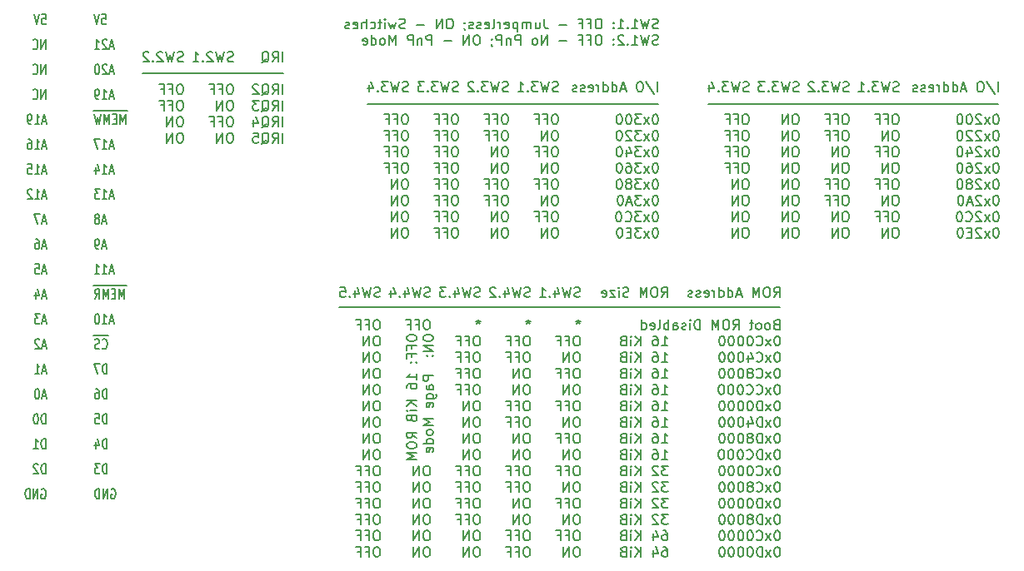
<source format=gbo>
%TF.GenerationSoftware,KiCad,Pcbnew,(5.1.8)-1*%
%TF.CreationDate,2021-04-30T16:31:18-07:00*%
%TF.ProjectId,ISA8_Ethernet,49534138-5f45-4746-9865-726e65742e6b,1.0*%
%TF.SameCoordinates,Original*%
%TF.FileFunction,Legend,Bot*%
%TF.FilePolarity,Positive*%
%FSLAX46Y46*%
G04 Gerber Fmt 4.6, Leading zero omitted, Abs format (unit mm)*
G04 Created by KiCad (PCBNEW (5.1.8)-1) date 2021-04-30 16:31:18*
%MOMM*%
%LPD*%
G01*
G04 APERTURE LIST*
%ADD10C,0.150000*%
G04 APERTURE END LIST*
D10*
X110828571Y-112530000D02*
X110904761Y-112482380D01*
X111019047Y-112482380D01*
X111133333Y-112530000D01*
X111209523Y-112625238D01*
X111247619Y-112720476D01*
X111285714Y-112910952D01*
X111285714Y-113053809D01*
X111247619Y-113244285D01*
X111209523Y-113339523D01*
X111133333Y-113434761D01*
X111019047Y-113482380D01*
X110942857Y-113482380D01*
X110828571Y-113434761D01*
X110790476Y-113387142D01*
X110790476Y-113053809D01*
X110942857Y-113053809D01*
X110447619Y-113482380D02*
X110447619Y-112482380D01*
X109990476Y-113482380D01*
X109990476Y-112482380D01*
X109609523Y-113482380D02*
X109609523Y-112482380D01*
X109419047Y-112482380D01*
X109304761Y-112530000D01*
X109228571Y-112625238D01*
X109190476Y-112720476D01*
X109152380Y-112910952D01*
X109152380Y-113053809D01*
X109190476Y-113244285D01*
X109228571Y-113339523D01*
X109304761Y-113434761D01*
X109419047Y-113482380D01*
X109609523Y-113482380D01*
X110371428Y-110942380D02*
X110371428Y-109942380D01*
X110180952Y-109942380D01*
X110066666Y-109990000D01*
X109990476Y-110085238D01*
X109952380Y-110180476D01*
X109914285Y-110370952D01*
X109914285Y-110513809D01*
X109952380Y-110704285D01*
X109990476Y-110799523D01*
X110066666Y-110894761D01*
X110180952Y-110942380D01*
X110371428Y-110942380D01*
X109647619Y-109942380D02*
X109152380Y-109942380D01*
X109419047Y-110323333D01*
X109304761Y-110323333D01*
X109228571Y-110370952D01*
X109190476Y-110418571D01*
X109152380Y-110513809D01*
X109152380Y-110751904D01*
X109190476Y-110847142D01*
X109228571Y-110894761D01*
X109304761Y-110942380D01*
X109533333Y-110942380D01*
X109609523Y-110894761D01*
X109647619Y-110847142D01*
X110371428Y-108402380D02*
X110371428Y-107402380D01*
X110180952Y-107402380D01*
X110066666Y-107450000D01*
X109990476Y-107545238D01*
X109952380Y-107640476D01*
X109914285Y-107830952D01*
X109914285Y-107973809D01*
X109952380Y-108164285D01*
X109990476Y-108259523D01*
X110066666Y-108354761D01*
X110180952Y-108402380D01*
X110371428Y-108402380D01*
X109228571Y-107735714D02*
X109228571Y-108402380D01*
X109419047Y-107354761D02*
X109609523Y-108069047D01*
X109114285Y-108069047D01*
X110371428Y-105862380D02*
X110371428Y-104862380D01*
X110180952Y-104862380D01*
X110066666Y-104910000D01*
X109990476Y-105005238D01*
X109952380Y-105100476D01*
X109914285Y-105290952D01*
X109914285Y-105433809D01*
X109952380Y-105624285D01*
X109990476Y-105719523D01*
X110066666Y-105814761D01*
X110180952Y-105862380D01*
X110371428Y-105862380D01*
X109190476Y-104862380D02*
X109571428Y-104862380D01*
X109609523Y-105338571D01*
X109571428Y-105290952D01*
X109495238Y-105243333D01*
X109304761Y-105243333D01*
X109228571Y-105290952D01*
X109190476Y-105338571D01*
X109152380Y-105433809D01*
X109152380Y-105671904D01*
X109190476Y-105767142D01*
X109228571Y-105814761D01*
X109304761Y-105862380D01*
X109495238Y-105862380D01*
X109571428Y-105814761D01*
X109609523Y-105767142D01*
X110371428Y-103322380D02*
X110371428Y-102322380D01*
X110180952Y-102322380D01*
X110066666Y-102370000D01*
X109990476Y-102465238D01*
X109952380Y-102560476D01*
X109914285Y-102750952D01*
X109914285Y-102893809D01*
X109952380Y-103084285D01*
X109990476Y-103179523D01*
X110066666Y-103274761D01*
X110180952Y-103322380D01*
X110371428Y-103322380D01*
X109228571Y-102322380D02*
X109380952Y-102322380D01*
X109457142Y-102370000D01*
X109495238Y-102417619D01*
X109571428Y-102560476D01*
X109609523Y-102750952D01*
X109609523Y-103131904D01*
X109571428Y-103227142D01*
X109533333Y-103274761D01*
X109457142Y-103322380D01*
X109304761Y-103322380D01*
X109228571Y-103274761D01*
X109190476Y-103227142D01*
X109152380Y-103131904D01*
X109152380Y-102893809D01*
X109190476Y-102798571D01*
X109228571Y-102750952D01*
X109304761Y-102703333D01*
X109457142Y-102703333D01*
X109533333Y-102750952D01*
X109571428Y-102798571D01*
X109609523Y-102893809D01*
X110371428Y-100782380D02*
X110371428Y-99782380D01*
X110180952Y-99782380D01*
X110066666Y-99830000D01*
X109990476Y-99925238D01*
X109952380Y-100020476D01*
X109914285Y-100210952D01*
X109914285Y-100353809D01*
X109952380Y-100544285D01*
X109990476Y-100639523D01*
X110066666Y-100734761D01*
X110180952Y-100782380D01*
X110371428Y-100782380D01*
X109647619Y-99782380D02*
X109114285Y-99782380D01*
X109457142Y-100782380D01*
X103750476Y-112530000D02*
X103826666Y-112482380D01*
X103940952Y-112482380D01*
X104055238Y-112530000D01*
X104131428Y-112625238D01*
X104169523Y-112720476D01*
X104207619Y-112910952D01*
X104207619Y-113053809D01*
X104169523Y-113244285D01*
X104131428Y-113339523D01*
X104055238Y-113434761D01*
X103940952Y-113482380D01*
X103864761Y-113482380D01*
X103750476Y-113434761D01*
X103712380Y-113387142D01*
X103712380Y-113053809D01*
X103864761Y-113053809D01*
X103369523Y-113482380D02*
X103369523Y-112482380D01*
X102912380Y-113482380D01*
X102912380Y-112482380D01*
X102531428Y-113482380D02*
X102531428Y-112482380D01*
X102340952Y-112482380D01*
X102226666Y-112530000D01*
X102150476Y-112625238D01*
X102112380Y-112720476D01*
X102074285Y-112910952D01*
X102074285Y-113053809D01*
X102112380Y-113244285D01*
X102150476Y-113339523D01*
X102226666Y-113434761D01*
X102340952Y-113482380D01*
X102531428Y-113482380D01*
X104169523Y-110942380D02*
X104169523Y-109942380D01*
X103979047Y-109942380D01*
X103864761Y-109990000D01*
X103788571Y-110085238D01*
X103750476Y-110180476D01*
X103712380Y-110370952D01*
X103712380Y-110513809D01*
X103750476Y-110704285D01*
X103788571Y-110799523D01*
X103864761Y-110894761D01*
X103979047Y-110942380D01*
X104169523Y-110942380D01*
X103407619Y-110037619D02*
X103369523Y-109990000D01*
X103293333Y-109942380D01*
X103102857Y-109942380D01*
X103026666Y-109990000D01*
X102988571Y-110037619D01*
X102950476Y-110132857D01*
X102950476Y-110228095D01*
X102988571Y-110370952D01*
X103445714Y-110942380D01*
X102950476Y-110942380D01*
X104169523Y-108402380D02*
X104169523Y-107402380D01*
X103979047Y-107402380D01*
X103864761Y-107450000D01*
X103788571Y-107545238D01*
X103750476Y-107640476D01*
X103712380Y-107830952D01*
X103712380Y-107973809D01*
X103750476Y-108164285D01*
X103788571Y-108259523D01*
X103864761Y-108354761D01*
X103979047Y-108402380D01*
X104169523Y-108402380D01*
X102950476Y-108402380D02*
X103407619Y-108402380D01*
X103179047Y-108402380D02*
X103179047Y-107402380D01*
X103255238Y-107545238D01*
X103331428Y-107640476D01*
X103407619Y-107688095D01*
X104169523Y-105862380D02*
X104169523Y-104862380D01*
X103979047Y-104862380D01*
X103864761Y-104910000D01*
X103788571Y-105005238D01*
X103750476Y-105100476D01*
X103712380Y-105290952D01*
X103712380Y-105433809D01*
X103750476Y-105624285D01*
X103788571Y-105719523D01*
X103864761Y-105814761D01*
X103979047Y-105862380D01*
X104169523Y-105862380D01*
X103217142Y-104862380D02*
X103140952Y-104862380D01*
X103064761Y-104910000D01*
X103026666Y-104957619D01*
X102988571Y-105052857D01*
X102950476Y-105243333D01*
X102950476Y-105481428D01*
X102988571Y-105671904D01*
X103026666Y-105767142D01*
X103064761Y-105814761D01*
X103140952Y-105862380D01*
X103217142Y-105862380D01*
X103293333Y-105814761D01*
X103331428Y-105767142D01*
X103369523Y-105671904D01*
X103407619Y-105481428D01*
X103407619Y-105243333D01*
X103369523Y-105052857D01*
X103331428Y-104957619D01*
X103293333Y-104910000D01*
X103217142Y-104862380D01*
X104207619Y-103036666D02*
X103826666Y-103036666D01*
X104283809Y-103322380D02*
X104017142Y-102322380D01*
X103750476Y-103322380D01*
X103331428Y-102322380D02*
X103255238Y-102322380D01*
X103179047Y-102370000D01*
X103140952Y-102417619D01*
X103102857Y-102512857D01*
X103064761Y-102703333D01*
X103064761Y-102941428D01*
X103102857Y-103131904D01*
X103140952Y-103227142D01*
X103179047Y-103274761D01*
X103255238Y-103322380D01*
X103331428Y-103322380D01*
X103407619Y-103274761D01*
X103445714Y-103227142D01*
X103483809Y-103131904D01*
X103521904Y-102941428D01*
X103521904Y-102703333D01*
X103483809Y-102512857D01*
X103445714Y-102417619D01*
X103407619Y-102370000D01*
X103331428Y-102322380D01*
X104207619Y-100496666D02*
X103826666Y-100496666D01*
X104283809Y-100782380D02*
X104017142Y-99782380D01*
X103750476Y-100782380D01*
X103064761Y-100782380D02*
X103521904Y-100782380D01*
X103293333Y-100782380D02*
X103293333Y-99782380D01*
X103369523Y-99925238D01*
X103445714Y-100020476D01*
X103521904Y-100068095D01*
X104207619Y-97956666D02*
X103826666Y-97956666D01*
X104283809Y-98242380D02*
X104017142Y-97242380D01*
X103750476Y-98242380D01*
X103521904Y-97337619D02*
X103483809Y-97290000D01*
X103407619Y-97242380D01*
X103217142Y-97242380D01*
X103140952Y-97290000D01*
X103102857Y-97337619D01*
X103064761Y-97432857D01*
X103064761Y-97528095D01*
X103102857Y-97670952D01*
X103560000Y-98242380D01*
X103064761Y-98242380D01*
X104207619Y-95416666D02*
X103826666Y-95416666D01*
X104283809Y-95702380D02*
X104017142Y-94702380D01*
X103750476Y-95702380D01*
X103560000Y-94702380D02*
X103064761Y-94702380D01*
X103331428Y-95083333D01*
X103217142Y-95083333D01*
X103140952Y-95130952D01*
X103102857Y-95178571D01*
X103064761Y-95273809D01*
X103064761Y-95511904D01*
X103102857Y-95607142D01*
X103140952Y-95654761D01*
X103217142Y-95702380D01*
X103445714Y-95702380D01*
X103521904Y-95654761D01*
X103560000Y-95607142D01*
X104207619Y-92876666D02*
X103826666Y-92876666D01*
X104283809Y-93162380D02*
X104017142Y-92162380D01*
X103750476Y-93162380D01*
X103140952Y-92495714D02*
X103140952Y-93162380D01*
X103331428Y-92114761D02*
X103521904Y-92829047D01*
X103026666Y-92829047D01*
X104207619Y-90336666D02*
X103826666Y-90336666D01*
X104283809Y-90622380D02*
X104017142Y-89622380D01*
X103750476Y-90622380D01*
X103102857Y-89622380D02*
X103483809Y-89622380D01*
X103521904Y-90098571D01*
X103483809Y-90050952D01*
X103407619Y-90003333D01*
X103217142Y-90003333D01*
X103140952Y-90050952D01*
X103102857Y-90098571D01*
X103064761Y-90193809D01*
X103064761Y-90431904D01*
X103102857Y-90527142D01*
X103140952Y-90574761D01*
X103217142Y-90622380D01*
X103407619Y-90622380D01*
X103483809Y-90574761D01*
X103521904Y-90527142D01*
X104207619Y-87796666D02*
X103826666Y-87796666D01*
X104283809Y-88082380D02*
X104017142Y-87082380D01*
X103750476Y-88082380D01*
X103140952Y-87082380D02*
X103293333Y-87082380D01*
X103369523Y-87130000D01*
X103407619Y-87177619D01*
X103483809Y-87320476D01*
X103521904Y-87510952D01*
X103521904Y-87891904D01*
X103483809Y-87987142D01*
X103445714Y-88034761D01*
X103369523Y-88082380D01*
X103217142Y-88082380D01*
X103140952Y-88034761D01*
X103102857Y-87987142D01*
X103064761Y-87891904D01*
X103064761Y-87653809D01*
X103102857Y-87558571D01*
X103140952Y-87510952D01*
X103217142Y-87463333D01*
X103369523Y-87463333D01*
X103445714Y-87510952D01*
X103483809Y-87558571D01*
X103521904Y-87653809D01*
X104207619Y-85256666D02*
X103826666Y-85256666D01*
X104283809Y-85542380D02*
X104017142Y-84542380D01*
X103750476Y-85542380D01*
X103560000Y-84542380D02*
X103026666Y-84542380D01*
X103369523Y-85542380D01*
X104207619Y-82716666D02*
X103826666Y-82716666D01*
X104283809Y-83002380D02*
X104017142Y-82002380D01*
X103750476Y-83002380D01*
X103064761Y-83002380D02*
X103521904Y-83002380D01*
X103293333Y-83002380D02*
X103293333Y-82002380D01*
X103369523Y-82145238D01*
X103445714Y-82240476D01*
X103521904Y-82288095D01*
X102760000Y-82097619D02*
X102721904Y-82050000D01*
X102645714Y-82002380D01*
X102455238Y-82002380D01*
X102379047Y-82050000D01*
X102340952Y-82097619D01*
X102302857Y-82192857D01*
X102302857Y-82288095D01*
X102340952Y-82430952D01*
X102798095Y-83002380D01*
X102302857Y-83002380D01*
X104207619Y-80176666D02*
X103826666Y-80176666D01*
X104283809Y-80462380D02*
X104017142Y-79462380D01*
X103750476Y-80462380D01*
X103064761Y-80462380D02*
X103521904Y-80462380D01*
X103293333Y-80462380D02*
X103293333Y-79462380D01*
X103369523Y-79605238D01*
X103445714Y-79700476D01*
X103521904Y-79748095D01*
X102340952Y-79462380D02*
X102721904Y-79462380D01*
X102760000Y-79938571D01*
X102721904Y-79890952D01*
X102645714Y-79843333D01*
X102455238Y-79843333D01*
X102379047Y-79890952D01*
X102340952Y-79938571D01*
X102302857Y-80033809D01*
X102302857Y-80271904D01*
X102340952Y-80367142D01*
X102379047Y-80414761D01*
X102455238Y-80462380D01*
X102645714Y-80462380D01*
X102721904Y-80414761D01*
X102760000Y-80367142D01*
X110561904Y-96875000D02*
X109761904Y-96875000D01*
X109914285Y-98147142D02*
X109952380Y-98194761D01*
X110066666Y-98242380D01*
X110142857Y-98242380D01*
X110257142Y-98194761D01*
X110333333Y-98099523D01*
X110371428Y-98004285D01*
X110409523Y-97813809D01*
X110409523Y-97670952D01*
X110371428Y-97480476D01*
X110333333Y-97385238D01*
X110257142Y-97290000D01*
X110142857Y-97242380D01*
X110066666Y-97242380D01*
X109952380Y-97290000D01*
X109914285Y-97337619D01*
X109761904Y-96875000D02*
X109000000Y-96875000D01*
X109609523Y-98194761D02*
X109495238Y-98242380D01*
X109304761Y-98242380D01*
X109228571Y-98194761D01*
X109190476Y-98147142D01*
X109152380Y-98051904D01*
X109152380Y-97956666D01*
X109190476Y-97861428D01*
X109228571Y-97813809D01*
X109304761Y-97766190D01*
X109457142Y-97718571D01*
X109533333Y-97670952D01*
X109571428Y-97623333D01*
X109609523Y-97528095D01*
X109609523Y-97432857D01*
X109571428Y-97337619D01*
X109533333Y-97290000D01*
X109457142Y-97242380D01*
X109266666Y-97242380D01*
X109152380Y-97290000D01*
X111057142Y-95416666D02*
X110676190Y-95416666D01*
X111133333Y-95702380D02*
X110866666Y-94702380D01*
X110600000Y-95702380D01*
X109914285Y-95702380D02*
X110371428Y-95702380D01*
X110142857Y-95702380D02*
X110142857Y-94702380D01*
X110219047Y-94845238D01*
X110295238Y-94940476D01*
X110371428Y-94988095D01*
X109419047Y-94702380D02*
X109342857Y-94702380D01*
X109266666Y-94750000D01*
X109228571Y-94797619D01*
X109190476Y-94892857D01*
X109152380Y-95083333D01*
X109152380Y-95321428D01*
X109190476Y-95511904D01*
X109228571Y-95607142D01*
X109266666Y-95654761D01*
X109342857Y-95702380D01*
X109419047Y-95702380D01*
X109495238Y-95654761D01*
X109533333Y-95607142D01*
X109571428Y-95511904D01*
X109609523Y-95321428D01*
X109609523Y-95083333D01*
X109571428Y-94892857D01*
X109533333Y-94797619D01*
X109495238Y-94750000D01*
X109419047Y-94702380D01*
X112352380Y-91795000D02*
X111438095Y-91795000D01*
X112161904Y-93162380D02*
X112161904Y-92162380D01*
X111895238Y-92876666D01*
X111628571Y-92162380D01*
X111628571Y-93162380D01*
X111438095Y-91795000D02*
X110714285Y-91795000D01*
X111247619Y-92638571D02*
X110980952Y-92638571D01*
X110866666Y-93162380D02*
X111247619Y-93162380D01*
X111247619Y-92162380D01*
X110866666Y-92162380D01*
X110714285Y-91795000D02*
X109800000Y-91795000D01*
X110523809Y-93162380D02*
X110523809Y-92162380D01*
X110257142Y-92876666D01*
X109990476Y-92162380D01*
X109990476Y-93162380D01*
X109800000Y-91795000D02*
X109000000Y-91795000D01*
X109152380Y-93162380D02*
X109419047Y-92686190D01*
X109609523Y-93162380D02*
X109609523Y-92162380D01*
X109304761Y-92162380D01*
X109228571Y-92210000D01*
X109190476Y-92257619D01*
X109152380Y-92352857D01*
X109152380Y-92495714D01*
X109190476Y-92590952D01*
X109228571Y-92638571D01*
X109304761Y-92686190D01*
X109609523Y-92686190D01*
X111057142Y-90336666D02*
X110676190Y-90336666D01*
X111133333Y-90622380D02*
X110866666Y-89622380D01*
X110600000Y-90622380D01*
X109914285Y-90622380D02*
X110371428Y-90622380D01*
X110142857Y-90622380D02*
X110142857Y-89622380D01*
X110219047Y-89765238D01*
X110295238Y-89860476D01*
X110371428Y-89908095D01*
X109152380Y-90622380D02*
X109609523Y-90622380D01*
X109380952Y-90622380D02*
X109380952Y-89622380D01*
X109457142Y-89765238D01*
X109533333Y-89860476D01*
X109609523Y-89908095D01*
X110295238Y-87796666D02*
X109914285Y-87796666D01*
X110371428Y-88082380D02*
X110104761Y-87082380D01*
X109838095Y-88082380D01*
X109533333Y-88082380D02*
X109380952Y-88082380D01*
X109304761Y-88034761D01*
X109266666Y-87987142D01*
X109190476Y-87844285D01*
X109152380Y-87653809D01*
X109152380Y-87272857D01*
X109190476Y-87177619D01*
X109228571Y-87130000D01*
X109304761Y-87082380D01*
X109457142Y-87082380D01*
X109533333Y-87130000D01*
X109571428Y-87177619D01*
X109609523Y-87272857D01*
X109609523Y-87510952D01*
X109571428Y-87606190D01*
X109533333Y-87653809D01*
X109457142Y-87701428D01*
X109304761Y-87701428D01*
X109228571Y-87653809D01*
X109190476Y-87606190D01*
X109152380Y-87510952D01*
X110295238Y-85256666D02*
X109914285Y-85256666D01*
X110371428Y-85542380D02*
X110104761Y-84542380D01*
X109838095Y-85542380D01*
X109457142Y-84970952D02*
X109533333Y-84923333D01*
X109571428Y-84875714D01*
X109609523Y-84780476D01*
X109609523Y-84732857D01*
X109571428Y-84637619D01*
X109533333Y-84590000D01*
X109457142Y-84542380D01*
X109304761Y-84542380D01*
X109228571Y-84590000D01*
X109190476Y-84637619D01*
X109152380Y-84732857D01*
X109152380Y-84780476D01*
X109190476Y-84875714D01*
X109228571Y-84923333D01*
X109304761Y-84970952D01*
X109457142Y-84970952D01*
X109533333Y-85018571D01*
X109571428Y-85066190D01*
X109609523Y-85161428D01*
X109609523Y-85351904D01*
X109571428Y-85447142D01*
X109533333Y-85494761D01*
X109457142Y-85542380D01*
X109304761Y-85542380D01*
X109228571Y-85494761D01*
X109190476Y-85447142D01*
X109152380Y-85351904D01*
X109152380Y-85161428D01*
X109190476Y-85066190D01*
X109228571Y-85018571D01*
X109304761Y-84970952D01*
X111057142Y-82716666D02*
X110676190Y-82716666D01*
X111133333Y-83002380D02*
X110866666Y-82002380D01*
X110600000Y-83002380D01*
X109914285Y-83002380D02*
X110371428Y-83002380D01*
X110142857Y-83002380D02*
X110142857Y-82002380D01*
X110219047Y-82145238D01*
X110295238Y-82240476D01*
X110371428Y-82288095D01*
X109647619Y-82002380D02*
X109152380Y-82002380D01*
X109419047Y-82383333D01*
X109304761Y-82383333D01*
X109228571Y-82430952D01*
X109190476Y-82478571D01*
X109152380Y-82573809D01*
X109152380Y-82811904D01*
X109190476Y-82907142D01*
X109228571Y-82954761D01*
X109304761Y-83002380D01*
X109533333Y-83002380D01*
X109609523Y-82954761D01*
X109647619Y-82907142D01*
X111057142Y-80176666D02*
X110676190Y-80176666D01*
X111133333Y-80462380D02*
X110866666Y-79462380D01*
X110600000Y-80462380D01*
X109914285Y-80462380D02*
X110371428Y-80462380D01*
X110142857Y-80462380D02*
X110142857Y-79462380D01*
X110219047Y-79605238D01*
X110295238Y-79700476D01*
X110371428Y-79748095D01*
X109228571Y-79795714D02*
X109228571Y-80462380D01*
X109419047Y-79414761D02*
X109609523Y-80129047D01*
X109114285Y-80129047D01*
X111057142Y-77636666D02*
X110676190Y-77636666D01*
X111133333Y-77922380D02*
X110866666Y-76922380D01*
X110600000Y-77922380D01*
X109914285Y-77922380D02*
X110371428Y-77922380D01*
X110142857Y-77922380D02*
X110142857Y-76922380D01*
X110219047Y-77065238D01*
X110295238Y-77160476D01*
X110371428Y-77208095D01*
X109647619Y-76922380D02*
X109114285Y-76922380D01*
X109457142Y-77922380D01*
X112466666Y-74015000D02*
X111552380Y-74015000D01*
X112276190Y-75382380D02*
X112276190Y-74382380D01*
X112009523Y-75096666D01*
X111742857Y-74382380D01*
X111742857Y-75382380D01*
X111552380Y-74015000D02*
X110828571Y-74015000D01*
X111361904Y-74858571D02*
X111095238Y-74858571D01*
X110980952Y-75382380D02*
X111361904Y-75382380D01*
X111361904Y-74382380D01*
X110980952Y-74382380D01*
X110828571Y-74015000D02*
X109914285Y-74015000D01*
X110638095Y-75382380D02*
X110638095Y-74382380D01*
X110371428Y-75096666D01*
X110104761Y-74382380D01*
X110104761Y-75382380D01*
X109914285Y-74015000D02*
X109000000Y-74015000D01*
X109800000Y-74382380D02*
X109609523Y-75382380D01*
X109457142Y-74668095D01*
X109304761Y-75382380D01*
X109114285Y-74382380D01*
X104207619Y-77636666D02*
X103826666Y-77636666D01*
X104283809Y-77922380D02*
X104017142Y-76922380D01*
X103750476Y-77922380D01*
X103064761Y-77922380D02*
X103521904Y-77922380D01*
X103293333Y-77922380D02*
X103293333Y-76922380D01*
X103369523Y-77065238D01*
X103445714Y-77160476D01*
X103521904Y-77208095D01*
X102379047Y-76922380D02*
X102531428Y-76922380D01*
X102607619Y-76970000D01*
X102645714Y-77017619D01*
X102721904Y-77160476D01*
X102760000Y-77350952D01*
X102760000Y-77731904D01*
X102721904Y-77827142D01*
X102683809Y-77874761D01*
X102607619Y-77922380D01*
X102455238Y-77922380D01*
X102379047Y-77874761D01*
X102340952Y-77827142D01*
X102302857Y-77731904D01*
X102302857Y-77493809D01*
X102340952Y-77398571D01*
X102379047Y-77350952D01*
X102455238Y-77303333D01*
X102607619Y-77303333D01*
X102683809Y-77350952D01*
X102721904Y-77398571D01*
X102760000Y-77493809D01*
X104169523Y-67762380D02*
X104169523Y-66762380D01*
X103712380Y-67762380D01*
X103712380Y-66762380D01*
X102874285Y-67667142D02*
X102912380Y-67714761D01*
X103026666Y-67762380D01*
X103102857Y-67762380D01*
X103217142Y-67714761D01*
X103293333Y-67619523D01*
X103331428Y-67524285D01*
X103369523Y-67333809D01*
X103369523Y-67190952D01*
X103331428Y-67000476D01*
X103293333Y-66905238D01*
X103217142Y-66810000D01*
X103102857Y-66762380D01*
X103026666Y-66762380D01*
X102912380Y-66810000D01*
X102874285Y-66857619D01*
X104169523Y-70302380D02*
X104169523Y-69302380D01*
X103712380Y-70302380D01*
X103712380Y-69302380D01*
X102874285Y-70207142D02*
X102912380Y-70254761D01*
X103026666Y-70302380D01*
X103102857Y-70302380D01*
X103217142Y-70254761D01*
X103293333Y-70159523D01*
X103331428Y-70064285D01*
X103369523Y-69873809D01*
X103369523Y-69730952D01*
X103331428Y-69540476D01*
X103293333Y-69445238D01*
X103217142Y-69350000D01*
X103102857Y-69302380D01*
X103026666Y-69302380D01*
X102912380Y-69350000D01*
X102874285Y-69397619D01*
X104169523Y-72842380D02*
X104169523Y-71842380D01*
X103712380Y-72842380D01*
X103712380Y-71842380D01*
X102874285Y-72747142D02*
X102912380Y-72794761D01*
X103026666Y-72842380D01*
X103102857Y-72842380D01*
X103217142Y-72794761D01*
X103293333Y-72699523D01*
X103331428Y-72604285D01*
X103369523Y-72413809D01*
X103369523Y-72270952D01*
X103331428Y-72080476D01*
X103293333Y-71985238D01*
X103217142Y-71890000D01*
X103102857Y-71842380D01*
X103026666Y-71842380D01*
X102912380Y-71890000D01*
X102874285Y-71937619D01*
X104207619Y-75096666D02*
X103826666Y-75096666D01*
X104283809Y-75382380D02*
X104017142Y-74382380D01*
X103750476Y-75382380D01*
X103064761Y-75382380D02*
X103521904Y-75382380D01*
X103293333Y-75382380D02*
X103293333Y-74382380D01*
X103369523Y-74525238D01*
X103445714Y-74620476D01*
X103521904Y-74668095D01*
X102683809Y-75382380D02*
X102531428Y-75382380D01*
X102455238Y-75334761D01*
X102417142Y-75287142D01*
X102340952Y-75144285D01*
X102302857Y-74953809D01*
X102302857Y-74572857D01*
X102340952Y-74477619D01*
X102379047Y-74430000D01*
X102455238Y-74382380D01*
X102607619Y-74382380D01*
X102683809Y-74430000D01*
X102721904Y-74477619D01*
X102760000Y-74572857D01*
X102760000Y-74810952D01*
X102721904Y-74906190D01*
X102683809Y-74953809D01*
X102607619Y-75001428D01*
X102455238Y-75001428D01*
X102379047Y-74953809D01*
X102340952Y-74906190D01*
X102302857Y-74810952D01*
X103788571Y-64222380D02*
X104169523Y-64222380D01*
X104207619Y-64698571D01*
X104169523Y-64650952D01*
X104093333Y-64603333D01*
X103902857Y-64603333D01*
X103826666Y-64650952D01*
X103788571Y-64698571D01*
X103750476Y-64793809D01*
X103750476Y-65031904D01*
X103788571Y-65127142D01*
X103826666Y-65174761D01*
X103902857Y-65222380D01*
X104093333Y-65222380D01*
X104169523Y-65174761D01*
X104207619Y-65127142D01*
X103521904Y-64222380D02*
X103255238Y-65222380D01*
X102988571Y-64222380D01*
X109876190Y-64222380D02*
X110257142Y-64222380D01*
X110295238Y-64698571D01*
X110257142Y-64650952D01*
X110180952Y-64603333D01*
X109990476Y-64603333D01*
X109914285Y-64650952D01*
X109876190Y-64698571D01*
X109838095Y-64793809D01*
X109838095Y-65031904D01*
X109876190Y-65127142D01*
X109914285Y-65174761D01*
X109990476Y-65222380D01*
X110180952Y-65222380D01*
X110257142Y-65174761D01*
X110295238Y-65127142D01*
X109609523Y-64222380D02*
X109342857Y-65222380D01*
X109076190Y-64222380D01*
X166370000Y-73342500D02*
X136842500Y-73342500D01*
X166351904Y-72084880D02*
X166351904Y-71084880D01*
X165161428Y-71037261D02*
X166018571Y-72322976D01*
X164637619Y-71084880D02*
X164447142Y-71084880D01*
X164351904Y-71132500D01*
X164256666Y-71227738D01*
X164209047Y-71418214D01*
X164209047Y-71751547D01*
X164256666Y-71942023D01*
X164351904Y-72037261D01*
X164447142Y-72084880D01*
X164637619Y-72084880D01*
X164732857Y-72037261D01*
X164828095Y-71942023D01*
X164875714Y-71751547D01*
X164875714Y-71418214D01*
X164828095Y-71227738D01*
X164732857Y-71132500D01*
X164637619Y-71084880D01*
X163066190Y-71799166D02*
X162590000Y-71799166D01*
X163161428Y-72084880D02*
X162828095Y-71084880D01*
X162494761Y-72084880D01*
X161732857Y-72084880D02*
X161732857Y-71084880D01*
X161732857Y-72037261D02*
X161828095Y-72084880D01*
X162018571Y-72084880D01*
X162113809Y-72037261D01*
X162161428Y-71989642D01*
X162209047Y-71894404D01*
X162209047Y-71608690D01*
X162161428Y-71513452D01*
X162113809Y-71465833D01*
X162018571Y-71418214D01*
X161828095Y-71418214D01*
X161732857Y-71465833D01*
X160828095Y-72084880D02*
X160828095Y-71084880D01*
X160828095Y-72037261D02*
X160923333Y-72084880D01*
X161113809Y-72084880D01*
X161209047Y-72037261D01*
X161256666Y-71989642D01*
X161304285Y-71894404D01*
X161304285Y-71608690D01*
X161256666Y-71513452D01*
X161209047Y-71465833D01*
X161113809Y-71418214D01*
X160923333Y-71418214D01*
X160828095Y-71465833D01*
X160351904Y-72084880D02*
X160351904Y-71418214D01*
X160351904Y-71608690D02*
X160304285Y-71513452D01*
X160256666Y-71465833D01*
X160161428Y-71418214D01*
X160066190Y-71418214D01*
X159351904Y-72037261D02*
X159447142Y-72084880D01*
X159637619Y-72084880D01*
X159732857Y-72037261D01*
X159780476Y-71942023D01*
X159780476Y-71561071D01*
X159732857Y-71465833D01*
X159637619Y-71418214D01*
X159447142Y-71418214D01*
X159351904Y-71465833D01*
X159304285Y-71561071D01*
X159304285Y-71656309D01*
X159780476Y-71751547D01*
X158923333Y-72037261D02*
X158828095Y-72084880D01*
X158637619Y-72084880D01*
X158542380Y-72037261D01*
X158494761Y-71942023D01*
X158494761Y-71894404D01*
X158542380Y-71799166D01*
X158637619Y-71751547D01*
X158780476Y-71751547D01*
X158875714Y-71703928D01*
X158923333Y-71608690D01*
X158923333Y-71561071D01*
X158875714Y-71465833D01*
X158780476Y-71418214D01*
X158637619Y-71418214D01*
X158542380Y-71465833D01*
X158113809Y-72037261D02*
X158018571Y-72084880D01*
X157828095Y-72084880D01*
X157732857Y-72037261D01*
X157685238Y-71942023D01*
X157685238Y-71894404D01*
X157732857Y-71799166D01*
X157828095Y-71751547D01*
X157970952Y-71751547D01*
X158066190Y-71703928D01*
X158113809Y-71608690D01*
X158113809Y-71561071D01*
X158066190Y-71465833D01*
X157970952Y-71418214D01*
X157828095Y-71418214D01*
X157732857Y-71465833D01*
X166161428Y-74384880D02*
X166066190Y-74384880D01*
X165970952Y-74432500D01*
X165923333Y-74480119D01*
X165875714Y-74575357D01*
X165828095Y-74765833D01*
X165828095Y-75003928D01*
X165875714Y-75194404D01*
X165923333Y-75289642D01*
X165970952Y-75337261D01*
X166066190Y-75384880D01*
X166161428Y-75384880D01*
X166256666Y-75337261D01*
X166304285Y-75289642D01*
X166351904Y-75194404D01*
X166399523Y-75003928D01*
X166399523Y-74765833D01*
X166351904Y-74575357D01*
X166304285Y-74480119D01*
X166256666Y-74432500D01*
X166161428Y-74384880D01*
X165494761Y-75384880D02*
X164970952Y-74718214D01*
X165494761Y-74718214D02*
X164970952Y-75384880D01*
X164685238Y-74384880D02*
X164066190Y-74384880D01*
X164399523Y-74765833D01*
X164256666Y-74765833D01*
X164161428Y-74813452D01*
X164113809Y-74861071D01*
X164066190Y-74956309D01*
X164066190Y-75194404D01*
X164113809Y-75289642D01*
X164161428Y-75337261D01*
X164256666Y-75384880D01*
X164542380Y-75384880D01*
X164637619Y-75337261D01*
X164685238Y-75289642D01*
X163447142Y-74384880D02*
X163351904Y-74384880D01*
X163256666Y-74432500D01*
X163209047Y-74480119D01*
X163161428Y-74575357D01*
X163113809Y-74765833D01*
X163113809Y-75003928D01*
X163161428Y-75194404D01*
X163209047Y-75289642D01*
X163256666Y-75337261D01*
X163351904Y-75384880D01*
X163447142Y-75384880D01*
X163542380Y-75337261D01*
X163590000Y-75289642D01*
X163637619Y-75194404D01*
X163685238Y-75003928D01*
X163685238Y-74765833D01*
X163637619Y-74575357D01*
X163590000Y-74480119D01*
X163542380Y-74432500D01*
X163447142Y-74384880D01*
X162494761Y-74384880D02*
X162399523Y-74384880D01*
X162304285Y-74432500D01*
X162256666Y-74480119D01*
X162209047Y-74575357D01*
X162161428Y-74765833D01*
X162161428Y-75003928D01*
X162209047Y-75194404D01*
X162256666Y-75289642D01*
X162304285Y-75337261D01*
X162399523Y-75384880D01*
X162494761Y-75384880D01*
X162590000Y-75337261D01*
X162637619Y-75289642D01*
X162685238Y-75194404D01*
X162732857Y-75003928D01*
X162732857Y-74765833D01*
X162685238Y-74575357D01*
X162637619Y-74480119D01*
X162590000Y-74432500D01*
X162494761Y-74384880D01*
X166161428Y-76034880D02*
X166066190Y-76034880D01*
X165970952Y-76082500D01*
X165923333Y-76130119D01*
X165875714Y-76225357D01*
X165828095Y-76415833D01*
X165828095Y-76653928D01*
X165875714Y-76844404D01*
X165923333Y-76939642D01*
X165970952Y-76987261D01*
X166066190Y-77034880D01*
X166161428Y-77034880D01*
X166256666Y-76987261D01*
X166304285Y-76939642D01*
X166351904Y-76844404D01*
X166399523Y-76653928D01*
X166399523Y-76415833D01*
X166351904Y-76225357D01*
X166304285Y-76130119D01*
X166256666Y-76082500D01*
X166161428Y-76034880D01*
X165494761Y-77034880D02*
X164970952Y-76368214D01*
X165494761Y-76368214D02*
X164970952Y-77034880D01*
X164685238Y-76034880D02*
X164066190Y-76034880D01*
X164399523Y-76415833D01*
X164256666Y-76415833D01*
X164161428Y-76463452D01*
X164113809Y-76511071D01*
X164066190Y-76606309D01*
X164066190Y-76844404D01*
X164113809Y-76939642D01*
X164161428Y-76987261D01*
X164256666Y-77034880D01*
X164542380Y-77034880D01*
X164637619Y-76987261D01*
X164685238Y-76939642D01*
X163685238Y-76130119D02*
X163637619Y-76082500D01*
X163542380Y-76034880D01*
X163304285Y-76034880D01*
X163209047Y-76082500D01*
X163161428Y-76130119D01*
X163113809Y-76225357D01*
X163113809Y-76320595D01*
X163161428Y-76463452D01*
X163732857Y-77034880D01*
X163113809Y-77034880D01*
X162494761Y-76034880D02*
X162399523Y-76034880D01*
X162304285Y-76082500D01*
X162256666Y-76130119D01*
X162209047Y-76225357D01*
X162161428Y-76415833D01*
X162161428Y-76653928D01*
X162209047Y-76844404D01*
X162256666Y-76939642D01*
X162304285Y-76987261D01*
X162399523Y-77034880D01*
X162494761Y-77034880D01*
X162590000Y-76987261D01*
X162637619Y-76939642D01*
X162685238Y-76844404D01*
X162732857Y-76653928D01*
X162732857Y-76415833D01*
X162685238Y-76225357D01*
X162637619Y-76130119D01*
X162590000Y-76082500D01*
X162494761Y-76034880D01*
X166161428Y-77684880D02*
X166066190Y-77684880D01*
X165970952Y-77732500D01*
X165923333Y-77780119D01*
X165875714Y-77875357D01*
X165828095Y-78065833D01*
X165828095Y-78303928D01*
X165875714Y-78494404D01*
X165923333Y-78589642D01*
X165970952Y-78637261D01*
X166066190Y-78684880D01*
X166161428Y-78684880D01*
X166256666Y-78637261D01*
X166304285Y-78589642D01*
X166351904Y-78494404D01*
X166399523Y-78303928D01*
X166399523Y-78065833D01*
X166351904Y-77875357D01*
X166304285Y-77780119D01*
X166256666Y-77732500D01*
X166161428Y-77684880D01*
X165494761Y-78684880D02*
X164970952Y-78018214D01*
X165494761Y-78018214D02*
X164970952Y-78684880D01*
X164685238Y-77684880D02*
X164066190Y-77684880D01*
X164399523Y-78065833D01*
X164256666Y-78065833D01*
X164161428Y-78113452D01*
X164113809Y-78161071D01*
X164066190Y-78256309D01*
X164066190Y-78494404D01*
X164113809Y-78589642D01*
X164161428Y-78637261D01*
X164256666Y-78684880D01*
X164542380Y-78684880D01*
X164637619Y-78637261D01*
X164685238Y-78589642D01*
X163209047Y-78018214D02*
X163209047Y-78684880D01*
X163447142Y-77637261D02*
X163685238Y-78351547D01*
X163066190Y-78351547D01*
X162494761Y-77684880D02*
X162399523Y-77684880D01*
X162304285Y-77732500D01*
X162256666Y-77780119D01*
X162209047Y-77875357D01*
X162161428Y-78065833D01*
X162161428Y-78303928D01*
X162209047Y-78494404D01*
X162256666Y-78589642D01*
X162304285Y-78637261D01*
X162399523Y-78684880D01*
X162494761Y-78684880D01*
X162590000Y-78637261D01*
X162637619Y-78589642D01*
X162685238Y-78494404D01*
X162732857Y-78303928D01*
X162732857Y-78065833D01*
X162685238Y-77875357D01*
X162637619Y-77780119D01*
X162590000Y-77732500D01*
X162494761Y-77684880D01*
X166161428Y-79334880D02*
X166066190Y-79334880D01*
X165970952Y-79382500D01*
X165923333Y-79430119D01*
X165875714Y-79525357D01*
X165828095Y-79715833D01*
X165828095Y-79953928D01*
X165875714Y-80144404D01*
X165923333Y-80239642D01*
X165970952Y-80287261D01*
X166066190Y-80334880D01*
X166161428Y-80334880D01*
X166256666Y-80287261D01*
X166304285Y-80239642D01*
X166351904Y-80144404D01*
X166399523Y-79953928D01*
X166399523Y-79715833D01*
X166351904Y-79525357D01*
X166304285Y-79430119D01*
X166256666Y-79382500D01*
X166161428Y-79334880D01*
X165494761Y-80334880D02*
X164970952Y-79668214D01*
X165494761Y-79668214D02*
X164970952Y-80334880D01*
X164685238Y-79334880D02*
X164066190Y-79334880D01*
X164399523Y-79715833D01*
X164256666Y-79715833D01*
X164161428Y-79763452D01*
X164113809Y-79811071D01*
X164066190Y-79906309D01*
X164066190Y-80144404D01*
X164113809Y-80239642D01*
X164161428Y-80287261D01*
X164256666Y-80334880D01*
X164542380Y-80334880D01*
X164637619Y-80287261D01*
X164685238Y-80239642D01*
X163209047Y-79334880D02*
X163399523Y-79334880D01*
X163494761Y-79382500D01*
X163542380Y-79430119D01*
X163637619Y-79572976D01*
X163685238Y-79763452D01*
X163685238Y-80144404D01*
X163637619Y-80239642D01*
X163590000Y-80287261D01*
X163494761Y-80334880D01*
X163304285Y-80334880D01*
X163209047Y-80287261D01*
X163161428Y-80239642D01*
X163113809Y-80144404D01*
X163113809Y-79906309D01*
X163161428Y-79811071D01*
X163209047Y-79763452D01*
X163304285Y-79715833D01*
X163494761Y-79715833D01*
X163590000Y-79763452D01*
X163637619Y-79811071D01*
X163685238Y-79906309D01*
X162494761Y-79334880D02*
X162399523Y-79334880D01*
X162304285Y-79382500D01*
X162256666Y-79430119D01*
X162209047Y-79525357D01*
X162161428Y-79715833D01*
X162161428Y-79953928D01*
X162209047Y-80144404D01*
X162256666Y-80239642D01*
X162304285Y-80287261D01*
X162399523Y-80334880D01*
X162494761Y-80334880D01*
X162590000Y-80287261D01*
X162637619Y-80239642D01*
X162685238Y-80144404D01*
X162732857Y-79953928D01*
X162732857Y-79715833D01*
X162685238Y-79525357D01*
X162637619Y-79430119D01*
X162590000Y-79382500D01*
X162494761Y-79334880D01*
X166161428Y-80984880D02*
X166066190Y-80984880D01*
X165970952Y-81032500D01*
X165923333Y-81080119D01*
X165875714Y-81175357D01*
X165828095Y-81365833D01*
X165828095Y-81603928D01*
X165875714Y-81794404D01*
X165923333Y-81889642D01*
X165970952Y-81937261D01*
X166066190Y-81984880D01*
X166161428Y-81984880D01*
X166256666Y-81937261D01*
X166304285Y-81889642D01*
X166351904Y-81794404D01*
X166399523Y-81603928D01*
X166399523Y-81365833D01*
X166351904Y-81175357D01*
X166304285Y-81080119D01*
X166256666Y-81032500D01*
X166161428Y-80984880D01*
X165494761Y-81984880D02*
X164970952Y-81318214D01*
X165494761Y-81318214D02*
X164970952Y-81984880D01*
X164685238Y-80984880D02*
X164066190Y-80984880D01*
X164399523Y-81365833D01*
X164256666Y-81365833D01*
X164161428Y-81413452D01*
X164113809Y-81461071D01*
X164066190Y-81556309D01*
X164066190Y-81794404D01*
X164113809Y-81889642D01*
X164161428Y-81937261D01*
X164256666Y-81984880D01*
X164542380Y-81984880D01*
X164637619Y-81937261D01*
X164685238Y-81889642D01*
X163494761Y-81413452D02*
X163590000Y-81365833D01*
X163637619Y-81318214D01*
X163685238Y-81222976D01*
X163685238Y-81175357D01*
X163637619Y-81080119D01*
X163590000Y-81032500D01*
X163494761Y-80984880D01*
X163304285Y-80984880D01*
X163209047Y-81032500D01*
X163161428Y-81080119D01*
X163113809Y-81175357D01*
X163113809Y-81222976D01*
X163161428Y-81318214D01*
X163209047Y-81365833D01*
X163304285Y-81413452D01*
X163494761Y-81413452D01*
X163590000Y-81461071D01*
X163637619Y-81508690D01*
X163685238Y-81603928D01*
X163685238Y-81794404D01*
X163637619Y-81889642D01*
X163590000Y-81937261D01*
X163494761Y-81984880D01*
X163304285Y-81984880D01*
X163209047Y-81937261D01*
X163161428Y-81889642D01*
X163113809Y-81794404D01*
X163113809Y-81603928D01*
X163161428Y-81508690D01*
X163209047Y-81461071D01*
X163304285Y-81413452D01*
X162494761Y-80984880D02*
X162399523Y-80984880D01*
X162304285Y-81032500D01*
X162256666Y-81080119D01*
X162209047Y-81175357D01*
X162161428Y-81365833D01*
X162161428Y-81603928D01*
X162209047Y-81794404D01*
X162256666Y-81889642D01*
X162304285Y-81937261D01*
X162399523Y-81984880D01*
X162494761Y-81984880D01*
X162590000Y-81937261D01*
X162637619Y-81889642D01*
X162685238Y-81794404D01*
X162732857Y-81603928D01*
X162732857Y-81365833D01*
X162685238Y-81175357D01*
X162637619Y-81080119D01*
X162590000Y-81032500D01*
X162494761Y-80984880D01*
X166161428Y-82634880D02*
X166066190Y-82634880D01*
X165970952Y-82682500D01*
X165923333Y-82730119D01*
X165875714Y-82825357D01*
X165828095Y-83015833D01*
X165828095Y-83253928D01*
X165875714Y-83444404D01*
X165923333Y-83539642D01*
X165970952Y-83587261D01*
X166066190Y-83634880D01*
X166161428Y-83634880D01*
X166256666Y-83587261D01*
X166304285Y-83539642D01*
X166351904Y-83444404D01*
X166399523Y-83253928D01*
X166399523Y-83015833D01*
X166351904Y-82825357D01*
X166304285Y-82730119D01*
X166256666Y-82682500D01*
X166161428Y-82634880D01*
X165494761Y-83634880D02*
X164970952Y-82968214D01*
X165494761Y-82968214D02*
X164970952Y-83634880D01*
X164685238Y-82634880D02*
X164066190Y-82634880D01*
X164399523Y-83015833D01*
X164256666Y-83015833D01*
X164161428Y-83063452D01*
X164113809Y-83111071D01*
X164066190Y-83206309D01*
X164066190Y-83444404D01*
X164113809Y-83539642D01*
X164161428Y-83587261D01*
X164256666Y-83634880D01*
X164542380Y-83634880D01*
X164637619Y-83587261D01*
X164685238Y-83539642D01*
X163685238Y-83349166D02*
X163209047Y-83349166D01*
X163780476Y-83634880D02*
X163447142Y-82634880D01*
X163113809Y-83634880D01*
X162590000Y-82634880D02*
X162494761Y-82634880D01*
X162399523Y-82682500D01*
X162351904Y-82730119D01*
X162304285Y-82825357D01*
X162256666Y-83015833D01*
X162256666Y-83253928D01*
X162304285Y-83444404D01*
X162351904Y-83539642D01*
X162399523Y-83587261D01*
X162494761Y-83634880D01*
X162590000Y-83634880D01*
X162685238Y-83587261D01*
X162732857Y-83539642D01*
X162780476Y-83444404D01*
X162828095Y-83253928D01*
X162828095Y-83015833D01*
X162780476Y-82825357D01*
X162732857Y-82730119D01*
X162685238Y-82682500D01*
X162590000Y-82634880D01*
X166161428Y-84284880D02*
X166066190Y-84284880D01*
X165970952Y-84332500D01*
X165923333Y-84380119D01*
X165875714Y-84475357D01*
X165828095Y-84665833D01*
X165828095Y-84903928D01*
X165875714Y-85094404D01*
X165923333Y-85189642D01*
X165970952Y-85237261D01*
X166066190Y-85284880D01*
X166161428Y-85284880D01*
X166256666Y-85237261D01*
X166304285Y-85189642D01*
X166351904Y-85094404D01*
X166399523Y-84903928D01*
X166399523Y-84665833D01*
X166351904Y-84475357D01*
X166304285Y-84380119D01*
X166256666Y-84332500D01*
X166161428Y-84284880D01*
X165494761Y-85284880D02*
X164970952Y-84618214D01*
X165494761Y-84618214D02*
X164970952Y-85284880D01*
X164685238Y-84284880D02*
X164066190Y-84284880D01*
X164399523Y-84665833D01*
X164256666Y-84665833D01*
X164161428Y-84713452D01*
X164113809Y-84761071D01*
X164066190Y-84856309D01*
X164066190Y-85094404D01*
X164113809Y-85189642D01*
X164161428Y-85237261D01*
X164256666Y-85284880D01*
X164542380Y-85284880D01*
X164637619Y-85237261D01*
X164685238Y-85189642D01*
X163066190Y-85189642D02*
X163113809Y-85237261D01*
X163256666Y-85284880D01*
X163351904Y-85284880D01*
X163494761Y-85237261D01*
X163590000Y-85142023D01*
X163637619Y-85046785D01*
X163685238Y-84856309D01*
X163685238Y-84713452D01*
X163637619Y-84522976D01*
X163590000Y-84427738D01*
X163494761Y-84332500D01*
X163351904Y-84284880D01*
X163256666Y-84284880D01*
X163113809Y-84332500D01*
X163066190Y-84380119D01*
X162447142Y-84284880D02*
X162351904Y-84284880D01*
X162256666Y-84332500D01*
X162209047Y-84380119D01*
X162161428Y-84475357D01*
X162113809Y-84665833D01*
X162113809Y-84903928D01*
X162161428Y-85094404D01*
X162209047Y-85189642D01*
X162256666Y-85237261D01*
X162351904Y-85284880D01*
X162447142Y-85284880D01*
X162542380Y-85237261D01*
X162590000Y-85189642D01*
X162637619Y-85094404D01*
X162685238Y-84903928D01*
X162685238Y-84665833D01*
X162637619Y-84475357D01*
X162590000Y-84380119D01*
X162542380Y-84332500D01*
X162447142Y-84284880D01*
X166161428Y-85934880D02*
X166066190Y-85934880D01*
X165970952Y-85982500D01*
X165923333Y-86030119D01*
X165875714Y-86125357D01*
X165828095Y-86315833D01*
X165828095Y-86553928D01*
X165875714Y-86744404D01*
X165923333Y-86839642D01*
X165970952Y-86887261D01*
X166066190Y-86934880D01*
X166161428Y-86934880D01*
X166256666Y-86887261D01*
X166304285Y-86839642D01*
X166351904Y-86744404D01*
X166399523Y-86553928D01*
X166399523Y-86315833D01*
X166351904Y-86125357D01*
X166304285Y-86030119D01*
X166256666Y-85982500D01*
X166161428Y-85934880D01*
X165494761Y-86934880D02*
X164970952Y-86268214D01*
X165494761Y-86268214D02*
X164970952Y-86934880D01*
X164685238Y-85934880D02*
X164066190Y-85934880D01*
X164399523Y-86315833D01*
X164256666Y-86315833D01*
X164161428Y-86363452D01*
X164113809Y-86411071D01*
X164066190Y-86506309D01*
X164066190Y-86744404D01*
X164113809Y-86839642D01*
X164161428Y-86887261D01*
X164256666Y-86934880D01*
X164542380Y-86934880D01*
X164637619Y-86887261D01*
X164685238Y-86839642D01*
X163637619Y-86411071D02*
X163304285Y-86411071D01*
X163161428Y-86934880D02*
X163637619Y-86934880D01*
X163637619Y-85934880D01*
X163161428Y-85934880D01*
X162542380Y-85934880D02*
X162447142Y-85934880D01*
X162351904Y-85982500D01*
X162304285Y-86030119D01*
X162256666Y-86125357D01*
X162209047Y-86315833D01*
X162209047Y-86553928D01*
X162256666Y-86744404D01*
X162304285Y-86839642D01*
X162351904Y-86887261D01*
X162447142Y-86934880D01*
X162542380Y-86934880D01*
X162637619Y-86887261D01*
X162685238Y-86839642D01*
X162732857Y-86744404D01*
X162780476Y-86553928D01*
X162780476Y-86315833D01*
X162732857Y-86125357D01*
X162685238Y-86030119D01*
X162637619Y-85982500D01*
X162542380Y-85934880D01*
X140999523Y-72037261D02*
X140856666Y-72084880D01*
X140618571Y-72084880D01*
X140523333Y-72037261D01*
X140475714Y-71989642D01*
X140428095Y-71894404D01*
X140428095Y-71799166D01*
X140475714Y-71703928D01*
X140523333Y-71656309D01*
X140618571Y-71608690D01*
X140809047Y-71561071D01*
X140904285Y-71513452D01*
X140951904Y-71465833D01*
X140999523Y-71370595D01*
X140999523Y-71275357D01*
X140951904Y-71180119D01*
X140904285Y-71132500D01*
X140809047Y-71084880D01*
X140570952Y-71084880D01*
X140428095Y-71132500D01*
X140094761Y-71084880D02*
X139856666Y-72084880D01*
X139666190Y-71370595D01*
X139475714Y-72084880D01*
X139237619Y-71084880D01*
X138951904Y-71084880D02*
X138332857Y-71084880D01*
X138666190Y-71465833D01*
X138523333Y-71465833D01*
X138428095Y-71513452D01*
X138380476Y-71561071D01*
X138332857Y-71656309D01*
X138332857Y-71894404D01*
X138380476Y-71989642D01*
X138428095Y-72037261D01*
X138523333Y-72084880D01*
X138809047Y-72084880D01*
X138904285Y-72037261D01*
X138951904Y-71989642D01*
X137904285Y-71989642D02*
X137856666Y-72037261D01*
X137904285Y-72084880D01*
X137951904Y-72037261D01*
X137904285Y-71989642D01*
X137904285Y-72084880D01*
X136999523Y-71418214D02*
X136999523Y-72084880D01*
X137237619Y-71037261D02*
X137475714Y-71751547D01*
X136856666Y-71751547D01*
X140761428Y-74384880D02*
X140570952Y-74384880D01*
X140475714Y-74432500D01*
X140380476Y-74527738D01*
X140332857Y-74718214D01*
X140332857Y-75051547D01*
X140380476Y-75242023D01*
X140475714Y-75337261D01*
X140570952Y-75384880D01*
X140761428Y-75384880D01*
X140856666Y-75337261D01*
X140951904Y-75242023D01*
X140999523Y-75051547D01*
X140999523Y-74718214D01*
X140951904Y-74527738D01*
X140856666Y-74432500D01*
X140761428Y-74384880D01*
X139570952Y-74861071D02*
X139904285Y-74861071D01*
X139904285Y-75384880D02*
X139904285Y-74384880D01*
X139428095Y-74384880D01*
X138713809Y-74861071D02*
X139047142Y-74861071D01*
X139047142Y-75384880D02*
X139047142Y-74384880D01*
X138570952Y-74384880D01*
X140761428Y-76034880D02*
X140570952Y-76034880D01*
X140475714Y-76082500D01*
X140380476Y-76177738D01*
X140332857Y-76368214D01*
X140332857Y-76701547D01*
X140380476Y-76892023D01*
X140475714Y-76987261D01*
X140570952Y-77034880D01*
X140761428Y-77034880D01*
X140856666Y-76987261D01*
X140951904Y-76892023D01*
X140999523Y-76701547D01*
X140999523Y-76368214D01*
X140951904Y-76177738D01*
X140856666Y-76082500D01*
X140761428Y-76034880D01*
X139570952Y-76511071D02*
X139904285Y-76511071D01*
X139904285Y-77034880D02*
X139904285Y-76034880D01*
X139428095Y-76034880D01*
X138713809Y-76511071D02*
X139047142Y-76511071D01*
X139047142Y-77034880D02*
X139047142Y-76034880D01*
X138570952Y-76034880D01*
X140761428Y-77684880D02*
X140570952Y-77684880D01*
X140475714Y-77732500D01*
X140380476Y-77827738D01*
X140332857Y-78018214D01*
X140332857Y-78351547D01*
X140380476Y-78542023D01*
X140475714Y-78637261D01*
X140570952Y-78684880D01*
X140761428Y-78684880D01*
X140856666Y-78637261D01*
X140951904Y-78542023D01*
X140999523Y-78351547D01*
X140999523Y-78018214D01*
X140951904Y-77827738D01*
X140856666Y-77732500D01*
X140761428Y-77684880D01*
X139570952Y-78161071D02*
X139904285Y-78161071D01*
X139904285Y-78684880D02*
X139904285Y-77684880D01*
X139428095Y-77684880D01*
X138713809Y-78161071D02*
X139047142Y-78161071D01*
X139047142Y-78684880D02*
X139047142Y-77684880D01*
X138570952Y-77684880D01*
X140761428Y-79334880D02*
X140570952Y-79334880D01*
X140475714Y-79382500D01*
X140380476Y-79477738D01*
X140332857Y-79668214D01*
X140332857Y-80001547D01*
X140380476Y-80192023D01*
X140475714Y-80287261D01*
X140570952Y-80334880D01*
X140761428Y-80334880D01*
X140856666Y-80287261D01*
X140951904Y-80192023D01*
X140999523Y-80001547D01*
X140999523Y-79668214D01*
X140951904Y-79477738D01*
X140856666Y-79382500D01*
X140761428Y-79334880D01*
X139570952Y-79811071D02*
X139904285Y-79811071D01*
X139904285Y-80334880D02*
X139904285Y-79334880D01*
X139428095Y-79334880D01*
X138713809Y-79811071D02*
X139047142Y-79811071D01*
X139047142Y-80334880D02*
X139047142Y-79334880D01*
X138570952Y-79334880D01*
X140761428Y-80984880D02*
X140570952Y-80984880D01*
X140475714Y-81032500D01*
X140380476Y-81127738D01*
X140332857Y-81318214D01*
X140332857Y-81651547D01*
X140380476Y-81842023D01*
X140475714Y-81937261D01*
X140570952Y-81984880D01*
X140761428Y-81984880D01*
X140856666Y-81937261D01*
X140951904Y-81842023D01*
X140999523Y-81651547D01*
X140999523Y-81318214D01*
X140951904Y-81127738D01*
X140856666Y-81032500D01*
X140761428Y-80984880D01*
X139904285Y-81984880D02*
X139904285Y-80984880D01*
X139332857Y-81984880D01*
X139332857Y-80984880D01*
X140761428Y-82634880D02*
X140570952Y-82634880D01*
X140475714Y-82682500D01*
X140380476Y-82777738D01*
X140332857Y-82968214D01*
X140332857Y-83301547D01*
X140380476Y-83492023D01*
X140475714Y-83587261D01*
X140570952Y-83634880D01*
X140761428Y-83634880D01*
X140856666Y-83587261D01*
X140951904Y-83492023D01*
X140999523Y-83301547D01*
X140999523Y-82968214D01*
X140951904Y-82777738D01*
X140856666Y-82682500D01*
X140761428Y-82634880D01*
X139904285Y-83634880D02*
X139904285Y-82634880D01*
X139332857Y-83634880D01*
X139332857Y-82634880D01*
X140761428Y-84284880D02*
X140570952Y-84284880D01*
X140475714Y-84332500D01*
X140380476Y-84427738D01*
X140332857Y-84618214D01*
X140332857Y-84951547D01*
X140380476Y-85142023D01*
X140475714Y-85237261D01*
X140570952Y-85284880D01*
X140761428Y-85284880D01*
X140856666Y-85237261D01*
X140951904Y-85142023D01*
X140999523Y-84951547D01*
X140999523Y-84618214D01*
X140951904Y-84427738D01*
X140856666Y-84332500D01*
X140761428Y-84284880D01*
X139904285Y-85284880D02*
X139904285Y-84284880D01*
X139332857Y-85284880D01*
X139332857Y-84284880D01*
X140761428Y-85934880D02*
X140570952Y-85934880D01*
X140475714Y-85982500D01*
X140380476Y-86077738D01*
X140332857Y-86268214D01*
X140332857Y-86601547D01*
X140380476Y-86792023D01*
X140475714Y-86887261D01*
X140570952Y-86934880D01*
X140761428Y-86934880D01*
X140856666Y-86887261D01*
X140951904Y-86792023D01*
X140999523Y-86601547D01*
X140999523Y-86268214D01*
X140951904Y-86077738D01*
X140856666Y-85982500D01*
X140761428Y-85934880D01*
X139904285Y-86934880D02*
X139904285Y-85934880D01*
X139332857Y-86934880D01*
X139332857Y-85934880D01*
X146079523Y-72037261D02*
X145936666Y-72084880D01*
X145698571Y-72084880D01*
X145603333Y-72037261D01*
X145555714Y-71989642D01*
X145508095Y-71894404D01*
X145508095Y-71799166D01*
X145555714Y-71703928D01*
X145603333Y-71656309D01*
X145698571Y-71608690D01*
X145889047Y-71561071D01*
X145984285Y-71513452D01*
X146031904Y-71465833D01*
X146079523Y-71370595D01*
X146079523Y-71275357D01*
X146031904Y-71180119D01*
X145984285Y-71132500D01*
X145889047Y-71084880D01*
X145650952Y-71084880D01*
X145508095Y-71132500D01*
X145174761Y-71084880D02*
X144936666Y-72084880D01*
X144746190Y-71370595D01*
X144555714Y-72084880D01*
X144317619Y-71084880D01*
X144031904Y-71084880D02*
X143412857Y-71084880D01*
X143746190Y-71465833D01*
X143603333Y-71465833D01*
X143508095Y-71513452D01*
X143460476Y-71561071D01*
X143412857Y-71656309D01*
X143412857Y-71894404D01*
X143460476Y-71989642D01*
X143508095Y-72037261D01*
X143603333Y-72084880D01*
X143889047Y-72084880D01*
X143984285Y-72037261D01*
X144031904Y-71989642D01*
X142984285Y-71989642D02*
X142936666Y-72037261D01*
X142984285Y-72084880D01*
X143031904Y-72037261D01*
X142984285Y-71989642D01*
X142984285Y-72084880D01*
X142603333Y-71084880D02*
X141984285Y-71084880D01*
X142317619Y-71465833D01*
X142174761Y-71465833D01*
X142079523Y-71513452D01*
X142031904Y-71561071D01*
X141984285Y-71656309D01*
X141984285Y-71894404D01*
X142031904Y-71989642D01*
X142079523Y-72037261D01*
X142174761Y-72084880D01*
X142460476Y-72084880D01*
X142555714Y-72037261D01*
X142603333Y-71989642D01*
X145841428Y-74384880D02*
X145650952Y-74384880D01*
X145555714Y-74432500D01*
X145460476Y-74527738D01*
X145412857Y-74718214D01*
X145412857Y-75051547D01*
X145460476Y-75242023D01*
X145555714Y-75337261D01*
X145650952Y-75384880D01*
X145841428Y-75384880D01*
X145936666Y-75337261D01*
X146031904Y-75242023D01*
X146079523Y-75051547D01*
X146079523Y-74718214D01*
X146031904Y-74527738D01*
X145936666Y-74432500D01*
X145841428Y-74384880D01*
X144650952Y-74861071D02*
X144984285Y-74861071D01*
X144984285Y-75384880D02*
X144984285Y-74384880D01*
X144508095Y-74384880D01*
X143793809Y-74861071D02*
X144127142Y-74861071D01*
X144127142Y-75384880D02*
X144127142Y-74384880D01*
X143650952Y-74384880D01*
X145841428Y-76034880D02*
X145650952Y-76034880D01*
X145555714Y-76082500D01*
X145460476Y-76177738D01*
X145412857Y-76368214D01*
X145412857Y-76701547D01*
X145460476Y-76892023D01*
X145555714Y-76987261D01*
X145650952Y-77034880D01*
X145841428Y-77034880D01*
X145936666Y-76987261D01*
X146031904Y-76892023D01*
X146079523Y-76701547D01*
X146079523Y-76368214D01*
X146031904Y-76177738D01*
X145936666Y-76082500D01*
X145841428Y-76034880D01*
X144650952Y-76511071D02*
X144984285Y-76511071D01*
X144984285Y-77034880D02*
X144984285Y-76034880D01*
X144508095Y-76034880D01*
X143793809Y-76511071D02*
X144127142Y-76511071D01*
X144127142Y-77034880D02*
X144127142Y-76034880D01*
X143650952Y-76034880D01*
X145841428Y-77684880D02*
X145650952Y-77684880D01*
X145555714Y-77732500D01*
X145460476Y-77827738D01*
X145412857Y-78018214D01*
X145412857Y-78351547D01*
X145460476Y-78542023D01*
X145555714Y-78637261D01*
X145650952Y-78684880D01*
X145841428Y-78684880D01*
X145936666Y-78637261D01*
X146031904Y-78542023D01*
X146079523Y-78351547D01*
X146079523Y-78018214D01*
X146031904Y-77827738D01*
X145936666Y-77732500D01*
X145841428Y-77684880D01*
X144650952Y-78161071D02*
X144984285Y-78161071D01*
X144984285Y-78684880D02*
X144984285Y-77684880D01*
X144508095Y-77684880D01*
X143793809Y-78161071D02*
X144127142Y-78161071D01*
X144127142Y-78684880D02*
X144127142Y-77684880D01*
X143650952Y-77684880D01*
X145841428Y-79334880D02*
X145650952Y-79334880D01*
X145555714Y-79382500D01*
X145460476Y-79477738D01*
X145412857Y-79668214D01*
X145412857Y-80001547D01*
X145460476Y-80192023D01*
X145555714Y-80287261D01*
X145650952Y-80334880D01*
X145841428Y-80334880D01*
X145936666Y-80287261D01*
X146031904Y-80192023D01*
X146079523Y-80001547D01*
X146079523Y-79668214D01*
X146031904Y-79477738D01*
X145936666Y-79382500D01*
X145841428Y-79334880D01*
X144650952Y-79811071D02*
X144984285Y-79811071D01*
X144984285Y-80334880D02*
X144984285Y-79334880D01*
X144508095Y-79334880D01*
X143793809Y-79811071D02*
X144127142Y-79811071D01*
X144127142Y-80334880D02*
X144127142Y-79334880D01*
X143650952Y-79334880D01*
X145841428Y-80984880D02*
X145650952Y-80984880D01*
X145555714Y-81032500D01*
X145460476Y-81127738D01*
X145412857Y-81318214D01*
X145412857Y-81651547D01*
X145460476Y-81842023D01*
X145555714Y-81937261D01*
X145650952Y-81984880D01*
X145841428Y-81984880D01*
X145936666Y-81937261D01*
X146031904Y-81842023D01*
X146079523Y-81651547D01*
X146079523Y-81318214D01*
X146031904Y-81127738D01*
X145936666Y-81032500D01*
X145841428Y-80984880D01*
X144650952Y-81461071D02*
X144984285Y-81461071D01*
X144984285Y-81984880D02*
X144984285Y-80984880D01*
X144508095Y-80984880D01*
X143793809Y-81461071D02*
X144127142Y-81461071D01*
X144127142Y-81984880D02*
X144127142Y-80984880D01*
X143650952Y-80984880D01*
X145841428Y-82634880D02*
X145650952Y-82634880D01*
X145555714Y-82682500D01*
X145460476Y-82777738D01*
X145412857Y-82968214D01*
X145412857Y-83301547D01*
X145460476Y-83492023D01*
X145555714Y-83587261D01*
X145650952Y-83634880D01*
X145841428Y-83634880D01*
X145936666Y-83587261D01*
X146031904Y-83492023D01*
X146079523Y-83301547D01*
X146079523Y-82968214D01*
X146031904Y-82777738D01*
X145936666Y-82682500D01*
X145841428Y-82634880D01*
X144650952Y-83111071D02*
X144984285Y-83111071D01*
X144984285Y-83634880D02*
X144984285Y-82634880D01*
X144508095Y-82634880D01*
X143793809Y-83111071D02*
X144127142Y-83111071D01*
X144127142Y-83634880D02*
X144127142Y-82634880D01*
X143650952Y-82634880D01*
X145841428Y-84284880D02*
X145650952Y-84284880D01*
X145555714Y-84332500D01*
X145460476Y-84427738D01*
X145412857Y-84618214D01*
X145412857Y-84951547D01*
X145460476Y-85142023D01*
X145555714Y-85237261D01*
X145650952Y-85284880D01*
X145841428Y-85284880D01*
X145936666Y-85237261D01*
X146031904Y-85142023D01*
X146079523Y-84951547D01*
X146079523Y-84618214D01*
X146031904Y-84427738D01*
X145936666Y-84332500D01*
X145841428Y-84284880D01*
X144650952Y-84761071D02*
X144984285Y-84761071D01*
X144984285Y-85284880D02*
X144984285Y-84284880D01*
X144508095Y-84284880D01*
X143793809Y-84761071D02*
X144127142Y-84761071D01*
X144127142Y-85284880D02*
X144127142Y-84284880D01*
X143650952Y-84284880D01*
X145841428Y-85934880D02*
X145650952Y-85934880D01*
X145555714Y-85982500D01*
X145460476Y-86077738D01*
X145412857Y-86268214D01*
X145412857Y-86601547D01*
X145460476Y-86792023D01*
X145555714Y-86887261D01*
X145650952Y-86934880D01*
X145841428Y-86934880D01*
X145936666Y-86887261D01*
X146031904Y-86792023D01*
X146079523Y-86601547D01*
X146079523Y-86268214D01*
X146031904Y-86077738D01*
X145936666Y-85982500D01*
X145841428Y-85934880D01*
X144650952Y-86411071D02*
X144984285Y-86411071D01*
X144984285Y-86934880D02*
X144984285Y-85934880D01*
X144508095Y-85934880D01*
X143793809Y-86411071D02*
X144127142Y-86411071D01*
X144127142Y-86934880D02*
X144127142Y-85934880D01*
X143650952Y-85934880D01*
X156239523Y-72037261D02*
X156096666Y-72084880D01*
X155858571Y-72084880D01*
X155763333Y-72037261D01*
X155715714Y-71989642D01*
X155668095Y-71894404D01*
X155668095Y-71799166D01*
X155715714Y-71703928D01*
X155763333Y-71656309D01*
X155858571Y-71608690D01*
X156049047Y-71561071D01*
X156144285Y-71513452D01*
X156191904Y-71465833D01*
X156239523Y-71370595D01*
X156239523Y-71275357D01*
X156191904Y-71180119D01*
X156144285Y-71132500D01*
X156049047Y-71084880D01*
X155810952Y-71084880D01*
X155668095Y-71132500D01*
X155334761Y-71084880D02*
X155096666Y-72084880D01*
X154906190Y-71370595D01*
X154715714Y-72084880D01*
X154477619Y-71084880D01*
X154191904Y-71084880D02*
X153572857Y-71084880D01*
X153906190Y-71465833D01*
X153763333Y-71465833D01*
X153668095Y-71513452D01*
X153620476Y-71561071D01*
X153572857Y-71656309D01*
X153572857Y-71894404D01*
X153620476Y-71989642D01*
X153668095Y-72037261D01*
X153763333Y-72084880D01*
X154049047Y-72084880D01*
X154144285Y-72037261D01*
X154191904Y-71989642D01*
X153144285Y-71989642D02*
X153096666Y-72037261D01*
X153144285Y-72084880D01*
X153191904Y-72037261D01*
X153144285Y-71989642D01*
X153144285Y-72084880D01*
X152144285Y-72084880D02*
X152715714Y-72084880D01*
X152430000Y-72084880D02*
X152430000Y-71084880D01*
X152525238Y-71227738D01*
X152620476Y-71322976D01*
X152715714Y-71370595D01*
X156001428Y-74384880D02*
X155810952Y-74384880D01*
X155715714Y-74432500D01*
X155620476Y-74527738D01*
X155572857Y-74718214D01*
X155572857Y-75051547D01*
X155620476Y-75242023D01*
X155715714Y-75337261D01*
X155810952Y-75384880D01*
X156001428Y-75384880D01*
X156096666Y-75337261D01*
X156191904Y-75242023D01*
X156239523Y-75051547D01*
X156239523Y-74718214D01*
X156191904Y-74527738D01*
X156096666Y-74432500D01*
X156001428Y-74384880D01*
X154810952Y-74861071D02*
X155144285Y-74861071D01*
X155144285Y-75384880D02*
X155144285Y-74384880D01*
X154668095Y-74384880D01*
X153953809Y-74861071D02*
X154287142Y-74861071D01*
X154287142Y-75384880D02*
X154287142Y-74384880D01*
X153810952Y-74384880D01*
X156001428Y-76034880D02*
X155810952Y-76034880D01*
X155715714Y-76082500D01*
X155620476Y-76177738D01*
X155572857Y-76368214D01*
X155572857Y-76701547D01*
X155620476Y-76892023D01*
X155715714Y-76987261D01*
X155810952Y-77034880D01*
X156001428Y-77034880D01*
X156096666Y-76987261D01*
X156191904Y-76892023D01*
X156239523Y-76701547D01*
X156239523Y-76368214D01*
X156191904Y-76177738D01*
X156096666Y-76082500D01*
X156001428Y-76034880D01*
X155144285Y-77034880D02*
X155144285Y-76034880D01*
X154572857Y-77034880D01*
X154572857Y-76034880D01*
X156001428Y-77684880D02*
X155810952Y-77684880D01*
X155715714Y-77732500D01*
X155620476Y-77827738D01*
X155572857Y-78018214D01*
X155572857Y-78351547D01*
X155620476Y-78542023D01*
X155715714Y-78637261D01*
X155810952Y-78684880D01*
X156001428Y-78684880D01*
X156096666Y-78637261D01*
X156191904Y-78542023D01*
X156239523Y-78351547D01*
X156239523Y-78018214D01*
X156191904Y-77827738D01*
X156096666Y-77732500D01*
X156001428Y-77684880D01*
X154810952Y-78161071D02*
X155144285Y-78161071D01*
X155144285Y-78684880D02*
X155144285Y-77684880D01*
X154668095Y-77684880D01*
X153953809Y-78161071D02*
X154287142Y-78161071D01*
X154287142Y-78684880D02*
X154287142Y-77684880D01*
X153810952Y-77684880D01*
X156001428Y-79334880D02*
X155810952Y-79334880D01*
X155715714Y-79382500D01*
X155620476Y-79477738D01*
X155572857Y-79668214D01*
X155572857Y-80001547D01*
X155620476Y-80192023D01*
X155715714Y-80287261D01*
X155810952Y-80334880D01*
X156001428Y-80334880D01*
X156096666Y-80287261D01*
X156191904Y-80192023D01*
X156239523Y-80001547D01*
X156239523Y-79668214D01*
X156191904Y-79477738D01*
X156096666Y-79382500D01*
X156001428Y-79334880D01*
X155144285Y-80334880D02*
X155144285Y-79334880D01*
X154572857Y-80334880D01*
X154572857Y-79334880D01*
X156001428Y-80984880D02*
X155810952Y-80984880D01*
X155715714Y-81032500D01*
X155620476Y-81127738D01*
X155572857Y-81318214D01*
X155572857Y-81651547D01*
X155620476Y-81842023D01*
X155715714Y-81937261D01*
X155810952Y-81984880D01*
X156001428Y-81984880D01*
X156096666Y-81937261D01*
X156191904Y-81842023D01*
X156239523Y-81651547D01*
X156239523Y-81318214D01*
X156191904Y-81127738D01*
X156096666Y-81032500D01*
X156001428Y-80984880D01*
X154810952Y-81461071D02*
X155144285Y-81461071D01*
X155144285Y-81984880D02*
X155144285Y-80984880D01*
X154668095Y-80984880D01*
X153953809Y-81461071D02*
X154287142Y-81461071D01*
X154287142Y-81984880D02*
X154287142Y-80984880D01*
X153810952Y-80984880D01*
X156001428Y-82634880D02*
X155810952Y-82634880D01*
X155715714Y-82682500D01*
X155620476Y-82777738D01*
X155572857Y-82968214D01*
X155572857Y-83301547D01*
X155620476Y-83492023D01*
X155715714Y-83587261D01*
X155810952Y-83634880D01*
X156001428Y-83634880D01*
X156096666Y-83587261D01*
X156191904Y-83492023D01*
X156239523Y-83301547D01*
X156239523Y-82968214D01*
X156191904Y-82777738D01*
X156096666Y-82682500D01*
X156001428Y-82634880D01*
X155144285Y-83634880D02*
X155144285Y-82634880D01*
X154572857Y-83634880D01*
X154572857Y-82634880D01*
X156001428Y-84284880D02*
X155810952Y-84284880D01*
X155715714Y-84332500D01*
X155620476Y-84427738D01*
X155572857Y-84618214D01*
X155572857Y-84951547D01*
X155620476Y-85142023D01*
X155715714Y-85237261D01*
X155810952Y-85284880D01*
X156001428Y-85284880D01*
X156096666Y-85237261D01*
X156191904Y-85142023D01*
X156239523Y-84951547D01*
X156239523Y-84618214D01*
X156191904Y-84427738D01*
X156096666Y-84332500D01*
X156001428Y-84284880D01*
X154810952Y-84761071D02*
X155144285Y-84761071D01*
X155144285Y-85284880D02*
X155144285Y-84284880D01*
X154668095Y-84284880D01*
X153953809Y-84761071D02*
X154287142Y-84761071D01*
X154287142Y-85284880D02*
X154287142Y-84284880D01*
X153810952Y-84284880D01*
X156001428Y-85934880D02*
X155810952Y-85934880D01*
X155715714Y-85982500D01*
X155620476Y-86077738D01*
X155572857Y-86268214D01*
X155572857Y-86601547D01*
X155620476Y-86792023D01*
X155715714Y-86887261D01*
X155810952Y-86934880D01*
X156001428Y-86934880D01*
X156096666Y-86887261D01*
X156191904Y-86792023D01*
X156239523Y-86601547D01*
X156239523Y-86268214D01*
X156191904Y-86077738D01*
X156096666Y-85982500D01*
X156001428Y-85934880D01*
X155144285Y-86934880D02*
X155144285Y-85934880D01*
X154572857Y-86934880D01*
X154572857Y-85934880D01*
X151159523Y-72037261D02*
X151016666Y-72084880D01*
X150778571Y-72084880D01*
X150683333Y-72037261D01*
X150635714Y-71989642D01*
X150588095Y-71894404D01*
X150588095Y-71799166D01*
X150635714Y-71703928D01*
X150683333Y-71656309D01*
X150778571Y-71608690D01*
X150969047Y-71561071D01*
X151064285Y-71513452D01*
X151111904Y-71465833D01*
X151159523Y-71370595D01*
X151159523Y-71275357D01*
X151111904Y-71180119D01*
X151064285Y-71132500D01*
X150969047Y-71084880D01*
X150730952Y-71084880D01*
X150588095Y-71132500D01*
X150254761Y-71084880D02*
X150016666Y-72084880D01*
X149826190Y-71370595D01*
X149635714Y-72084880D01*
X149397619Y-71084880D01*
X149111904Y-71084880D02*
X148492857Y-71084880D01*
X148826190Y-71465833D01*
X148683333Y-71465833D01*
X148588095Y-71513452D01*
X148540476Y-71561071D01*
X148492857Y-71656309D01*
X148492857Y-71894404D01*
X148540476Y-71989642D01*
X148588095Y-72037261D01*
X148683333Y-72084880D01*
X148969047Y-72084880D01*
X149064285Y-72037261D01*
X149111904Y-71989642D01*
X148064285Y-71989642D02*
X148016666Y-72037261D01*
X148064285Y-72084880D01*
X148111904Y-72037261D01*
X148064285Y-71989642D01*
X148064285Y-72084880D01*
X147635714Y-71180119D02*
X147588095Y-71132500D01*
X147492857Y-71084880D01*
X147254761Y-71084880D01*
X147159523Y-71132500D01*
X147111904Y-71180119D01*
X147064285Y-71275357D01*
X147064285Y-71370595D01*
X147111904Y-71513452D01*
X147683333Y-72084880D01*
X147064285Y-72084880D01*
X150921428Y-74384880D02*
X150730952Y-74384880D01*
X150635714Y-74432500D01*
X150540476Y-74527738D01*
X150492857Y-74718214D01*
X150492857Y-75051547D01*
X150540476Y-75242023D01*
X150635714Y-75337261D01*
X150730952Y-75384880D01*
X150921428Y-75384880D01*
X151016666Y-75337261D01*
X151111904Y-75242023D01*
X151159523Y-75051547D01*
X151159523Y-74718214D01*
X151111904Y-74527738D01*
X151016666Y-74432500D01*
X150921428Y-74384880D01*
X149730952Y-74861071D02*
X150064285Y-74861071D01*
X150064285Y-75384880D02*
X150064285Y-74384880D01*
X149588095Y-74384880D01*
X148873809Y-74861071D02*
X149207142Y-74861071D01*
X149207142Y-75384880D02*
X149207142Y-74384880D01*
X148730952Y-74384880D01*
X150921428Y-76034880D02*
X150730952Y-76034880D01*
X150635714Y-76082500D01*
X150540476Y-76177738D01*
X150492857Y-76368214D01*
X150492857Y-76701547D01*
X150540476Y-76892023D01*
X150635714Y-76987261D01*
X150730952Y-77034880D01*
X150921428Y-77034880D01*
X151016666Y-76987261D01*
X151111904Y-76892023D01*
X151159523Y-76701547D01*
X151159523Y-76368214D01*
X151111904Y-76177738D01*
X151016666Y-76082500D01*
X150921428Y-76034880D01*
X149730952Y-76511071D02*
X150064285Y-76511071D01*
X150064285Y-77034880D02*
X150064285Y-76034880D01*
X149588095Y-76034880D01*
X148873809Y-76511071D02*
X149207142Y-76511071D01*
X149207142Y-77034880D02*
X149207142Y-76034880D01*
X148730952Y-76034880D01*
X150921428Y-77684880D02*
X150730952Y-77684880D01*
X150635714Y-77732500D01*
X150540476Y-77827738D01*
X150492857Y-78018214D01*
X150492857Y-78351547D01*
X150540476Y-78542023D01*
X150635714Y-78637261D01*
X150730952Y-78684880D01*
X150921428Y-78684880D01*
X151016666Y-78637261D01*
X151111904Y-78542023D01*
X151159523Y-78351547D01*
X151159523Y-78018214D01*
X151111904Y-77827738D01*
X151016666Y-77732500D01*
X150921428Y-77684880D01*
X150064285Y-78684880D02*
X150064285Y-77684880D01*
X149492857Y-78684880D01*
X149492857Y-77684880D01*
X150921428Y-79334880D02*
X150730952Y-79334880D01*
X150635714Y-79382500D01*
X150540476Y-79477738D01*
X150492857Y-79668214D01*
X150492857Y-80001547D01*
X150540476Y-80192023D01*
X150635714Y-80287261D01*
X150730952Y-80334880D01*
X150921428Y-80334880D01*
X151016666Y-80287261D01*
X151111904Y-80192023D01*
X151159523Y-80001547D01*
X151159523Y-79668214D01*
X151111904Y-79477738D01*
X151016666Y-79382500D01*
X150921428Y-79334880D01*
X150064285Y-80334880D02*
X150064285Y-79334880D01*
X149492857Y-80334880D01*
X149492857Y-79334880D01*
X150921428Y-80984880D02*
X150730952Y-80984880D01*
X150635714Y-81032500D01*
X150540476Y-81127738D01*
X150492857Y-81318214D01*
X150492857Y-81651547D01*
X150540476Y-81842023D01*
X150635714Y-81937261D01*
X150730952Y-81984880D01*
X150921428Y-81984880D01*
X151016666Y-81937261D01*
X151111904Y-81842023D01*
X151159523Y-81651547D01*
X151159523Y-81318214D01*
X151111904Y-81127738D01*
X151016666Y-81032500D01*
X150921428Y-80984880D01*
X149730952Y-81461071D02*
X150064285Y-81461071D01*
X150064285Y-81984880D02*
X150064285Y-80984880D01*
X149588095Y-80984880D01*
X148873809Y-81461071D02*
X149207142Y-81461071D01*
X149207142Y-81984880D02*
X149207142Y-80984880D01*
X148730952Y-80984880D01*
X150921428Y-82634880D02*
X150730952Y-82634880D01*
X150635714Y-82682500D01*
X150540476Y-82777738D01*
X150492857Y-82968214D01*
X150492857Y-83301547D01*
X150540476Y-83492023D01*
X150635714Y-83587261D01*
X150730952Y-83634880D01*
X150921428Y-83634880D01*
X151016666Y-83587261D01*
X151111904Y-83492023D01*
X151159523Y-83301547D01*
X151159523Y-82968214D01*
X151111904Y-82777738D01*
X151016666Y-82682500D01*
X150921428Y-82634880D01*
X149730952Y-83111071D02*
X150064285Y-83111071D01*
X150064285Y-83634880D02*
X150064285Y-82634880D01*
X149588095Y-82634880D01*
X148873809Y-83111071D02*
X149207142Y-83111071D01*
X149207142Y-83634880D02*
X149207142Y-82634880D01*
X148730952Y-82634880D01*
X150921428Y-84284880D02*
X150730952Y-84284880D01*
X150635714Y-84332500D01*
X150540476Y-84427738D01*
X150492857Y-84618214D01*
X150492857Y-84951547D01*
X150540476Y-85142023D01*
X150635714Y-85237261D01*
X150730952Y-85284880D01*
X150921428Y-85284880D01*
X151016666Y-85237261D01*
X151111904Y-85142023D01*
X151159523Y-84951547D01*
X151159523Y-84618214D01*
X151111904Y-84427738D01*
X151016666Y-84332500D01*
X150921428Y-84284880D01*
X150064285Y-85284880D02*
X150064285Y-84284880D01*
X149492857Y-85284880D01*
X149492857Y-84284880D01*
X150921428Y-85934880D02*
X150730952Y-85934880D01*
X150635714Y-85982500D01*
X150540476Y-86077738D01*
X150492857Y-86268214D01*
X150492857Y-86601547D01*
X150540476Y-86792023D01*
X150635714Y-86887261D01*
X150730952Y-86934880D01*
X150921428Y-86934880D01*
X151016666Y-86887261D01*
X151111904Y-86792023D01*
X151159523Y-86601547D01*
X151159523Y-86268214D01*
X151111904Y-86077738D01*
X151016666Y-85982500D01*
X150921428Y-85934880D01*
X150064285Y-86934880D02*
X150064285Y-85934880D01*
X149492857Y-86934880D01*
X149492857Y-85934880D01*
X200977500Y-73342500D02*
X171450000Y-73342500D01*
X128270000Y-70167500D02*
X113982500Y-70167500D01*
X111057142Y-67476666D02*
X110676190Y-67476666D01*
X111133333Y-67762380D02*
X110866666Y-66762380D01*
X110600000Y-67762380D01*
X110371428Y-66857619D02*
X110333333Y-66810000D01*
X110257142Y-66762380D01*
X110066666Y-66762380D01*
X109990476Y-66810000D01*
X109952380Y-66857619D01*
X109914285Y-66952857D01*
X109914285Y-67048095D01*
X109952380Y-67190952D01*
X110409523Y-67762380D01*
X109914285Y-67762380D01*
X109152380Y-67762380D02*
X109609523Y-67762380D01*
X109380952Y-67762380D02*
X109380952Y-66762380D01*
X109457142Y-66905238D01*
X109533333Y-67000476D01*
X109609523Y-67048095D01*
X111057142Y-70016666D02*
X110676190Y-70016666D01*
X111133333Y-70302380D02*
X110866666Y-69302380D01*
X110600000Y-70302380D01*
X110371428Y-69397619D02*
X110333333Y-69350000D01*
X110257142Y-69302380D01*
X110066666Y-69302380D01*
X109990476Y-69350000D01*
X109952380Y-69397619D01*
X109914285Y-69492857D01*
X109914285Y-69588095D01*
X109952380Y-69730952D01*
X110409523Y-70302380D01*
X109914285Y-70302380D01*
X109419047Y-69302380D02*
X109342857Y-69302380D01*
X109266666Y-69350000D01*
X109228571Y-69397619D01*
X109190476Y-69492857D01*
X109152380Y-69683333D01*
X109152380Y-69921428D01*
X109190476Y-70111904D01*
X109228571Y-70207142D01*
X109266666Y-70254761D01*
X109342857Y-70302380D01*
X109419047Y-70302380D01*
X109495238Y-70254761D01*
X109533333Y-70207142D01*
X109571428Y-70111904D01*
X109609523Y-69921428D01*
X109609523Y-69683333D01*
X109571428Y-69492857D01*
X109533333Y-69397619D01*
X109495238Y-69350000D01*
X109419047Y-69302380D01*
X111057142Y-72556666D02*
X110676190Y-72556666D01*
X111133333Y-72842380D02*
X110866666Y-71842380D01*
X110600000Y-72842380D01*
X109914285Y-72842380D02*
X110371428Y-72842380D01*
X110142857Y-72842380D02*
X110142857Y-71842380D01*
X110219047Y-71985238D01*
X110295238Y-72080476D01*
X110371428Y-72128095D01*
X109533333Y-72842380D02*
X109380952Y-72842380D01*
X109304761Y-72794761D01*
X109266666Y-72747142D01*
X109190476Y-72604285D01*
X109152380Y-72413809D01*
X109152380Y-72032857D01*
X109190476Y-71937619D01*
X109228571Y-71890000D01*
X109304761Y-71842380D01*
X109457142Y-71842380D01*
X109533333Y-71890000D01*
X109571428Y-71937619D01*
X109609523Y-72032857D01*
X109609523Y-72270952D01*
X109571428Y-72366190D01*
X109533333Y-72413809D01*
X109457142Y-72461428D01*
X109304761Y-72461428D01*
X109228571Y-72413809D01*
X109190476Y-72366190D01*
X109152380Y-72270952D01*
X133985000Y-93980000D02*
X178752500Y-93980000D01*
X166732976Y-92979880D02*
X167066309Y-92503690D01*
X167304404Y-92979880D02*
X167304404Y-91979880D01*
X166923452Y-91979880D01*
X166828214Y-92027500D01*
X166780595Y-92075119D01*
X166732976Y-92170357D01*
X166732976Y-92313214D01*
X166780595Y-92408452D01*
X166828214Y-92456071D01*
X166923452Y-92503690D01*
X167304404Y-92503690D01*
X166113928Y-91979880D02*
X165923452Y-91979880D01*
X165828214Y-92027500D01*
X165732976Y-92122738D01*
X165685357Y-92313214D01*
X165685357Y-92646547D01*
X165732976Y-92837023D01*
X165828214Y-92932261D01*
X165923452Y-92979880D01*
X166113928Y-92979880D01*
X166209166Y-92932261D01*
X166304404Y-92837023D01*
X166352023Y-92646547D01*
X166352023Y-92313214D01*
X166304404Y-92122738D01*
X166209166Y-92027500D01*
X166113928Y-91979880D01*
X165256785Y-92979880D02*
X165256785Y-91979880D01*
X164923452Y-92694166D01*
X164590119Y-91979880D01*
X164590119Y-92979880D01*
X163399642Y-92932261D02*
X163256785Y-92979880D01*
X163018690Y-92979880D01*
X162923452Y-92932261D01*
X162875833Y-92884642D01*
X162828214Y-92789404D01*
X162828214Y-92694166D01*
X162875833Y-92598928D01*
X162923452Y-92551309D01*
X163018690Y-92503690D01*
X163209166Y-92456071D01*
X163304404Y-92408452D01*
X163352023Y-92360833D01*
X163399642Y-92265595D01*
X163399642Y-92170357D01*
X163352023Y-92075119D01*
X163304404Y-92027500D01*
X163209166Y-91979880D01*
X162971071Y-91979880D01*
X162828214Y-92027500D01*
X162399642Y-92979880D02*
X162399642Y-92313214D01*
X162399642Y-91979880D02*
X162447261Y-92027500D01*
X162399642Y-92075119D01*
X162352023Y-92027500D01*
X162399642Y-91979880D01*
X162399642Y-92075119D01*
X162018690Y-92313214D02*
X161494880Y-92313214D01*
X162018690Y-92979880D01*
X161494880Y-92979880D01*
X160732976Y-92932261D02*
X160828214Y-92979880D01*
X161018690Y-92979880D01*
X161113928Y-92932261D01*
X161161547Y-92837023D01*
X161161547Y-92456071D01*
X161113928Y-92360833D01*
X161018690Y-92313214D01*
X160828214Y-92313214D01*
X160732976Y-92360833D01*
X160685357Y-92456071D01*
X160685357Y-92551309D01*
X161161547Y-92646547D01*
X166780595Y-97929880D02*
X167352023Y-97929880D01*
X167066309Y-97929880D02*
X167066309Y-96929880D01*
X167161547Y-97072738D01*
X167256785Y-97167976D01*
X167352023Y-97215595D01*
X165923452Y-96929880D02*
X166113928Y-96929880D01*
X166209166Y-96977500D01*
X166256785Y-97025119D01*
X166352023Y-97167976D01*
X166399642Y-97358452D01*
X166399642Y-97739404D01*
X166352023Y-97834642D01*
X166304404Y-97882261D01*
X166209166Y-97929880D01*
X166018690Y-97929880D01*
X165923452Y-97882261D01*
X165875833Y-97834642D01*
X165828214Y-97739404D01*
X165828214Y-97501309D01*
X165875833Y-97406071D01*
X165923452Y-97358452D01*
X166018690Y-97310833D01*
X166209166Y-97310833D01*
X166304404Y-97358452D01*
X166352023Y-97406071D01*
X166399642Y-97501309D01*
X164637738Y-97929880D02*
X164637738Y-96929880D01*
X164066309Y-97929880D02*
X164494880Y-97358452D01*
X164066309Y-96929880D02*
X164637738Y-97501309D01*
X163637738Y-97929880D02*
X163637738Y-97263214D01*
X163637738Y-96929880D02*
X163685357Y-96977500D01*
X163637738Y-97025119D01*
X163590119Y-96977500D01*
X163637738Y-96929880D01*
X163637738Y-97025119D01*
X162828214Y-97406071D02*
X162685357Y-97453690D01*
X162637738Y-97501309D01*
X162590119Y-97596547D01*
X162590119Y-97739404D01*
X162637738Y-97834642D01*
X162685357Y-97882261D01*
X162780595Y-97929880D01*
X163161547Y-97929880D01*
X163161547Y-96929880D01*
X162828214Y-96929880D01*
X162732976Y-96977500D01*
X162685357Y-97025119D01*
X162637738Y-97120357D01*
X162637738Y-97215595D01*
X162685357Y-97310833D01*
X162732976Y-97358452D01*
X162828214Y-97406071D01*
X163161547Y-97406071D01*
X166780595Y-99579880D02*
X167352023Y-99579880D01*
X167066309Y-99579880D02*
X167066309Y-98579880D01*
X167161547Y-98722738D01*
X167256785Y-98817976D01*
X167352023Y-98865595D01*
X165923452Y-98579880D02*
X166113928Y-98579880D01*
X166209166Y-98627500D01*
X166256785Y-98675119D01*
X166352023Y-98817976D01*
X166399642Y-99008452D01*
X166399642Y-99389404D01*
X166352023Y-99484642D01*
X166304404Y-99532261D01*
X166209166Y-99579880D01*
X166018690Y-99579880D01*
X165923452Y-99532261D01*
X165875833Y-99484642D01*
X165828214Y-99389404D01*
X165828214Y-99151309D01*
X165875833Y-99056071D01*
X165923452Y-99008452D01*
X166018690Y-98960833D01*
X166209166Y-98960833D01*
X166304404Y-99008452D01*
X166352023Y-99056071D01*
X166399642Y-99151309D01*
X164637738Y-99579880D02*
X164637738Y-98579880D01*
X164066309Y-99579880D02*
X164494880Y-99008452D01*
X164066309Y-98579880D02*
X164637738Y-99151309D01*
X163637738Y-99579880D02*
X163637738Y-98913214D01*
X163637738Y-98579880D02*
X163685357Y-98627500D01*
X163637738Y-98675119D01*
X163590119Y-98627500D01*
X163637738Y-98579880D01*
X163637738Y-98675119D01*
X162828214Y-99056071D02*
X162685357Y-99103690D01*
X162637738Y-99151309D01*
X162590119Y-99246547D01*
X162590119Y-99389404D01*
X162637738Y-99484642D01*
X162685357Y-99532261D01*
X162780595Y-99579880D01*
X163161547Y-99579880D01*
X163161547Y-98579880D01*
X162828214Y-98579880D01*
X162732976Y-98627500D01*
X162685357Y-98675119D01*
X162637738Y-98770357D01*
X162637738Y-98865595D01*
X162685357Y-98960833D01*
X162732976Y-99008452D01*
X162828214Y-99056071D01*
X163161547Y-99056071D01*
X166780595Y-101229880D02*
X167352023Y-101229880D01*
X167066309Y-101229880D02*
X167066309Y-100229880D01*
X167161547Y-100372738D01*
X167256785Y-100467976D01*
X167352023Y-100515595D01*
X165923452Y-100229880D02*
X166113928Y-100229880D01*
X166209166Y-100277500D01*
X166256785Y-100325119D01*
X166352023Y-100467976D01*
X166399642Y-100658452D01*
X166399642Y-101039404D01*
X166352023Y-101134642D01*
X166304404Y-101182261D01*
X166209166Y-101229880D01*
X166018690Y-101229880D01*
X165923452Y-101182261D01*
X165875833Y-101134642D01*
X165828214Y-101039404D01*
X165828214Y-100801309D01*
X165875833Y-100706071D01*
X165923452Y-100658452D01*
X166018690Y-100610833D01*
X166209166Y-100610833D01*
X166304404Y-100658452D01*
X166352023Y-100706071D01*
X166399642Y-100801309D01*
X164637738Y-101229880D02*
X164637738Y-100229880D01*
X164066309Y-101229880D02*
X164494880Y-100658452D01*
X164066309Y-100229880D02*
X164637738Y-100801309D01*
X163637738Y-101229880D02*
X163637738Y-100563214D01*
X163637738Y-100229880D02*
X163685357Y-100277500D01*
X163637738Y-100325119D01*
X163590119Y-100277500D01*
X163637738Y-100229880D01*
X163637738Y-100325119D01*
X162828214Y-100706071D02*
X162685357Y-100753690D01*
X162637738Y-100801309D01*
X162590119Y-100896547D01*
X162590119Y-101039404D01*
X162637738Y-101134642D01*
X162685357Y-101182261D01*
X162780595Y-101229880D01*
X163161547Y-101229880D01*
X163161547Y-100229880D01*
X162828214Y-100229880D01*
X162732976Y-100277500D01*
X162685357Y-100325119D01*
X162637738Y-100420357D01*
X162637738Y-100515595D01*
X162685357Y-100610833D01*
X162732976Y-100658452D01*
X162828214Y-100706071D01*
X163161547Y-100706071D01*
X166780595Y-102879880D02*
X167352023Y-102879880D01*
X167066309Y-102879880D02*
X167066309Y-101879880D01*
X167161547Y-102022738D01*
X167256785Y-102117976D01*
X167352023Y-102165595D01*
X165923452Y-101879880D02*
X166113928Y-101879880D01*
X166209166Y-101927500D01*
X166256785Y-101975119D01*
X166352023Y-102117976D01*
X166399642Y-102308452D01*
X166399642Y-102689404D01*
X166352023Y-102784642D01*
X166304404Y-102832261D01*
X166209166Y-102879880D01*
X166018690Y-102879880D01*
X165923452Y-102832261D01*
X165875833Y-102784642D01*
X165828214Y-102689404D01*
X165828214Y-102451309D01*
X165875833Y-102356071D01*
X165923452Y-102308452D01*
X166018690Y-102260833D01*
X166209166Y-102260833D01*
X166304404Y-102308452D01*
X166352023Y-102356071D01*
X166399642Y-102451309D01*
X164637738Y-102879880D02*
X164637738Y-101879880D01*
X164066309Y-102879880D02*
X164494880Y-102308452D01*
X164066309Y-101879880D02*
X164637738Y-102451309D01*
X163637738Y-102879880D02*
X163637738Y-102213214D01*
X163637738Y-101879880D02*
X163685357Y-101927500D01*
X163637738Y-101975119D01*
X163590119Y-101927500D01*
X163637738Y-101879880D01*
X163637738Y-101975119D01*
X162828214Y-102356071D02*
X162685357Y-102403690D01*
X162637738Y-102451309D01*
X162590119Y-102546547D01*
X162590119Y-102689404D01*
X162637738Y-102784642D01*
X162685357Y-102832261D01*
X162780595Y-102879880D01*
X163161547Y-102879880D01*
X163161547Y-101879880D01*
X162828214Y-101879880D01*
X162732976Y-101927500D01*
X162685357Y-101975119D01*
X162637738Y-102070357D01*
X162637738Y-102165595D01*
X162685357Y-102260833D01*
X162732976Y-102308452D01*
X162828214Y-102356071D01*
X163161547Y-102356071D01*
X166780595Y-104529880D02*
X167352023Y-104529880D01*
X167066309Y-104529880D02*
X167066309Y-103529880D01*
X167161547Y-103672738D01*
X167256785Y-103767976D01*
X167352023Y-103815595D01*
X165923452Y-103529880D02*
X166113928Y-103529880D01*
X166209166Y-103577500D01*
X166256785Y-103625119D01*
X166352023Y-103767976D01*
X166399642Y-103958452D01*
X166399642Y-104339404D01*
X166352023Y-104434642D01*
X166304404Y-104482261D01*
X166209166Y-104529880D01*
X166018690Y-104529880D01*
X165923452Y-104482261D01*
X165875833Y-104434642D01*
X165828214Y-104339404D01*
X165828214Y-104101309D01*
X165875833Y-104006071D01*
X165923452Y-103958452D01*
X166018690Y-103910833D01*
X166209166Y-103910833D01*
X166304404Y-103958452D01*
X166352023Y-104006071D01*
X166399642Y-104101309D01*
X164637738Y-104529880D02*
X164637738Y-103529880D01*
X164066309Y-104529880D02*
X164494880Y-103958452D01*
X164066309Y-103529880D02*
X164637738Y-104101309D01*
X163637738Y-104529880D02*
X163637738Y-103863214D01*
X163637738Y-103529880D02*
X163685357Y-103577500D01*
X163637738Y-103625119D01*
X163590119Y-103577500D01*
X163637738Y-103529880D01*
X163637738Y-103625119D01*
X162828214Y-104006071D02*
X162685357Y-104053690D01*
X162637738Y-104101309D01*
X162590119Y-104196547D01*
X162590119Y-104339404D01*
X162637738Y-104434642D01*
X162685357Y-104482261D01*
X162780595Y-104529880D01*
X163161547Y-104529880D01*
X163161547Y-103529880D01*
X162828214Y-103529880D01*
X162732976Y-103577500D01*
X162685357Y-103625119D01*
X162637738Y-103720357D01*
X162637738Y-103815595D01*
X162685357Y-103910833D01*
X162732976Y-103958452D01*
X162828214Y-104006071D01*
X163161547Y-104006071D01*
X166780595Y-106179880D02*
X167352023Y-106179880D01*
X167066309Y-106179880D02*
X167066309Y-105179880D01*
X167161547Y-105322738D01*
X167256785Y-105417976D01*
X167352023Y-105465595D01*
X165923452Y-105179880D02*
X166113928Y-105179880D01*
X166209166Y-105227500D01*
X166256785Y-105275119D01*
X166352023Y-105417976D01*
X166399642Y-105608452D01*
X166399642Y-105989404D01*
X166352023Y-106084642D01*
X166304404Y-106132261D01*
X166209166Y-106179880D01*
X166018690Y-106179880D01*
X165923452Y-106132261D01*
X165875833Y-106084642D01*
X165828214Y-105989404D01*
X165828214Y-105751309D01*
X165875833Y-105656071D01*
X165923452Y-105608452D01*
X166018690Y-105560833D01*
X166209166Y-105560833D01*
X166304404Y-105608452D01*
X166352023Y-105656071D01*
X166399642Y-105751309D01*
X164637738Y-106179880D02*
X164637738Y-105179880D01*
X164066309Y-106179880D02*
X164494880Y-105608452D01*
X164066309Y-105179880D02*
X164637738Y-105751309D01*
X163637738Y-106179880D02*
X163637738Y-105513214D01*
X163637738Y-105179880D02*
X163685357Y-105227500D01*
X163637738Y-105275119D01*
X163590119Y-105227500D01*
X163637738Y-105179880D01*
X163637738Y-105275119D01*
X162828214Y-105656071D02*
X162685357Y-105703690D01*
X162637738Y-105751309D01*
X162590119Y-105846547D01*
X162590119Y-105989404D01*
X162637738Y-106084642D01*
X162685357Y-106132261D01*
X162780595Y-106179880D01*
X163161547Y-106179880D01*
X163161547Y-105179880D01*
X162828214Y-105179880D01*
X162732976Y-105227500D01*
X162685357Y-105275119D01*
X162637738Y-105370357D01*
X162637738Y-105465595D01*
X162685357Y-105560833D01*
X162732976Y-105608452D01*
X162828214Y-105656071D01*
X163161547Y-105656071D01*
X166780595Y-107829880D02*
X167352023Y-107829880D01*
X167066309Y-107829880D02*
X167066309Y-106829880D01*
X167161547Y-106972738D01*
X167256785Y-107067976D01*
X167352023Y-107115595D01*
X165923452Y-106829880D02*
X166113928Y-106829880D01*
X166209166Y-106877500D01*
X166256785Y-106925119D01*
X166352023Y-107067976D01*
X166399642Y-107258452D01*
X166399642Y-107639404D01*
X166352023Y-107734642D01*
X166304404Y-107782261D01*
X166209166Y-107829880D01*
X166018690Y-107829880D01*
X165923452Y-107782261D01*
X165875833Y-107734642D01*
X165828214Y-107639404D01*
X165828214Y-107401309D01*
X165875833Y-107306071D01*
X165923452Y-107258452D01*
X166018690Y-107210833D01*
X166209166Y-107210833D01*
X166304404Y-107258452D01*
X166352023Y-107306071D01*
X166399642Y-107401309D01*
X164637738Y-107829880D02*
X164637738Y-106829880D01*
X164066309Y-107829880D02*
X164494880Y-107258452D01*
X164066309Y-106829880D02*
X164637738Y-107401309D01*
X163637738Y-107829880D02*
X163637738Y-107163214D01*
X163637738Y-106829880D02*
X163685357Y-106877500D01*
X163637738Y-106925119D01*
X163590119Y-106877500D01*
X163637738Y-106829880D01*
X163637738Y-106925119D01*
X162828214Y-107306071D02*
X162685357Y-107353690D01*
X162637738Y-107401309D01*
X162590119Y-107496547D01*
X162590119Y-107639404D01*
X162637738Y-107734642D01*
X162685357Y-107782261D01*
X162780595Y-107829880D01*
X163161547Y-107829880D01*
X163161547Y-106829880D01*
X162828214Y-106829880D01*
X162732976Y-106877500D01*
X162685357Y-106925119D01*
X162637738Y-107020357D01*
X162637738Y-107115595D01*
X162685357Y-107210833D01*
X162732976Y-107258452D01*
X162828214Y-107306071D01*
X163161547Y-107306071D01*
X166780595Y-109479880D02*
X167352023Y-109479880D01*
X167066309Y-109479880D02*
X167066309Y-108479880D01*
X167161547Y-108622738D01*
X167256785Y-108717976D01*
X167352023Y-108765595D01*
X165923452Y-108479880D02*
X166113928Y-108479880D01*
X166209166Y-108527500D01*
X166256785Y-108575119D01*
X166352023Y-108717976D01*
X166399642Y-108908452D01*
X166399642Y-109289404D01*
X166352023Y-109384642D01*
X166304404Y-109432261D01*
X166209166Y-109479880D01*
X166018690Y-109479880D01*
X165923452Y-109432261D01*
X165875833Y-109384642D01*
X165828214Y-109289404D01*
X165828214Y-109051309D01*
X165875833Y-108956071D01*
X165923452Y-108908452D01*
X166018690Y-108860833D01*
X166209166Y-108860833D01*
X166304404Y-108908452D01*
X166352023Y-108956071D01*
X166399642Y-109051309D01*
X164637738Y-109479880D02*
X164637738Y-108479880D01*
X164066309Y-109479880D02*
X164494880Y-108908452D01*
X164066309Y-108479880D02*
X164637738Y-109051309D01*
X163637738Y-109479880D02*
X163637738Y-108813214D01*
X163637738Y-108479880D02*
X163685357Y-108527500D01*
X163637738Y-108575119D01*
X163590119Y-108527500D01*
X163637738Y-108479880D01*
X163637738Y-108575119D01*
X162828214Y-108956071D02*
X162685357Y-109003690D01*
X162637738Y-109051309D01*
X162590119Y-109146547D01*
X162590119Y-109289404D01*
X162637738Y-109384642D01*
X162685357Y-109432261D01*
X162780595Y-109479880D01*
X163161547Y-109479880D01*
X163161547Y-108479880D01*
X162828214Y-108479880D01*
X162732976Y-108527500D01*
X162685357Y-108575119D01*
X162637738Y-108670357D01*
X162637738Y-108765595D01*
X162685357Y-108860833D01*
X162732976Y-108908452D01*
X162828214Y-108956071D01*
X163161547Y-108956071D01*
X167399642Y-110129880D02*
X166780595Y-110129880D01*
X167113928Y-110510833D01*
X166971071Y-110510833D01*
X166875833Y-110558452D01*
X166828214Y-110606071D01*
X166780595Y-110701309D01*
X166780595Y-110939404D01*
X166828214Y-111034642D01*
X166875833Y-111082261D01*
X166971071Y-111129880D01*
X167256785Y-111129880D01*
X167352023Y-111082261D01*
X167399642Y-111034642D01*
X166399642Y-110225119D02*
X166352023Y-110177500D01*
X166256785Y-110129880D01*
X166018690Y-110129880D01*
X165923452Y-110177500D01*
X165875833Y-110225119D01*
X165828214Y-110320357D01*
X165828214Y-110415595D01*
X165875833Y-110558452D01*
X166447261Y-111129880D01*
X165828214Y-111129880D01*
X164637738Y-111129880D02*
X164637738Y-110129880D01*
X164066309Y-111129880D02*
X164494880Y-110558452D01*
X164066309Y-110129880D02*
X164637738Y-110701309D01*
X163637738Y-111129880D02*
X163637738Y-110463214D01*
X163637738Y-110129880D02*
X163685357Y-110177500D01*
X163637738Y-110225119D01*
X163590119Y-110177500D01*
X163637738Y-110129880D01*
X163637738Y-110225119D01*
X162828214Y-110606071D02*
X162685357Y-110653690D01*
X162637738Y-110701309D01*
X162590119Y-110796547D01*
X162590119Y-110939404D01*
X162637738Y-111034642D01*
X162685357Y-111082261D01*
X162780595Y-111129880D01*
X163161547Y-111129880D01*
X163161547Y-110129880D01*
X162828214Y-110129880D01*
X162732976Y-110177500D01*
X162685357Y-110225119D01*
X162637738Y-110320357D01*
X162637738Y-110415595D01*
X162685357Y-110510833D01*
X162732976Y-110558452D01*
X162828214Y-110606071D01*
X163161547Y-110606071D01*
X167399642Y-111779880D02*
X166780595Y-111779880D01*
X167113928Y-112160833D01*
X166971071Y-112160833D01*
X166875833Y-112208452D01*
X166828214Y-112256071D01*
X166780595Y-112351309D01*
X166780595Y-112589404D01*
X166828214Y-112684642D01*
X166875833Y-112732261D01*
X166971071Y-112779880D01*
X167256785Y-112779880D01*
X167352023Y-112732261D01*
X167399642Y-112684642D01*
X166399642Y-111875119D02*
X166352023Y-111827500D01*
X166256785Y-111779880D01*
X166018690Y-111779880D01*
X165923452Y-111827500D01*
X165875833Y-111875119D01*
X165828214Y-111970357D01*
X165828214Y-112065595D01*
X165875833Y-112208452D01*
X166447261Y-112779880D01*
X165828214Y-112779880D01*
X164637738Y-112779880D02*
X164637738Y-111779880D01*
X164066309Y-112779880D02*
X164494880Y-112208452D01*
X164066309Y-111779880D02*
X164637738Y-112351309D01*
X163637738Y-112779880D02*
X163637738Y-112113214D01*
X163637738Y-111779880D02*
X163685357Y-111827500D01*
X163637738Y-111875119D01*
X163590119Y-111827500D01*
X163637738Y-111779880D01*
X163637738Y-111875119D01*
X162828214Y-112256071D02*
X162685357Y-112303690D01*
X162637738Y-112351309D01*
X162590119Y-112446547D01*
X162590119Y-112589404D01*
X162637738Y-112684642D01*
X162685357Y-112732261D01*
X162780595Y-112779880D01*
X163161547Y-112779880D01*
X163161547Y-111779880D01*
X162828214Y-111779880D01*
X162732976Y-111827500D01*
X162685357Y-111875119D01*
X162637738Y-111970357D01*
X162637738Y-112065595D01*
X162685357Y-112160833D01*
X162732976Y-112208452D01*
X162828214Y-112256071D01*
X163161547Y-112256071D01*
X167399642Y-113429880D02*
X166780595Y-113429880D01*
X167113928Y-113810833D01*
X166971071Y-113810833D01*
X166875833Y-113858452D01*
X166828214Y-113906071D01*
X166780595Y-114001309D01*
X166780595Y-114239404D01*
X166828214Y-114334642D01*
X166875833Y-114382261D01*
X166971071Y-114429880D01*
X167256785Y-114429880D01*
X167352023Y-114382261D01*
X167399642Y-114334642D01*
X166399642Y-113525119D02*
X166352023Y-113477500D01*
X166256785Y-113429880D01*
X166018690Y-113429880D01*
X165923452Y-113477500D01*
X165875833Y-113525119D01*
X165828214Y-113620357D01*
X165828214Y-113715595D01*
X165875833Y-113858452D01*
X166447261Y-114429880D01*
X165828214Y-114429880D01*
X164637738Y-114429880D02*
X164637738Y-113429880D01*
X164066309Y-114429880D02*
X164494880Y-113858452D01*
X164066309Y-113429880D02*
X164637738Y-114001309D01*
X163637738Y-114429880D02*
X163637738Y-113763214D01*
X163637738Y-113429880D02*
X163685357Y-113477500D01*
X163637738Y-113525119D01*
X163590119Y-113477500D01*
X163637738Y-113429880D01*
X163637738Y-113525119D01*
X162828214Y-113906071D02*
X162685357Y-113953690D01*
X162637738Y-114001309D01*
X162590119Y-114096547D01*
X162590119Y-114239404D01*
X162637738Y-114334642D01*
X162685357Y-114382261D01*
X162780595Y-114429880D01*
X163161547Y-114429880D01*
X163161547Y-113429880D01*
X162828214Y-113429880D01*
X162732976Y-113477500D01*
X162685357Y-113525119D01*
X162637738Y-113620357D01*
X162637738Y-113715595D01*
X162685357Y-113810833D01*
X162732976Y-113858452D01*
X162828214Y-113906071D01*
X163161547Y-113906071D01*
X167399642Y-115079880D02*
X166780595Y-115079880D01*
X167113928Y-115460833D01*
X166971071Y-115460833D01*
X166875833Y-115508452D01*
X166828214Y-115556071D01*
X166780595Y-115651309D01*
X166780595Y-115889404D01*
X166828214Y-115984642D01*
X166875833Y-116032261D01*
X166971071Y-116079880D01*
X167256785Y-116079880D01*
X167352023Y-116032261D01*
X167399642Y-115984642D01*
X166399642Y-115175119D02*
X166352023Y-115127500D01*
X166256785Y-115079880D01*
X166018690Y-115079880D01*
X165923452Y-115127500D01*
X165875833Y-115175119D01*
X165828214Y-115270357D01*
X165828214Y-115365595D01*
X165875833Y-115508452D01*
X166447261Y-116079880D01*
X165828214Y-116079880D01*
X164637738Y-116079880D02*
X164637738Y-115079880D01*
X164066309Y-116079880D02*
X164494880Y-115508452D01*
X164066309Y-115079880D02*
X164637738Y-115651309D01*
X163637738Y-116079880D02*
X163637738Y-115413214D01*
X163637738Y-115079880D02*
X163685357Y-115127500D01*
X163637738Y-115175119D01*
X163590119Y-115127500D01*
X163637738Y-115079880D01*
X163637738Y-115175119D01*
X162828214Y-115556071D02*
X162685357Y-115603690D01*
X162637738Y-115651309D01*
X162590119Y-115746547D01*
X162590119Y-115889404D01*
X162637738Y-115984642D01*
X162685357Y-116032261D01*
X162780595Y-116079880D01*
X163161547Y-116079880D01*
X163161547Y-115079880D01*
X162828214Y-115079880D01*
X162732976Y-115127500D01*
X162685357Y-115175119D01*
X162637738Y-115270357D01*
X162637738Y-115365595D01*
X162685357Y-115460833D01*
X162732976Y-115508452D01*
X162828214Y-115556071D01*
X163161547Y-115556071D01*
X166875833Y-116729880D02*
X167066309Y-116729880D01*
X167161547Y-116777500D01*
X167209166Y-116825119D01*
X167304404Y-116967976D01*
X167352023Y-117158452D01*
X167352023Y-117539404D01*
X167304404Y-117634642D01*
X167256785Y-117682261D01*
X167161547Y-117729880D01*
X166971071Y-117729880D01*
X166875833Y-117682261D01*
X166828214Y-117634642D01*
X166780595Y-117539404D01*
X166780595Y-117301309D01*
X166828214Y-117206071D01*
X166875833Y-117158452D01*
X166971071Y-117110833D01*
X167161547Y-117110833D01*
X167256785Y-117158452D01*
X167304404Y-117206071D01*
X167352023Y-117301309D01*
X165923452Y-117063214D02*
X165923452Y-117729880D01*
X166161547Y-116682261D02*
X166399642Y-117396547D01*
X165780595Y-117396547D01*
X164637738Y-117729880D02*
X164637738Y-116729880D01*
X164066309Y-117729880D02*
X164494880Y-117158452D01*
X164066309Y-116729880D02*
X164637738Y-117301309D01*
X163637738Y-117729880D02*
X163637738Y-117063214D01*
X163637738Y-116729880D02*
X163685357Y-116777500D01*
X163637738Y-116825119D01*
X163590119Y-116777500D01*
X163637738Y-116729880D01*
X163637738Y-116825119D01*
X162828214Y-117206071D02*
X162685357Y-117253690D01*
X162637738Y-117301309D01*
X162590119Y-117396547D01*
X162590119Y-117539404D01*
X162637738Y-117634642D01*
X162685357Y-117682261D01*
X162780595Y-117729880D01*
X163161547Y-117729880D01*
X163161547Y-116729880D01*
X162828214Y-116729880D01*
X162732976Y-116777500D01*
X162685357Y-116825119D01*
X162637738Y-116920357D01*
X162637738Y-117015595D01*
X162685357Y-117110833D01*
X162732976Y-117158452D01*
X162828214Y-117206071D01*
X163161547Y-117206071D01*
X166875833Y-118379880D02*
X167066309Y-118379880D01*
X167161547Y-118427500D01*
X167209166Y-118475119D01*
X167304404Y-118617976D01*
X167352023Y-118808452D01*
X167352023Y-119189404D01*
X167304404Y-119284642D01*
X167256785Y-119332261D01*
X167161547Y-119379880D01*
X166971071Y-119379880D01*
X166875833Y-119332261D01*
X166828214Y-119284642D01*
X166780595Y-119189404D01*
X166780595Y-118951309D01*
X166828214Y-118856071D01*
X166875833Y-118808452D01*
X166971071Y-118760833D01*
X167161547Y-118760833D01*
X167256785Y-118808452D01*
X167304404Y-118856071D01*
X167352023Y-118951309D01*
X165923452Y-118713214D02*
X165923452Y-119379880D01*
X166161547Y-118332261D02*
X166399642Y-119046547D01*
X165780595Y-119046547D01*
X164637738Y-119379880D02*
X164637738Y-118379880D01*
X164066309Y-119379880D02*
X164494880Y-118808452D01*
X164066309Y-118379880D02*
X164637738Y-118951309D01*
X163637738Y-119379880D02*
X163637738Y-118713214D01*
X163637738Y-118379880D02*
X163685357Y-118427500D01*
X163637738Y-118475119D01*
X163590119Y-118427500D01*
X163637738Y-118379880D01*
X163637738Y-118475119D01*
X162828214Y-118856071D02*
X162685357Y-118903690D01*
X162637738Y-118951309D01*
X162590119Y-119046547D01*
X162590119Y-119189404D01*
X162637738Y-119284642D01*
X162685357Y-119332261D01*
X162780595Y-119379880D01*
X163161547Y-119379880D01*
X163161547Y-118379880D01*
X162828214Y-118379880D01*
X162732976Y-118427500D01*
X162685357Y-118475119D01*
X162637738Y-118570357D01*
X162637738Y-118665595D01*
X162685357Y-118760833D01*
X162732976Y-118808452D01*
X162828214Y-118856071D01*
X163161547Y-118856071D01*
X138142023Y-92932261D02*
X137999166Y-92979880D01*
X137761071Y-92979880D01*
X137665833Y-92932261D01*
X137618214Y-92884642D01*
X137570595Y-92789404D01*
X137570595Y-92694166D01*
X137618214Y-92598928D01*
X137665833Y-92551309D01*
X137761071Y-92503690D01*
X137951547Y-92456071D01*
X138046785Y-92408452D01*
X138094404Y-92360833D01*
X138142023Y-92265595D01*
X138142023Y-92170357D01*
X138094404Y-92075119D01*
X138046785Y-92027500D01*
X137951547Y-91979880D01*
X137713452Y-91979880D01*
X137570595Y-92027500D01*
X137237261Y-91979880D02*
X136999166Y-92979880D01*
X136808690Y-92265595D01*
X136618214Y-92979880D01*
X136380119Y-91979880D01*
X135570595Y-92313214D02*
X135570595Y-92979880D01*
X135808690Y-91932261D02*
X136046785Y-92646547D01*
X135427738Y-92646547D01*
X135046785Y-92884642D02*
X134999166Y-92932261D01*
X135046785Y-92979880D01*
X135094404Y-92932261D01*
X135046785Y-92884642D01*
X135046785Y-92979880D01*
X134094404Y-91979880D02*
X134570595Y-91979880D01*
X134618214Y-92456071D01*
X134570595Y-92408452D01*
X134475357Y-92360833D01*
X134237261Y-92360833D01*
X134142023Y-92408452D01*
X134094404Y-92456071D01*
X134046785Y-92551309D01*
X134046785Y-92789404D01*
X134094404Y-92884642D01*
X134142023Y-92932261D01*
X134237261Y-92979880D01*
X134475357Y-92979880D01*
X134570595Y-92932261D01*
X134618214Y-92884642D01*
X137903928Y-95279880D02*
X137713452Y-95279880D01*
X137618214Y-95327500D01*
X137522976Y-95422738D01*
X137475357Y-95613214D01*
X137475357Y-95946547D01*
X137522976Y-96137023D01*
X137618214Y-96232261D01*
X137713452Y-96279880D01*
X137903928Y-96279880D01*
X137999166Y-96232261D01*
X138094404Y-96137023D01*
X138142023Y-95946547D01*
X138142023Y-95613214D01*
X138094404Y-95422738D01*
X137999166Y-95327500D01*
X137903928Y-95279880D01*
X136713452Y-95756071D02*
X137046785Y-95756071D01*
X137046785Y-96279880D02*
X137046785Y-95279880D01*
X136570595Y-95279880D01*
X135856309Y-95756071D02*
X136189642Y-95756071D01*
X136189642Y-96279880D02*
X136189642Y-95279880D01*
X135713452Y-95279880D01*
X137903928Y-96929880D02*
X137713452Y-96929880D01*
X137618214Y-96977500D01*
X137522976Y-97072738D01*
X137475357Y-97263214D01*
X137475357Y-97596547D01*
X137522976Y-97787023D01*
X137618214Y-97882261D01*
X137713452Y-97929880D01*
X137903928Y-97929880D01*
X137999166Y-97882261D01*
X138094404Y-97787023D01*
X138142023Y-97596547D01*
X138142023Y-97263214D01*
X138094404Y-97072738D01*
X137999166Y-96977500D01*
X137903928Y-96929880D01*
X137046785Y-97929880D02*
X137046785Y-96929880D01*
X136475357Y-97929880D01*
X136475357Y-96929880D01*
X137903928Y-98579880D02*
X137713452Y-98579880D01*
X137618214Y-98627500D01*
X137522976Y-98722738D01*
X137475357Y-98913214D01*
X137475357Y-99246547D01*
X137522976Y-99437023D01*
X137618214Y-99532261D01*
X137713452Y-99579880D01*
X137903928Y-99579880D01*
X137999166Y-99532261D01*
X138094404Y-99437023D01*
X138142023Y-99246547D01*
X138142023Y-98913214D01*
X138094404Y-98722738D01*
X137999166Y-98627500D01*
X137903928Y-98579880D01*
X137046785Y-99579880D02*
X137046785Y-98579880D01*
X136475357Y-99579880D01*
X136475357Y-98579880D01*
X137903928Y-100229880D02*
X137713452Y-100229880D01*
X137618214Y-100277500D01*
X137522976Y-100372738D01*
X137475357Y-100563214D01*
X137475357Y-100896547D01*
X137522976Y-101087023D01*
X137618214Y-101182261D01*
X137713452Y-101229880D01*
X137903928Y-101229880D01*
X137999166Y-101182261D01*
X138094404Y-101087023D01*
X138142023Y-100896547D01*
X138142023Y-100563214D01*
X138094404Y-100372738D01*
X137999166Y-100277500D01*
X137903928Y-100229880D01*
X137046785Y-101229880D02*
X137046785Y-100229880D01*
X136475357Y-101229880D01*
X136475357Y-100229880D01*
X137903928Y-101879880D02*
X137713452Y-101879880D01*
X137618214Y-101927500D01*
X137522976Y-102022738D01*
X137475357Y-102213214D01*
X137475357Y-102546547D01*
X137522976Y-102737023D01*
X137618214Y-102832261D01*
X137713452Y-102879880D01*
X137903928Y-102879880D01*
X137999166Y-102832261D01*
X138094404Y-102737023D01*
X138142023Y-102546547D01*
X138142023Y-102213214D01*
X138094404Y-102022738D01*
X137999166Y-101927500D01*
X137903928Y-101879880D01*
X137046785Y-102879880D02*
X137046785Y-101879880D01*
X136475357Y-102879880D01*
X136475357Y-101879880D01*
X137903928Y-103529880D02*
X137713452Y-103529880D01*
X137618214Y-103577500D01*
X137522976Y-103672738D01*
X137475357Y-103863214D01*
X137475357Y-104196547D01*
X137522976Y-104387023D01*
X137618214Y-104482261D01*
X137713452Y-104529880D01*
X137903928Y-104529880D01*
X137999166Y-104482261D01*
X138094404Y-104387023D01*
X138142023Y-104196547D01*
X138142023Y-103863214D01*
X138094404Y-103672738D01*
X137999166Y-103577500D01*
X137903928Y-103529880D01*
X137046785Y-104529880D02*
X137046785Y-103529880D01*
X136475357Y-104529880D01*
X136475357Y-103529880D01*
X137903928Y-105179880D02*
X137713452Y-105179880D01*
X137618214Y-105227500D01*
X137522976Y-105322738D01*
X137475357Y-105513214D01*
X137475357Y-105846547D01*
X137522976Y-106037023D01*
X137618214Y-106132261D01*
X137713452Y-106179880D01*
X137903928Y-106179880D01*
X137999166Y-106132261D01*
X138094404Y-106037023D01*
X138142023Y-105846547D01*
X138142023Y-105513214D01*
X138094404Y-105322738D01*
X137999166Y-105227500D01*
X137903928Y-105179880D01*
X137046785Y-106179880D02*
X137046785Y-105179880D01*
X136475357Y-106179880D01*
X136475357Y-105179880D01*
X137903928Y-106829880D02*
X137713452Y-106829880D01*
X137618214Y-106877500D01*
X137522976Y-106972738D01*
X137475357Y-107163214D01*
X137475357Y-107496547D01*
X137522976Y-107687023D01*
X137618214Y-107782261D01*
X137713452Y-107829880D01*
X137903928Y-107829880D01*
X137999166Y-107782261D01*
X138094404Y-107687023D01*
X138142023Y-107496547D01*
X138142023Y-107163214D01*
X138094404Y-106972738D01*
X137999166Y-106877500D01*
X137903928Y-106829880D01*
X137046785Y-107829880D02*
X137046785Y-106829880D01*
X136475357Y-107829880D01*
X136475357Y-106829880D01*
X137903928Y-108479880D02*
X137713452Y-108479880D01*
X137618214Y-108527500D01*
X137522976Y-108622738D01*
X137475357Y-108813214D01*
X137475357Y-109146547D01*
X137522976Y-109337023D01*
X137618214Y-109432261D01*
X137713452Y-109479880D01*
X137903928Y-109479880D01*
X137999166Y-109432261D01*
X138094404Y-109337023D01*
X138142023Y-109146547D01*
X138142023Y-108813214D01*
X138094404Y-108622738D01*
X137999166Y-108527500D01*
X137903928Y-108479880D01*
X137046785Y-109479880D02*
X137046785Y-108479880D01*
X136475357Y-109479880D01*
X136475357Y-108479880D01*
X137903928Y-110129880D02*
X137713452Y-110129880D01*
X137618214Y-110177500D01*
X137522976Y-110272738D01*
X137475357Y-110463214D01*
X137475357Y-110796547D01*
X137522976Y-110987023D01*
X137618214Y-111082261D01*
X137713452Y-111129880D01*
X137903928Y-111129880D01*
X137999166Y-111082261D01*
X138094404Y-110987023D01*
X138142023Y-110796547D01*
X138142023Y-110463214D01*
X138094404Y-110272738D01*
X137999166Y-110177500D01*
X137903928Y-110129880D01*
X136713452Y-110606071D02*
X137046785Y-110606071D01*
X137046785Y-111129880D02*
X137046785Y-110129880D01*
X136570595Y-110129880D01*
X135856309Y-110606071D02*
X136189642Y-110606071D01*
X136189642Y-111129880D02*
X136189642Y-110129880D01*
X135713452Y-110129880D01*
X137903928Y-111779880D02*
X137713452Y-111779880D01*
X137618214Y-111827500D01*
X137522976Y-111922738D01*
X137475357Y-112113214D01*
X137475357Y-112446547D01*
X137522976Y-112637023D01*
X137618214Y-112732261D01*
X137713452Y-112779880D01*
X137903928Y-112779880D01*
X137999166Y-112732261D01*
X138094404Y-112637023D01*
X138142023Y-112446547D01*
X138142023Y-112113214D01*
X138094404Y-111922738D01*
X137999166Y-111827500D01*
X137903928Y-111779880D01*
X136713452Y-112256071D02*
X137046785Y-112256071D01*
X137046785Y-112779880D02*
X137046785Y-111779880D01*
X136570595Y-111779880D01*
X135856309Y-112256071D02*
X136189642Y-112256071D01*
X136189642Y-112779880D02*
X136189642Y-111779880D01*
X135713452Y-111779880D01*
X137903928Y-113429880D02*
X137713452Y-113429880D01*
X137618214Y-113477500D01*
X137522976Y-113572738D01*
X137475357Y-113763214D01*
X137475357Y-114096547D01*
X137522976Y-114287023D01*
X137618214Y-114382261D01*
X137713452Y-114429880D01*
X137903928Y-114429880D01*
X137999166Y-114382261D01*
X138094404Y-114287023D01*
X138142023Y-114096547D01*
X138142023Y-113763214D01*
X138094404Y-113572738D01*
X137999166Y-113477500D01*
X137903928Y-113429880D01*
X136713452Y-113906071D02*
X137046785Y-113906071D01*
X137046785Y-114429880D02*
X137046785Y-113429880D01*
X136570595Y-113429880D01*
X135856309Y-113906071D02*
X136189642Y-113906071D01*
X136189642Y-114429880D02*
X136189642Y-113429880D01*
X135713452Y-113429880D01*
X137903928Y-115079880D02*
X137713452Y-115079880D01*
X137618214Y-115127500D01*
X137522976Y-115222738D01*
X137475357Y-115413214D01*
X137475357Y-115746547D01*
X137522976Y-115937023D01*
X137618214Y-116032261D01*
X137713452Y-116079880D01*
X137903928Y-116079880D01*
X137999166Y-116032261D01*
X138094404Y-115937023D01*
X138142023Y-115746547D01*
X138142023Y-115413214D01*
X138094404Y-115222738D01*
X137999166Y-115127500D01*
X137903928Y-115079880D01*
X136713452Y-115556071D02*
X137046785Y-115556071D01*
X137046785Y-116079880D02*
X137046785Y-115079880D01*
X136570595Y-115079880D01*
X135856309Y-115556071D02*
X136189642Y-115556071D01*
X136189642Y-116079880D02*
X136189642Y-115079880D01*
X135713452Y-115079880D01*
X137903928Y-116729880D02*
X137713452Y-116729880D01*
X137618214Y-116777500D01*
X137522976Y-116872738D01*
X137475357Y-117063214D01*
X137475357Y-117396547D01*
X137522976Y-117587023D01*
X137618214Y-117682261D01*
X137713452Y-117729880D01*
X137903928Y-117729880D01*
X137999166Y-117682261D01*
X138094404Y-117587023D01*
X138142023Y-117396547D01*
X138142023Y-117063214D01*
X138094404Y-116872738D01*
X137999166Y-116777500D01*
X137903928Y-116729880D01*
X136713452Y-117206071D02*
X137046785Y-117206071D01*
X137046785Y-117729880D02*
X137046785Y-116729880D01*
X136570595Y-116729880D01*
X135856309Y-117206071D02*
X136189642Y-117206071D01*
X136189642Y-117729880D02*
X136189642Y-116729880D01*
X135713452Y-116729880D01*
X137903928Y-118379880D02*
X137713452Y-118379880D01*
X137618214Y-118427500D01*
X137522976Y-118522738D01*
X137475357Y-118713214D01*
X137475357Y-119046547D01*
X137522976Y-119237023D01*
X137618214Y-119332261D01*
X137713452Y-119379880D01*
X137903928Y-119379880D01*
X137999166Y-119332261D01*
X138094404Y-119237023D01*
X138142023Y-119046547D01*
X138142023Y-118713214D01*
X138094404Y-118522738D01*
X137999166Y-118427500D01*
X137903928Y-118379880D01*
X136713452Y-118856071D02*
X137046785Y-118856071D01*
X137046785Y-119379880D02*
X137046785Y-118379880D01*
X136570595Y-118379880D01*
X135856309Y-118856071D02*
X136189642Y-118856071D01*
X136189642Y-119379880D02*
X136189642Y-118379880D01*
X135713452Y-118379880D01*
X143222023Y-92932261D02*
X143079166Y-92979880D01*
X142841071Y-92979880D01*
X142745833Y-92932261D01*
X142698214Y-92884642D01*
X142650595Y-92789404D01*
X142650595Y-92694166D01*
X142698214Y-92598928D01*
X142745833Y-92551309D01*
X142841071Y-92503690D01*
X143031547Y-92456071D01*
X143126785Y-92408452D01*
X143174404Y-92360833D01*
X143222023Y-92265595D01*
X143222023Y-92170357D01*
X143174404Y-92075119D01*
X143126785Y-92027500D01*
X143031547Y-91979880D01*
X142793452Y-91979880D01*
X142650595Y-92027500D01*
X142317261Y-91979880D02*
X142079166Y-92979880D01*
X141888690Y-92265595D01*
X141698214Y-92979880D01*
X141460119Y-91979880D01*
X140650595Y-92313214D02*
X140650595Y-92979880D01*
X140888690Y-91932261D02*
X141126785Y-92646547D01*
X140507738Y-92646547D01*
X140126785Y-92884642D02*
X140079166Y-92932261D01*
X140126785Y-92979880D01*
X140174404Y-92932261D01*
X140126785Y-92884642D01*
X140126785Y-92979880D01*
X139222023Y-92313214D02*
X139222023Y-92979880D01*
X139460119Y-91932261D02*
X139698214Y-92646547D01*
X139079166Y-92646547D01*
X142983928Y-95279880D02*
X142793452Y-95279880D01*
X142698214Y-95327500D01*
X142602976Y-95422738D01*
X142555357Y-95613214D01*
X142555357Y-95946547D01*
X142602976Y-96137023D01*
X142698214Y-96232261D01*
X142793452Y-96279880D01*
X142983928Y-96279880D01*
X143079166Y-96232261D01*
X143174404Y-96137023D01*
X143222023Y-95946547D01*
X143222023Y-95613214D01*
X143174404Y-95422738D01*
X143079166Y-95327500D01*
X142983928Y-95279880D01*
X141793452Y-95756071D02*
X142126785Y-95756071D01*
X142126785Y-96279880D02*
X142126785Y-95279880D01*
X141650595Y-95279880D01*
X140936309Y-95756071D02*
X141269642Y-95756071D01*
X141269642Y-96279880D02*
X141269642Y-95279880D01*
X140793452Y-95279880D01*
X142983928Y-110129880D02*
X142793452Y-110129880D01*
X142698214Y-110177500D01*
X142602976Y-110272738D01*
X142555357Y-110463214D01*
X142555357Y-110796547D01*
X142602976Y-110987023D01*
X142698214Y-111082261D01*
X142793452Y-111129880D01*
X142983928Y-111129880D01*
X143079166Y-111082261D01*
X143174404Y-110987023D01*
X143222023Y-110796547D01*
X143222023Y-110463214D01*
X143174404Y-110272738D01*
X143079166Y-110177500D01*
X142983928Y-110129880D01*
X142126785Y-111129880D02*
X142126785Y-110129880D01*
X141555357Y-111129880D01*
X141555357Y-110129880D01*
X142983928Y-111779880D02*
X142793452Y-111779880D01*
X142698214Y-111827500D01*
X142602976Y-111922738D01*
X142555357Y-112113214D01*
X142555357Y-112446547D01*
X142602976Y-112637023D01*
X142698214Y-112732261D01*
X142793452Y-112779880D01*
X142983928Y-112779880D01*
X143079166Y-112732261D01*
X143174404Y-112637023D01*
X143222023Y-112446547D01*
X143222023Y-112113214D01*
X143174404Y-111922738D01*
X143079166Y-111827500D01*
X142983928Y-111779880D01*
X142126785Y-112779880D02*
X142126785Y-111779880D01*
X141555357Y-112779880D01*
X141555357Y-111779880D01*
X142983928Y-113429880D02*
X142793452Y-113429880D01*
X142698214Y-113477500D01*
X142602976Y-113572738D01*
X142555357Y-113763214D01*
X142555357Y-114096547D01*
X142602976Y-114287023D01*
X142698214Y-114382261D01*
X142793452Y-114429880D01*
X142983928Y-114429880D01*
X143079166Y-114382261D01*
X143174404Y-114287023D01*
X143222023Y-114096547D01*
X143222023Y-113763214D01*
X143174404Y-113572738D01*
X143079166Y-113477500D01*
X142983928Y-113429880D01*
X142126785Y-114429880D02*
X142126785Y-113429880D01*
X141555357Y-114429880D01*
X141555357Y-113429880D01*
X142983928Y-115079880D02*
X142793452Y-115079880D01*
X142698214Y-115127500D01*
X142602976Y-115222738D01*
X142555357Y-115413214D01*
X142555357Y-115746547D01*
X142602976Y-115937023D01*
X142698214Y-116032261D01*
X142793452Y-116079880D01*
X142983928Y-116079880D01*
X143079166Y-116032261D01*
X143174404Y-115937023D01*
X143222023Y-115746547D01*
X143222023Y-115413214D01*
X143174404Y-115222738D01*
X143079166Y-115127500D01*
X142983928Y-115079880D01*
X142126785Y-116079880D02*
X142126785Y-115079880D01*
X141555357Y-116079880D01*
X141555357Y-115079880D01*
X142983928Y-116729880D02*
X142793452Y-116729880D01*
X142698214Y-116777500D01*
X142602976Y-116872738D01*
X142555357Y-117063214D01*
X142555357Y-117396547D01*
X142602976Y-117587023D01*
X142698214Y-117682261D01*
X142793452Y-117729880D01*
X142983928Y-117729880D01*
X143079166Y-117682261D01*
X143174404Y-117587023D01*
X143222023Y-117396547D01*
X143222023Y-117063214D01*
X143174404Y-116872738D01*
X143079166Y-116777500D01*
X142983928Y-116729880D01*
X142126785Y-117729880D02*
X142126785Y-116729880D01*
X141555357Y-117729880D01*
X141555357Y-116729880D01*
X142983928Y-118379880D02*
X142793452Y-118379880D01*
X142698214Y-118427500D01*
X142602976Y-118522738D01*
X142555357Y-118713214D01*
X142555357Y-119046547D01*
X142602976Y-119237023D01*
X142698214Y-119332261D01*
X142793452Y-119379880D01*
X142983928Y-119379880D01*
X143079166Y-119332261D01*
X143174404Y-119237023D01*
X143222023Y-119046547D01*
X143222023Y-118713214D01*
X143174404Y-118522738D01*
X143079166Y-118427500D01*
X142983928Y-118379880D01*
X142126785Y-119379880D02*
X142126785Y-118379880D01*
X141555357Y-119379880D01*
X141555357Y-118379880D01*
X140867380Y-97046071D02*
X140867380Y-97236547D01*
X140915000Y-97331785D01*
X141010238Y-97427023D01*
X141200714Y-97474642D01*
X141534047Y-97474642D01*
X141724523Y-97427023D01*
X141819761Y-97331785D01*
X141867380Y-97236547D01*
X141867380Y-97046071D01*
X141819761Y-96950833D01*
X141724523Y-96855595D01*
X141534047Y-96807976D01*
X141200714Y-96807976D01*
X141010238Y-96855595D01*
X140915000Y-96950833D01*
X140867380Y-97046071D01*
X141343571Y-98236547D02*
X141343571Y-97903214D01*
X141867380Y-97903214D02*
X140867380Y-97903214D01*
X140867380Y-98379404D01*
X141343571Y-99093690D02*
X141343571Y-98760357D01*
X141867380Y-98760357D02*
X140867380Y-98760357D01*
X140867380Y-99236547D01*
X141772142Y-99617500D02*
X141819761Y-99665119D01*
X141867380Y-99617500D01*
X141819761Y-99569880D01*
X141772142Y-99617500D01*
X141867380Y-99617500D01*
X141248333Y-99617500D02*
X141295952Y-99665119D01*
X141343571Y-99617500D01*
X141295952Y-99569880D01*
X141248333Y-99617500D01*
X141343571Y-99617500D01*
X141867380Y-101379404D02*
X141867380Y-100807976D01*
X141867380Y-101093690D02*
X140867380Y-101093690D01*
X141010238Y-100998452D01*
X141105476Y-100903214D01*
X141153095Y-100807976D01*
X140867380Y-102236547D02*
X140867380Y-102046071D01*
X140915000Y-101950833D01*
X140962619Y-101903214D01*
X141105476Y-101807976D01*
X141295952Y-101760357D01*
X141676904Y-101760357D01*
X141772142Y-101807976D01*
X141819761Y-101855595D01*
X141867380Y-101950833D01*
X141867380Y-102141309D01*
X141819761Y-102236547D01*
X141772142Y-102284166D01*
X141676904Y-102331785D01*
X141438809Y-102331785D01*
X141343571Y-102284166D01*
X141295952Y-102236547D01*
X141248333Y-102141309D01*
X141248333Y-101950833D01*
X141295952Y-101855595D01*
X141343571Y-101807976D01*
X141438809Y-101760357D01*
X141867380Y-103522261D02*
X140867380Y-103522261D01*
X141867380Y-104093690D02*
X141295952Y-103665119D01*
X140867380Y-104093690D02*
X141438809Y-103522261D01*
X141867380Y-104522261D02*
X141200714Y-104522261D01*
X140867380Y-104522261D02*
X140915000Y-104474642D01*
X140962619Y-104522261D01*
X140915000Y-104569880D01*
X140867380Y-104522261D01*
X140962619Y-104522261D01*
X141343571Y-105331785D02*
X141391190Y-105474642D01*
X141438809Y-105522261D01*
X141534047Y-105569880D01*
X141676904Y-105569880D01*
X141772142Y-105522261D01*
X141819761Y-105474642D01*
X141867380Y-105379404D01*
X141867380Y-104998452D01*
X140867380Y-104998452D01*
X140867380Y-105331785D01*
X140915000Y-105427023D01*
X140962619Y-105474642D01*
X141057857Y-105522261D01*
X141153095Y-105522261D01*
X141248333Y-105474642D01*
X141295952Y-105427023D01*
X141343571Y-105331785D01*
X141343571Y-104998452D01*
X141867380Y-107331785D02*
X141391190Y-106998452D01*
X141867380Y-106760357D02*
X140867380Y-106760357D01*
X140867380Y-107141309D01*
X140915000Y-107236547D01*
X140962619Y-107284166D01*
X141057857Y-107331785D01*
X141200714Y-107331785D01*
X141295952Y-107284166D01*
X141343571Y-107236547D01*
X141391190Y-107141309D01*
X141391190Y-106760357D01*
X140867380Y-107950833D02*
X140867380Y-108141309D01*
X140915000Y-108236547D01*
X141010238Y-108331785D01*
X141200714Y-108379404D01*
X141534047Y-108379404D01*
X141724523Y-108331785D01*
X141819761Y-108236547D01*
X141867380Y-108141309D01*
X141867380Y-107950833D01*
X141819761Y-107855595D01*
X141724523Y-107760357D01*
X141534047Y-107712738D01*
X141200714Y-107712738D01*
X141010238Y-107760357D01*
X140915000Y-107855595D01*
X140867380Y-107950833D01*
X141867380Y-108807976D02*
X140867380Y-108807976D01*
X141581666Y-109141309D01*
X140867380Y-109474642D01*
X141867380Y-109474642D01*
X142517380Y-97046071D02*
X142517380Y-97236547D01*
X142565000Y-97331785D01*
X142660238Y-97427023D01*
X142850714Y-97474642D01*
X143184047Y-97474642D01*
X143374523Y-97427023D01*
X143469761Y-97331785D01*
X143517380Y-97236547D01*
X143517380Y-97046071D01*
X143469761Y-96950833D01*
X143374523Y-96855595D01*
X143184047Y-96807976D01*
X142850714Y-96807976D01*
X142660238Y-96855595D01*
X142565000Y-96950833D01*
X142517380Y-97046071D01*
X143517380Y-97903214D02*
X142517380Y-97903214D01*
X143517380Y-98474642D01*
X142517380Y-98474642D01*
X143422142Y-98950833D02*
X143469761Y-98998452D01*
X143517380Y-98950833D01*
X143469761Y-98903214D01*
X143422142Y-98950833D01*
X143517380Y-98950833D01*
X142898333Y-98950833D02*
X142945952Y-98998452D01*
X142993571Y-98950833D01*
X142945952Y-98903214D01*
X142898333Y-98950833D01*
X142993571Y-98950833D01*
X143517380Y-100950833D02*
X142517380Y-100950833D01*
X142517380Y-101331785D01*
X142565000Y-101427023D01*
X142612619Y-101474642D01*
X142707857Y-101522261D01*
X142850714Y-101522261D01*
X142945952Y-101474642D01*
X142993571Y-101427023D01*
X143041190Y-101331785D01*
X143041190Y-100950833D01*
X143517380Y-102379404D02*
X142993571Y-102379404D01*
X142898333Y-102331785D01*
X142850714Y-102236547D01*
X142850714Y-102046071D01*
X142898333Y-101950833D01*
X143469761Y-102379404D02*
X143517380Y-102284166D01*
X143517380Y-102046071D01*
X143469761Y-101950833D01*
X143374523Y-101903214D01*
X143279285Y-101903214D01*
X143184047Y-101950833D01*
X143136428Y-102046071D01*
X143136428Y-102284166D01*
X143088809Y-102379404D01*
X142850714Y-103284166D02*
X143660238Y-103284166D01*
X143755476Y-103236547D01*
X143803095Y-103188928D01*
X143850714Y-103093690D01*
X143850714Y-102950833D01*
X143803095Y-102855595D01*
X143469761Y-103284166D02*
X143517380Y-103188928D01*
X143517380Y-102998452D01*
X143469761Y-102903214D01*
X143422142Y-102855595D01*
X143326904Y-102807976D01*
X143041190Y-102807976D01*
X142945952Y-102855595D01*
X142898333Y-102903214D01*
X142850714Y-102998452D01*
X142850714Y-103188928D01*
X142898333Y-103284166D01*
X143469761Y-104141309D02*
X143517380Y-104046071D01*
X143517380Y-103855595D01*
X143469761Y-103760357D01*
X143374523Y-103712738D01*
X142993571Y-103712738D01*
X142898333Y-103760357D01*
X142850714Y-103855595D01*
X142850714Y-104046071D01*
X142898333Y-104141309D01*
X142993571Y-104188928D01*
X143088809Y-104188928D01*
X143184047Y-103712738D01*
X143517380Y-105379404D02*
X142517380Y-105379404D01*
X143231666Y-105712738D01*
X142517380Y-106046071D01*
X143517380Y-106046071D01*
X143517380Y-106665119D02*
X143469761Y-106569880D01*
X143422142Y-106522261D01*
X143326904Y-106474642D01*
X143041190Y-106474642D01*
X142945952Y-106522261D01*
X142898333Y-106569880D01*
X142850714Y-106665119D01*
X142850714Y-106807976D01*
X142898333Y-106903214D01*
X142945952Y-106950833D01*
X143041190Y-106998452D01*
X143326904Y-106998452D01*
X143422142Y-106950833D01*
X143469761Y-106903214D01*
X143517380Y-106807976D01*
X143517380Y-106665119D01*
X143517380Y-107855595D02*
X142517380Y-107855595D01*
X143469761Y-107855595D02*
X143517380Y-107760357D01*
X143517380Y-107569880D01*
X143469761Y-107474642D01*
X143422142Y-107427023D01*
X143326904Y-107379404D01*
X143041190Y-107379404D01*
X142945952Y-107427023D01*
X142898333Y-107474642D01*
X142850714Y-107569880D01*
X142850714Y-107760357D01*
X142898333Y-107855595D01*
X143469761Y-108712738D02*
X143517380Y-108617499D01*
X143517380Y-108427023D01*
X143469761Y-108331785D01*
X143374523Y-108284166D01*
X142993571Y-108284166D01*
X142898333Y-108331785D01*
X142850714Y-108427023D01*
X142850714Y-108617499D01*
X142898333Y-108712738D01*
X142993571Y-108760357D01*
X143088809Y-108760357D01*
X143184047Y-108284166D01*
X190847023Y-72037261D02*
X190704166Y-72084880D01*
X190466071Y-72084880D01*
X190370833Y-72037261D01*
X190323214Y-71989642D01*
X190275595Y-71894404D01*
X190275595Y-71799166D01*
X190323214Y-71703928D01*
X190370833Y-71656309D01*
X190466071Y-71608690D01*
X190656547Y-71561071D01*
X190751785Y-71513452D01*
X190799404Y-71465833D01*
X190847023Y-71370595D01*
X190847023Y-71275357D01*
X190799404Y-71180119D01*
X190751785Y-71132500D01*
X190656547Y-71084880D01*
X190418452Y-71084880D01*
X190275595Y-71132500D01*
X189942261Y-71084880D02*
X189704166Y-72084880D01*
X189513690Y-71370595D01*
X189323214Y-72084880D01*
X189085119Y-71084880D01*
X188799404Y-71084880D02*
X188180357Y-71084880D01*
X188513690Y-71465833D01*
X188370833Y-71465833D01*
X188275595Y-71513452D01*
X188227976Y-71561071D01*
X188180357Y-71656309D01*
X188180357Y-71894404D01*
X188227976Y-71989642D01*
X188275595Y-72037261D01*
X188370833Y-72084880D01*
X188656547Y-72084880D01*
X188751785Y-72037261D01*
X188799404Y-71989642D01*
X187751785Y-71989642D02*
X187704166Y-72037261D01*
X187751785Y-72084880D01*
X187799404Y-72037261D01*
X187751785Y-71989642D01*
X187751785Y-72084880D01*
X186751785Y-72084880D02*
X187323214Y-72084880D01*
X187037500Y-72084880D02*
X187037500Y-71084880D01*
X187132738Y-71227738D01*
X187227976Y-71322976D01*
X187323214Y-71370595D01*
X190608928Y-74384880D02*
X190418452Y-74384880D01*
X190323214Y-74432500D01*
X190227976Y-74527738D01*
X190180357Y-74718214D01*
X190180357Y-75051547D01*
X190227976Y-75242023D01*
X190323214Y-75337261D01*
X190418452Y-75384880D01*
X190608928Y-75384880D01*
X190704166Y-75337261D01*
X190799404Y-75242023D01*
X190847023Y-75051547D01*
X190847023Y-74718214D01*
X190799404Y-74527738D01*
X190704166Y-74432500D01*
X190608928Y-74384880D01*
X189418452Y-74861071D02*
X189751785Y-74861071D01*
X189751785Y-75384880D02*
X189751785Y-74384880D01*
X189275595Y-74384880D01*
X188561309Y-74861071D02*
X188894642Y-74861071D01*
X188894642Y-75384880D02*
X188894642Y-74384880D01*
X188418452Y-74384880D01*
X190608928Y-76034880D02*
X190418452Y-76034880D01*
X190323214Y-76082500D01*
X190227976Y-76177738D01*
X190180357Y-76368214D01*
X190180357Y-76701547D01*
X190227976Y-76892023D01*
X190323214Y-76987261D01*
X190418452Y-77034880D01*
X190608928Y-77034880D01*
X190704166Y-76987261D01*
X190799404Y-76892023D01*
X190847023Y-76701547D01*
X190847023Y-76368214D01*
X190799404Y-76177738D01*
X190704166Y-76082500D01*
X190608928Y-76034880D01*
X189751785Y-77034880D02*
X189751785Y-76034880D01*
X189180357Y-77034880D01*
X189180357Y-76034880D01*
X190608928Y-77684880D02*
X190418452Y-77684880D01*
X190323214Y-77732500D01*
X190227976Y-77827738D01*
X190180357Y-78018214D01*
X190180357Y-78351547D01*
X190227976Y-78542023D01*
X190323214Y-78637261D01*
X190418452Y-78684880D01*
X190608928Y-78684880D01*
X190704166Y-78637261D01*
X190799404Y-78542023D01*
X190847023Y-78351547D01*
X190847023Y-78018214D01*
X190799404Y-77827738D01*
X190704166Y-77732500D01*
X190608928Y-77684880D01*
X189418452Y-78161071D02*
X189751785Y-78161071D01*
X189751785Y-78684880D02*
X189751785Y-77684880D01*
X189275595Y-77684880D01*
X188561309Y-78161071D02*
X188894642Y-78161071D01*
X188894642Y-78684880D02*
X188894642Y-77684880D01*
X188418452Y-77684880D01*
X190608928Y-79334880D02*
X190418452Y-79334880D01*
X190323214Y-79382500D01*
X190227976Y-79477738D01*
X190180357Y-79668214D01*
X190180357Y-80001547D01*
X190227976Y-80192023D01*
X190323214Y-80287261D01*
X190418452Y-80334880D01*
X190608928Y-80334880D01*
X190704166Y-80287261D01*
X190799404Y-80192023D01*
X190847023Y-80001547D01*
X190847023Y-79668214D01*
X190799404Y-79477738D01*
X190704166Y-79382500D01*
X190608928Y-79334880D01*
X189751785Y-80334880D02*
X189751785Y-79334880D01*
X189180357Y-80334880D01*
X189180357Y-79334880D01*
X190608928Y-80984880D02*
X190418452Y-80984880D01*
X190323214Y-81032500D01*
X190227976Y-81127738D01*
X190180357Y-81318214D01*
X190180357Y-81651547D01*
X190227976Y-81842023D01*
X190323214Y-81937261D01*
X190418452Y-81984880D01*
X190608928Y-81984880D01*
X190704166Y-81937261D01*
X190799404Y-81842023D01*
X190847023Y-81651547D01*
X190847023Y-81318214D01*
X190799404Y-81127738D01*
X190704166Y-81032500D01*
X190608928Y-80984880D01*
X189418452Y-81461071D02*
X189751785Y-81461071D01*
X189751785Y-81984880D02*
X189751785Y-80984880D01*
X189275595Y-80984880D01*
X188561309Y-81461071D02*
X188894642Y-81461071D01*
X188894642Y-81984880D02*
X188894642Y-80984880D01*
X188418452Y-80984880D01*
X190608928Y-82634880D02*
X190418452Y-82634880D01*
X190323214Y-82682500D01*
X190227976Y-82777738D01*
X190180357Y-82968214D01*
X190180357Y-83301547D01*
X190227976Y-83492023D01*
X190323214Y-83587261D01*
X190418452Y-83634880D01*
X190608928Y-83634880D01*
X190704166Y-83587261D01*
X190799404Y-83492023D01*
X190847023Y-83301547D01*
X190847023Y-82968214D01*
X190799404Y-82777738D01*
X190704166Y-82682500D01*
X190608928Y-82634880D01*
X189751785Y-83634880D02*
X189751785Y-82634880D01*
X189180357Y-83634880D01*
X189180357Y-82634880D01*
X190608928Y-84284880D02*
X190418452Y-84284880D01*
X190323214Y-84332500D01*
X190227976Y-84427738D01*
X190180357Y-84618214D01*
X190180357Y-84951547D01*
X190227976Y-85142023D01*
X190323214Y-85237261D01*
X190418452Y-85284880D01*
X190608928Y-85284880D01*
X190704166Y-85237261D01*
X190799404Y-85142023D01*
X190847023Y-84951547D01*
X190847023Y-84618214D01*
X190799404Y-84427738D01*
X190704166Y-84332500D01*
X190608928Y-84284880D01*
X189418452Y-84761071D02*
X189751785Y-84761071D01*
X189751785Y-85284880D02*
X189751785Y-84284880D01*
X189275595Y-84284880D01*
X188561309Y-84761071D02*
X188894642Y-84761071D01*
X188894642Y-85284880D02*
X188894642Y-84284880D01*
X188418452Y-84284880D01*
X190608928Y-85934880D02*
X190418452Y-85934880D01*
X190323214Y-85982500D01*
X190227976Y-86077738D01*
X190180357Y-86268214D01*
X190180357Y-86601547D01*
X190227976Y-86792023D01*
X190323214Y-86887261D01*
X190418452Y-86934880D01*
X190608928Y-86934880D01*
X190704166Y-86887261D01*
X190799404Y-86792023D01*
X190847023Y-86601547D01*
X190847023Y-86268214D01*
X190799404Y-86077738D01*
X190704166Y-85982500D01*
X190608928Y-85934880D01*
X189751785Y-86934880D02*
X189751785Y-85934880D01*
X189180357Y-86934880D01*
X189180357Y-85934880D01*
X185767023Y-72037261D02*
X185624166Y-72084880D01*
X185386071Y-72084880D01*
X185290833Y-72037261D01*
X185243214Y-71989642D01*
X185195595Y-71894404D01*
X185195595Y-71799166D01*
X185243214Y-71703928D01*
X185290833Y-71656309D01*
X185386071Y-71608690D01*
X185576547Y-71561071D01*
X185671785Y-71513452D01*
X185719404Y-71465833D01*
X185767023Y-71370595D01*
X185767023Y-71275357D01*
X185719404Y-71180119D01*
X185671785Y-71132500D01*
X185576547Y-71084880D01*
X185338452Y-71084880D01*
X185195595Y-71132500D01*
X184862261Y-71084880D02*
X184624166Y-72084880D01*
X184433690Y-71370595D01*
X184243214Y-72084880D01*
X184005119Y-71084880D01*
X183719404Y-71084880D02*
X183100357Y-71084880D01*
X183433690Y-71465833D01*
X183290833Y-71465833D01*
X183195595Y-71513452D01*
X183147976Y-71561071D01*
X183100357Y-71656309D01*
X183100357Y-71894404D01*
X183147976Y-71989642D01*
X183195595Y-72037261D01*
X183290833Y-72084880D01*
X183576547Y-72084880D01*
X183671785Y-72037261D01*
X183719404Y-71989642D01*
X182671785Y-71989642D02*
X182624166Y-72037261D01*
X182671785Y-72084880D01*
X182719404Y-72037261D01*
X182671785Y-71989642D01*
X182671785Y-72084880D01*
X182243214Y-71180119D02*
X182195595Y-71132500D01*
X182100357Y-71084880D01*
X181862261Y-71084880D01*
X181767023Y-71132500D01*
X181719404Y-71180119D01*
X181671785Y-71275357D01*
X181671785Y-71370595D01*
X181719404Y-71513452D01*
X182290833Y-72084880D01*
X181671785Y-72084880D01*
X185528928Y-74384880D02*
X185338452Y-74384880D01*
X185243214Y-74432500D01*
X185147976Y-74527738D01*
X185100357Y-74718214D01*
X185100357Y-75051547D01*
X185147976Y-75242023D01*
X185243214Y-75337261D01*
X185338452Y-75384880D01*
X185528928Y-75384880D01*
X185624166Y-75337261D01*
X185719404Y-75242023D01*
X185767023Y-75051547D01*
X185767023Y-74718214D01*
X185719404Y-74527738D01*
X185624166Y-74432500D01*
X185528928Y-74384880D01*
X184338452Y-74861071D02*
X184671785Y-74861071D01*
X184671785Y-75384880D02*
X184671785Y-74384880D01*
X184195595Y-74384880D01*
X183481309Y-74861071D02*
X183814642Y-74861071D01*
X183814642Y-75384880D02*
X183814642Y-74384880D01*
X183338452Y-74384880D01*
X185528928Y-76034880D02*
X185338452Y-76034880D01*
X185243214Y-76082500D01*
X185147976Y-76177738D01*
X185100357Y-76368214D01*
X185100357Y-76701547D01*
X185147976Y-76892023D01*
X185243214Y-76987261D01*
X185338452Y-77034880D01*
X185528928Y-77034880D01*
X185624166Y-76987261D01*
X185719404Y-76892023D01*
X185767023Y-76701547D01*
X185767023Y-76368214D01*
X185719404Y-76177738D01*
X185624166Y-76082500D01*
X185528928Y-76034880D01*
X184338452Y-76511071D02*
X184671785Y-76511071D01*
X184671785Y-77034880D02*
X184671785Y-76034880D01*
X184195595Y-76034880D01*
X183481309Y-76511071D02*
X183814642Y-76511071D01*
X183814642Y-77034880D02*
X183814642Y-76034880D01*
X183338452Y-76034880D01*
X185528928Y-77684880D02*
X185338452Y-77684880D01*
X185243214Y-77732500D01*
X185147976Y-77827738D01*
X185100357Y-78018214D01*
X185100357Y-78351547D01*
X185147976Y-78542023D01*
X185243214Y-78637261D01*
X185338452Y-78684880D01*
X185528928Y-78684880D01*
X185624166Y-78637261D01*
X185719404Y-78542023D01*
X185767023Y-78351547D01*
X185767023Y-78018214D01*
X185719404Y-77827738D01*
X185624166Y-77732500D01*
X185528928Y-77684880D01*
X184671785Y-78684880D02*
X184671785Y-77684880D01*
X184100357Y-78684880D01*
X184100357Y-77684880D01*
X185528928Y-79334880D02*
X185338452Y-79334880D01*
X185243214Y-79382500D01*
X185147976Y-79477738D01*
X185100357Y-79668214D01*
X185100357Y-80001547D01*
X185147976Y-80192023D01*
X185243214Y-80287261D01*
X185338452Y-80334880D01*
X185528928Y-80334880D01*
X185624166Y-80287261D01*
X185719404Y-80192023D01*
X185767023Y-80001547D01*
X185767023Y-79668214D01*
X185719404Y-79477738D01*
X185624166Y-79382500D01*
X185528928Y-79334880D01*
X184671785Y-80334880D02*
X184671785Y-79334880D01*
X184100357Y-80334880D01*
X184100357Y-79334880D01*
X185528928Y-80984880D02*
X185338452Y-80984880D01*
X185243214Y-81032500D01*
X185147976Y-81127738D01*
X185100357Y-81318214D01*
X185100357Y-81651547D01*
X185147976Y-81842023D01*
X185243214Y-81937261D01*
X185338452Y-81984880D01*
X185528928Y-81984880D01*
X185624166Y-81937261D01*
X185719404Y-81842023D01*
X185767023Y-81651547D01*
X185767023Y-81318214D01*
X185719404Y-81127738D01*
X185624166Y-81032500D01*
X185528928Y-80984880D01*
X184338452Y-81461071D02*
X184671785Y-81461071D01*
X184671785Y-81984880D02*
X184671785Y-80984880D01*
X184195595Y-80984880D01*
X183481309Y-81461071D02*
X183814642Y-81461071D01*
X183814642Y-81984880D02*
X183814642Y-80984880D01*
X183338452Y-80984880D01*
X185528928Y-82634880D02*
X185338452Y-82634880D01*
X185243214Y-82682500D01*
X185147976Y-82777738D01*
X185100357Y-82968214D01*
X185100357Y-83301547D01*
X185147976Y-83492023D01*
X185243214Y-83587261D01*
X185338452Y-83634880D01*
X185528928Y-83634880D01*
X185624166Y-83587261D01*
X185719404Y-83492023D01*
X185767023Y-83301547D01*
X185767023Y-82968214D01*
X185719404Y-82777738D01*
X185624166Y-82682500D01*
X185528928Y-82634880D01*
X184338452Y-83111071D02*
X184671785Y-83111071D01*
X184671785Y-83634880D02*
X184671785Y-82634880D01*
X184195595Y-82634880D01*
X183481309Y-83111071D02*
X183814642Y-83111071D01*
X183814642Y-83634880D02*
X183814642Y-82634880D01*
X183338452Y-82634880D01*
X185528928Y-84284880D02*
X185338452Y-84284880D01*
X185243214Y-84332500D01*
X185147976Y-84427738D01*
X185100357Y-84618214D01*
X185100357Y-84951547D01*
X185147976Y-85142023D01*
X185243214Y-85237261D01*
X185338452Y-85284880D01*
X185528928Y-85284880D01*
X185624166Y-85237261D01*
X185719404Y-85142023D01*
X185767023Y-84951547D01*
X185767023Y-84618214D01*
X185719404Y-84427738D01*
X185624166Y-84332500D01*
X185528928Y-84284880D01*
X184671785Y-85284880D02*
X184671785Y-84284880D01*
X184100357Y-85284880D01*
X184100357Y-84284880D01*
X185528928Y-85934880D02*
X185338452Y-85934880D01*
X185243214Y-85982500D01*
X185147976Y-86077738D01*
X185100357Y-86268214D01*
X185100357Y-86601547D01*
X185147976Y-86792023D01*
X185243214Y-86887261D01*
X185338452Y-86934880D01*
X185528928Y-86934880D01*
X185624166Y-86887261D01*
X185719404Y-86792023D01*
X185767023Y-86601547D01*
X185767023Y-86268214D01*
X185719404Y-86077738D01*
X185624166Y-85982500D01*
X185528928Y-85934880D01*
X184671785Y-86934880D02*
X184671785Y-85934880D01*
X184100357Y-86934880D01*
X184100357Y-85934880D01*
X180687023Y-72037261D02*
X180544166Y-72084880D01*
X180306071Y-72084880D01*
X180210833Y-72037261D01*
X180163214Y-71989642D01*
X180115595Y-71894404D01*
X180115595Y-71799166D01*
X180163214Y-71703928D01*
X180210833Y-71656309D01*
X180306071Y-71608690D01*
X180496547Y-71561071D01*
X180591785Y-71513452D01*
X180639404Y-71465833D01*
X180687023Y-71370595D01*
X180687023Y-71275357D01*
X180639404Y-71180119D01*
X180591785Y-71132500D01*
X180496547Y-71084880D01*
X180258452Y-71084880D01*
X180115595Y-71132500D01*
X179782261Y-71084880D02*
X179544166Y-72084880D01*
X179353690Y-71370595D01*
X179163214Y-72084880D01*
X178925119Y-71084880D01*
X178639404Y-71084880D02*
X178020357Y-71084880D01*
X178353690Y-71465833D01*
X178210833Y-71465833D01*
X178115595Y-71513452D01*
X178067976Y-71561071D01*
X178020357Y-71656309D01*
X178020357Y-71894404D01*
X178067976Y-71989642D01*
X178115595Y-72037261D01*
X178210833Y-72084880D01*
X178496547Y-72084880D01*
X178591785Y-72037261D01*
X178639404Y-71989642D01*
X177591785Y-71989642D02*
X177544166Y-72037261D01*
X177591785Y-72084880D01*
X177639404Y-72037261D01*
X177591785Y-71989642D01*
X177591785Y-72084880D01*
X177210833Y-71084880D02*
X176591785Y-71084880D01*
X176925119Y-71465833D01*
X176782261Y-71465833D01*
X176687023Y-71513452D01*
X176639404Y-71561071D01*
X176591785Y-71656309D01*
X176591785Y-71894404D01*
X176639404Y-71989642D01*
X176687023Y-72037261D01*
X176782261Y-72084880D01*
X177067976Y-72084880D01*
X177163214Y-72037261D01*
X177210833Y-71989642D01*
X180448928Y-74384880D02*
X180258452Y-74384880D01*
X180163214Y-74432500D01*
X180067976Y-74527738D01*
X180020357Y-74718214D01*
X180020357Y-75051547D01*
X180067976Y-75242023D01*
X180163214Y-75337261D01*
X180258452Y-75384880D01*
X180448928Y-75384880D01*
X180544166Y-75337261D01*
X180639404Y-75242023D01*
X180687023Y-75051547D01*
X180687023Y-74718214D01*
X180639404Y-74527738D01*
X180544166Y-74432500D01*
X180448928Y-74384880D01*
X179591785Y-75384880D02*
X179591785Y-74384880D01*
X179020357Y-75384880D01*
X179020357Y-74384880D01*
X180448928Y-76034880D02*
X180258452Y-76034880D01*
X180163214Y-76082500D01*
X180067976Y-76177738D01*
X180020357Y-76368214D01*
X180020357Y-76701547D01*
X180067976Y-76892023D01*
X180163214Y-76987261D01*
X180258452Y-77034880D01*
X180448928Y-77034880D01*
X180544166Y-76987261D01*
X180639404Y-76892023D01*
X180687023Y-76701547D01*
X180687023Y-76368214D01*
X180639404Y-76177738D01*
X180544166Y-76082500D01*
X180448928Y-76034880D01*
X179591785Y-77034880D02*
X179591785Y-76034880D01*
X179020357Y-77034880D01*
X179020357Y-76034880D01*
X180448928Y-77684880D02*
X180258452Y-77684880D01*
X180163214Y-77732500D01*
X180067976Y-77827738D01*
X180020357Y-78018214D01*
X180020357Y-78351547D01*
X180067976Y-78542023D01*
X180163214Y-78637261D01*
X180258452Y-78684880D01*
X180448928Y-78684880D01*
X180544166Y-78637261D01*
X180639404Y-78542023D01*
X180687023Y-78351547D01*
X180687023Y-78018214D01*
X180639404Y-77827738D01*
X180544166Y-77732500D01*
X180448928Y-77684880D01*
X179591785Y-78684880D02*
X179591785Y-77684880D01*
X179020357Y-78684880D01*
X179020357Y-77684880D01*
X180448928Y-79334880D02*
X180258452Y-79334880D01*
X180163214Y-79382500D01*
X180067976Y-79477738D01*
X180020357Y-79668214D01*
X180020357Y-80001547D01*
X180067976Y-80192023D01*
X180163214Y-80287261D01*
X180258452Y-80334880D01*
X180448928Y-80334880D01*
X180544166Y-80287261D01*
X180639404Y-80192023D01*
X180687023Y-80001547D01*
X180687023Y-79668214D01*
X180639404Y-79477738D01*
X180544166Y-79382500D01*
X180448928Y-79334880D01*
X179591785Y-80334880D02*
X179591785Y-79334880D01*
X179020357Y-80334880D01*
X179020357Y-79334880D01*
X180448928Y-80984880D02*
X180258452Y-80984880D01*
X180163214Y-81032500D01*
X180067976Y-81127738D01*
X180020357Y-81318214D01*
X180020357Y-81651547D01*
X180067976Y-81842023D01*
X180163214Y-81937261D01*
X180258452Y-81984880D01*
X180448928Y-81984880D01*
X180544166Y-81937261D01*
X180639404Y-81842023D01*
X180687023Y-81651547D01*
X180687023Y-81318214D01*
X180639404Y-81127738D01*
X180544166Y-81032500D01*
X180448928Y-80984880D01*
X179591785Y-81984880D02*
X179591785Y-80984880D01*
X179020357Y-81984880D01*
X179020357Y-80984880D01*
X180448928Y-82634880D02*
X180258452Y-82634880D01*
X180163214Y-82682500D01*
X180067976Y-82777738D01*
X180020357Y-82968214D01*
X180020357Y-83301547D01*
X180067976Y-83492023D01*
X180163214Y-83587261D01*
X180258452Y-83634880D01*
X180448928Y-83634880D01*
X180544166Y-83587261D01*
X180639404Y-83492023D01*
X180687023Y-83301547D01*
X180687023Y-82968214D01*
X180639404Y-82777738D01*
X180544166Y-82682500D01*
X180448928Y-82634880D01*
X179591785Y-83634880D02*
X179591785Y-82634880D01*
X179020357Y-83634880D01*
X179020357Y-82634880D01*
X180448928Y-84284880D02*
X180258452Y-84284880D01*
X180163214Y-84332500D01*
X180067976Y-84427738D01*
X180020357Y-84618214D01*
X180020357Y-84951547D01*
X180067976Y-85142023D01*
X180163214Y-85237261D01*
X180258452Y-85284880D01*
X180448928Y-85284880D01*
X180544166Y-85237261D01*
X180639404Y-85142023D01*
X180687023Y-84951547D01*
X180687023Y-84618214D01*
X180639404Y-84427738D01*
X180544166Y-84332500D01*
X180448928Y-84284880D01*
X179591785Y-85284880D02*
X179591785Y-84284880D01*
X179020357Y-85284880D01*
X179020357Y-84284880D01*
X180448928Y-85934880D02*
X180258452Y-85934880D01*
X180163214Y-85982500D01*
X180067976Y-86077738D01*
X180020357Y-86268214D01*
X180020357Y-86601547D01*
X180067976Y-86792023D01*
X180163214Y-86887261D01*
X180258452Y-86934880D01*
X180448928Y-86934880D01*
X180544166Y-86887261D01*
X180639404Y-86792023D01*
X180687023Y-86601547D01*
X180687023Y-86268214D01*
X180639404Y-86077738D01*
X180544166Y-85982500D01*
X180448928Y-85934880D01*
X179591785Y-86934880D02*
X179591785Y-85934880D01*
X179020357Y-86934880D01*
X179020357Y-85934880D01*
X175607023Y-72037261D02*
X175464166Y-72084880D01*
X175226071Y-72084880D01*
X175130833Y-72037261D01*
X175083214Y-71989642D01*
X175035595Y-71894404D01*
X175035595Y-71799166D01*
X175083214Y-71703928D01*
X175130833Y-71656309D01*
X175226071Y-71608690D01*
X175416547Y-71561071D01*
X175511785Y-71513452D01*
X175559404Y-71465833D01*
X175607023Y-71370595D01*
X175607023Y-71275357D01*
X175559404Y-71180119D01*
X175511785Y-71132500D01*
X175416547Y-71084880D01*
X175178452Y-71084880D01*
X175035595Y-71132500D01*
X174702261Y-71084880D02*
X174464166Y-72084880D01*
X174273690Y-71370595D01*
X174083214Y-72084880D01*
X173845119Y-71084880D01*
X173559404Y-71084880D02*
X172940357Y-71084880D01*
X173273690Y-71465833D01*
X173130833Y-71465833D01*
X173035595Y-71513452D01*
X172987976Y-71561071D01*
X172940357Y-71656309D01*
X172940357Y-71894404D01*
X172987976Y-71989642D01*
X173035595Y-72037261D01*
X173130833Y-72084880D01*
X173416547Y-72084880D01*
X173511785Y-72037261D01*
X173559404Y-71989642D01*
X172511785Y-71989642D02*
X172464166Y-72037261D01*
X172511785Y-72084880D01*
X172559404Y-72037261D01*
X172511785Y-71989642D01*
X172511785Y-72084880D01*
X171607023Y-71418214D02*
X171607023Y-72084880D01*
X171845119Y-71037261D02*
X172083214Y-71751547D01*
X171464166Y-71751547D01*
X175368928Y-74384880D02*
X175178452Y-74384880D01*
X175083214Y-74432500D01*
X174987976Y-74527738D01*
X174940357Y-74718214D01*
X174940357Y-75051547D01*
X174987976Y-75242023D01*
X175083214Y-75337261D01*
X175178452Y-75384880D01*
X175368928Y-75384880D01*
X175464166Y-75337261D01*
X175559404Y-75242023D01*
X175607023Y-75051547D01*
X175607023Y-74718214D01*
X175559404Y-74527738D01*
X175464166Y-74432500D01*
X175368928Y-74384880D01*
X174178452Y-74861071D02*
X174511785Y-74861071D01*
X174511785Y-75384880D02*
X174511785Y-74384880D01*
X174035595Y-74384880D01*
X173321309Y-74861071D02*
X173654642Y-74861071D01*
X173654642Y-75384880D02*
X173654642Y-74384880D01*
X173178452Y-74384880D01*
X175368928Y-76034880D02*
X175178452Y-76034880D01*
X175083214Y-76082500D01*
X174987976Y-76177738D01*
X174940357Y-76368214D01*
X174940357Y-76701547D01*
X174987976Y-76892023D01*
X175083214Y-76987261D01*
X175178452Y-77034880D01*
X175368928Y-77034880D01*
X175464166Y-76987261D01*
X175559404Y-76892023D01*
X175607023Y-76701547D01*
X175607023Y-76368214D01*
X175559404Y-76177738D01*
X175464166Y-76082500D01*
X175368928Y-76034880D01*
X174178452Y-76511071D02*
X174511785Y-76511071D01*
X174511785Y-77034880D02*
X174511785Y-76034880D01*
X174035595Y-76034880D01*
X173321309Y-76511071D02*
X173654642Y-76511071D01*
X173654642Y-77034880D02*
X173654642Y-76034880D01*
X173178452Y-76034880D01*
X175368928Y-77684880D02*
X175178452Y-77684880D01*
X175083214Y-77732500D01*
X174987976Y-77827738D01*
X174940357Y-78018214D01*
X174940357Y-78351547D01*
X174987976Y-78542023D01*
X175083214Y-78637261D01*
X175178452Y-78684880D01*
X175368928Y-78684880D01*
X175464166Y-78637261D01*
X175559404Y-78542023D01*
X175607023Y-78351547D01*
X175607023Y-78018214D01*
X175559404Y-77827738D01*
X175464166Y-77732500D01*
X175368928Y-77684880D01*
X174178452Y-78161071D02*
X174511785Y-78161071D01*
X174511785Y-78684880D02*
X174511785Y-77684880D01*
X174035595Y-77684880D01*
X173321309Y-78161071D02*
X173654642Y-78161071D01*
X173654642Y-78684880D02*
X173654642Y-77684880D01*
X173178452Y-77684880D01*
X175368928Y-79334880D02*
X175178452Y-79334880D01*
X175083214Y-79382500D01*
X174987976Y-79477738D01*
X174940357Y-79668214D01*
X174940357Y-80001547D01*
X174987976Y-80192023D01*
X175083214Y-80287261D01*
X175178452Y-80334880D01*
X175368928Y-80334880D01*
X175464166Y-80287261D01*
X175559404Y-80192023D01*
X175607023Y-80001547D01*
X175607023Y-79668214D01*
X175559404Y-79477738D01*
X175464166Y-79382500D01*
X175368928Y-79334880D01*
X174178452Y-79811071D02*
X174511785Y-79811071D01*
X174511785Y-80334880D02*
X174511785Y-79334880D01*
X174035595Y-79334880D01*
X173321309Y-79811071D02*
X173654642Y-79811071D01*
X173654642Y-80334880D02*
X173654642Y-79334880D01*
X173178452Y-79334880D01*
X175368928Y-80984880D02*
X175178452Y-80984880D01*
X175083214Y-81032500D01*
X174987976Y-81127738D01*
X174940357Y-81318214D01*
X174940357Y-81651547D01*
X174987976Y-81842023D01*
X175083214Y-81937261D01*
X175178452Y-81984880D01*
X175368928Y-81984880D01*
X175464166Y-81937261D01*
X175559404Y-81842023D01*
X175607023Y-81651547D01*
X175607023Y-81318214D01*
X175559404Y-81127738D01*
X175464166Y-81032500D01*
X175368928Y-80984880D01*
X174511785Y-81984880D02*
X174511785Y-80984880D01*
X173940357Y-81984880D01*
X173940357Y-80984880D01*
X175368928Y-82634880D02*
X175178452Y-82634880D01*
X175083214Y-82682500D01*
X174987976Y-82777738D01*
X174940357Y-82968214D01*
X174940357Y-83301547D01*
X174987976Y-83492023D01*
X175083214Y-83587261D01*
X175178452Y-83634880D01*
X175368928Y-83634880D01*
X175464166Y-83587261D01*
X175559404Y-83492023D01*
X175607023Y-83301547D01*
X175607023Y-82968214D01*
X175559404Y-82777738D01*
X175464166Y-82682500D01*
X175368928Y-82634880D01*
X174511785Y-83634880D02*
X174511785Y-82634880D01*
X173940357Y-83634880D01*
X173940357Y-82634880D01*
X175368928Y-84284880D02*
X175178452Y-84284880D01*
X175083214Y-84332500D01*
X174987976Y-84427738D01*
X174940357Y-84618214D01*
X174940357Y-84951547D01*
X174987976Y-85142023D01*
X175083214Y-85237261D01*
X175178452Y-85284880D01*
X175368928Y-85284880D01*
X175464166Y-85237261D01*
X175559404Y-85142023D01*
X175607023Y-84951547D01*
X175607023Y-84618214D01*
X175559404Y-84427738D01*
X175464166Y-84332500D01*
X175368928Y-84284880D01*
X174511785Y-85284880D02*
X174511785Y-84284880D01*
X173940357Y-85284880D01*
X173940357Y-84284880D01*
X175368928Y-85934880D02*
X175178452Y-85934880D01*
X175083214Y-85982500D01*
X174987976Y-86077738D01*
X174940357Y-86268214D01*
X174940357Y-86601547D01*
X174987976Y-86792023D01*
X175083214Y-86887261D01*
X175178452Y-86934880D01*
X175368928Y-86934880D01*
X175464166Y-86887261D01*
X175559404Y-86792023D01*
X175607023Y-86601547D01*
X175607023Y-86268214D01*
X175559404Y-86077738D01*
X175464166Y-85982500D01*
X175368928Y-85934880D01*
X174511785Y-86934880D02*
X174511785Y-85934880D01*
X173940357Y-86934880D01*
X173940357Y-85934880D01*
X200959404Y-72084880D02*
X200959404Y-71084880D01*
X199768928Y-71037261D02*
X200626071Y-72322976D01*
X199245119Y-71084880D02*
X199054642Y-71084880D01*
X198959404Y-71132500D01*
X198864166Y-71227738D01*
X198816547Y-71418214D01*
X198816547Y-71751547D01*
X198864166Y-71942023D01*
X198959404Y-72037261D01*
X199054642Y-72084880D01*
X199245119Y-72084880D01*
X199340357Y-72037261D01*
X199435595Y-71942023D01*
X199483214Y-71751547D01*
X199483214Y-71418214D01*
X199435595Y-71227738D01*
X199340357Y-71132500D01*
X199245119Y-71084880D01*
X197673690Y-71799166D02*
X197197500Y-71799166D01*
X197768928Y-72084880D02*
X197435595Y-71084880D01*
X197102261Y-72084880D01*
X196340357Y-72084880D02*
X196340357Y-71084880D01*
X196340357Y-72037261D02*
X196435595Y-72084880D01*
X196626071Y-72084880D01*
X196721309Y-72037261D01*
X196768928Y-71989642D01*
X196816547Y-71894404D01*
X196816547Y-71608690D01*
X196768928Y-71513452D01*
X196721309Y-71465833D01*
X196626071Y-71418214D01*
X196435595Y-71418214D01*
X196340357Y-71465833D01*
X195435595Y-72084880D02*
X195435595Y-71084880D01*
X195435595Y-72037261D02*
X195530833Y-72084880D01*
X195721309Y-72084880D01*
X195816547Y-72037261D01*
X195864166Y-71989642D01*
X195911785Y-71894404D01*
X195911785Y-71608690D01*
X195864166Y-71513452D01*
X195816547Y-71465833D01*
X195721309Y-71418214D01*
X195530833Y-71418214D01*
X195435595Y-71465833D01*
X194959404Y-72084880D02*
X194959404Y-71418214D01*
X194959404Y-71608690D02*
X194911785Y-71513452D01*
X194864166Y-71465833D01*
X194768928Y-71418214D01*
X194673690Y-71418214D01*
X193959404Y-72037261D02*
X194054642Y-72084880D01*
X194245119Y-72084880D01*
X194340357Y-72037261D01*
X194387976Y-71942023D01*
X194387976Y-71561071D01*
X194340357Y-71465833D01*
X194245119Y-71418214D01*
X194054642Y-71418214D01*
X193959404Y-71465833D01*
X193911785Y-71561071D01*
X193911785Y-71656309D01*
X194387976Y-71751547D01*
X193530833Y-72037261D02*
X193435595Y-72084880D01*
X193245119Y-72084880D01*
X193149880Y-72037261D01*
X193102261Y-71942023D01*
X193102261Y-71894404D01*
X193149880Y-71799166D01*
X193245119Y-71751547D01*
X193387976Y-71751547D01*
X193483214Y-71703928D01*
X193530833Y-71608690D01*
X193530833Y-71561071D01*
X193483214Y-71465833D01*
X193387976Y-71418214D01*
X193245119Y-71418214D01*
X193149880Y-71465833D01*
X192721309Y-72037261D02*
X192626071Y-72084880D01*
X192435595Y-72084880D01*
X192340357Y-72037261D01*
X192292738Y-71942023D01*
X192292738Y-71894404D01*
X192340357Y-71799166D01*
X192435595Y-71751547D01*
X192578452Y-71751547D01*
X192673690Y-71703928D01*
X192721309Y-71608690D01*
X192721309Y-71561071D01*
X192673690Y-71465833D01*
X192578452Y-71418214D01*
X192435595Y-71418214D01*
X192340357Y-71465833D01*
X200768928Y-74384880D02*
X200673690Y-74384880D01*
X200578452Y-74432500D01*
X200530833Y-74480119D01*
X200483214Y-74575357D01*
X200435595Y-74765833D01*
X200435595Y-75003928D01*
X200483214Y-75194404D01*
X200530833Y-75289642D01*
X200578452Y-75337261D01*
X200673690Y-75384880D01*
X200768928Y-75384880D01*
X200864166Y-75337261D01*
X200911785Y-75289642D01*
X200959404Y-75194404D01*
X201007023Y-75003928D01*
X201007023Y-74765833D01*
X200959404Y-74575357D01*
X200911785Y-74480119D01*
X200864166Y-74432500D01*
X200768928Y-74384880D01*
X200102261Y-75384880D02*
X199578452Y-74718214D01*
X200102261Y-74718214D02*
X199578452Y-75384880D01*
X199245119Y-74480119D02*
X199197500Y-74432500D01*
X199102261Y-74384880D01*
X198864166Y-74384880D01*
X198768928Y-74432500D01*
X198721309Y-74480119D01*
X198673690Y-74575357D01*
X198673690Y-74670595D01*
X198721309Y-74813452D01*
X199292738Y-75384880D01*
X198673690Y-75384880D01*
X198054642Y-74384880D02*
X197959404Y-74384880D01*
X197864166Y-74432500D01*
X197816547Y-74480119D01*
X197768928Y-74575357D01*
X197721309Y-74765833D01*
X197721309Y-75003928D01*
X197768928Y-75194404D01*
X197816547Y-75289642D01*
X197864166Y-75337261D01*
X197959404Y-75384880D01*
X198054642Y-75384880D01*
X198149880Y-75337261D01*
X198197500Y-75289642D01*
X198245119Y-75194404D01*
X198292738Y-75003928D01*
X198292738Y-74765833D01*
X198245119Y-74575357D01*
X198197500Y-74480119D01*
X198149880Y-74432500D01*
X198054642Y-74384880D01*
X197102261Y-74384880D02*
X197007023Y-74384880D01*
X196911785Y-74432500D01*
X196864166Y-74480119D01*
X196816547Y-74575357D01*
X196768928Y-74765833D01*
X196768928Y-75003928D01*
X196816547Y-75194404D01*
X196864166Y-75289642D01*
X196911785Y-75337261D01*
X197007023Y-75384880D01*
X197102261Y-75384880D01*
X197197500Y-75337261D01*
X197245119Y-75289642D01*
X197292738Y-75194404D01*
X197340357Y-75003928D01*
X197340357Y-74765833D01*
X197292738Y-74575357D01*
X197245119Y-74480119D01*
X197197500Y-74432500D01*
X197102261Y-74384880D01*
X200768928Y-76034880D02*
X200673690Y-76034880D01*
X200578452Y-76082500D01*
X200530833Y-76130119D01*
X200483214Y-76225357D01*
X200435595Y-76415833D01*
X200435595Y-76653928D01*
X200483214Y-76844404D01*
X200530833Y-76939642D01*
X200578452Y-76987261D01*
X200673690Y-77034880D01*
X200768928Y-77034880D01*
X200864166Y-76987261D01*
X200911785Y-76939642D01*
X200959404Y-76844404D01*
X201007023Y-76653928D01*
X201007023Y-76415833D01*
X200959404Y-76225357D01*
X200911785Y-76130119D01*
X200864166Y-76082500D01*
X200768928Y-76034880D01*
X200102261Y-77034880D02*
X199578452Y-76368214D01*
X200102261Y-76368214D02*
X199578452Y-77034880D01*
X199245119Y-76130119D02*
X199197500Y-76082500D01*
X199102261Y-76034880D01*
X198864166Y-76034880D01*
X198768928Y-76082500D01*
X198721309Y-76130119D01*
X198673690Y-76225357D01*
X198673690Y-76320595D01*
X198721309Y-76463452D01*
X199292738Y-77034880D01*
X198673690Y-77034880D01*
X198292738Y-76130119D02*
X198245119Y-76082500D01*
X198149880Y-76034880D01*
X197911785Y-76034880D01*
X197816547Y-76082500D01*
X197768928Y-76130119D01*
X197721309Y-76225357D01*
X197721309Y-76320595D01*
X197768928Y-76463452D01*
X198340357Y-77034880D01*
X197721309Y-77034880D01*
X197102261Y-76034880D02*
X197007023Y-76034880D01*
X196911785Y-76082500D01*
X196864166Y-76130119D01*
X196816547Y-76225357D01*
X196768928Y-76415833D01*
X196768928Y-76653928D01*
X196816547Y-76844404D01*
X196864166Y-76939642D01*
X196911785Y-76987261D01*
X197007023Y-77034880D01*
X197102261Y-77034880D01*
X197197500Y-76987261D01*
X197245119Y-76939642D01*
X197292738Y-76844404D01*
X197340357Y-76653928D01*
X197340357Y-76415833D01*
X197292738Y-76225357D01*
X197245119Y-76130119D01*
X197197500Y-76082500D01*
X197102261Y-76034880D01*
X200768928Y-77684880D02*
X200673690Y-77684880D01*
X200578452Y-77732500D01*
X200530833Y-77780119D01*
X200483214Y-77875357D01*
X200435595Y-78065833D01*
X200435595Y-78303928D01*
X200483214Y-78494404D01*
X200530833Y-78589642D01*
X200578452Y-78637261D01*
X200673690Y-78684880D01*
X200768928Y-78684880D01*
X200864166Y-78637261D01*
X200911785Y-78589642D01*
X200959404Y-78494404D01*
X201007023Y-78303928D01*
X201007023Y-78065833D01*
X200959404Y-77875357D01*
X200911785Y-77780119D01*
X200864166Y-77732500D01*
X200768928Y-77684880D01*
X200102261Y-78684880D02*
X199578452Y-78018214D01*
X200102261Y-78018214D02*
X199578452Y-78684880D01*
X199245119Y-77780119D02*
X199197500Y-77732500D01*
X199102261Y-77684880D01*
X198864166Y-77684880D01*
X198768928Y-77732500D01*
X198721309Y-77780119D01*
X198673690Y-77875357D01*
X198673690Y-77970595D01*
X198721309Y-78113452D01*
X199292738Y-78684880D01*
X198673690Y-78684880D01*
X197816547Y-78018214D02*
X197816547Y-78684880D01*
X198054642Y-77637261D02*
X198292738Y-78351547D01*
X197673690Y-78351547D01*
X197102261Y-77684880D02*
X197007023Y-77684880D01*
X196911785Y-77732500D01*
X196864166Y-77780119D01*
X196816547Y-77875357D01*
X196768928Y-78065833D01*
X196768928Y-78303928D01*
X196816547Y-78494404D01*
X196864166Y-78589642D01*
X196911785Y-78637261D01*
X197007023Y-78684880D01*
X197102261Y-78684880D01*
X197197500Y-78637261D01*
X197245119Y-78589642D01*
X197292738Y-78494404D01*
X197340357Y-78303928D01*
X197340357Y-78065833D01*
X197292738Y-77875357D01*
X197245119Y-77780119D01*
X197197500Y-77732500D01*
X197102261Y-77684880D01*
X200768928Y-79334880D02*
X200673690Y-79334880D01*
X200578452Y-79382500D01*
X200530833Y-79430119D01*
X200483214Y-79525357D01*
X200435595Y-79715833D01*
X200435595Y-79953928D01*
X200483214Y-80144404D01*
X200530833Y-80239642D01*
X200578452Y-80287261D01*
X200673690Y-80334880D01*
X200768928Y-80334880D01*
X200864166Y-80287261D01*
X200911785Y-80239642D01*
X200959404Y-80144404D01*
X201007023Y-79953928D01*
X201007023Y-79715833D01*
X200959404Y-79525357D01*
X200911785Y-79430119D01*
X200864166Y-79382500D01*
X200768928Y-79334880D01*
X200102261Y-80334880D02*
X199578452Y-79668214D01*
X200102261Y-79668214D02*
X199578452Y-80334880D01*
X199245119Y-79430119D02*
X199197500Y-79382500D01*
X199102261Y-79334880D01*
X198864166Y-79334880D01*
X198768928Y-79382500D01*
X198721309Y-79430119D01*
X198673690Y-79525357D01*
X198673690Y-79620595D01*
X198721309Y-79763452D01*
X199292738Y-80334880D01*
X198673690Y-80334880D01*
X197816547Y-79334880D02*
X198007023Y-79334880D01*
X198102261Y-79382500D01*
X198149880Y-79430119D01*
X198245119Y-79572976D01*
X198292738Y-79763452D01*
X198292738Y-80144404D01*
X198245119Y-80239642D01*
X198197500Y-80287261D01*
X198102261Y-80334880D01*
X197911785Y-80334880D01*
X197816547Y-80287261D01*
X197768928Y-80239642D01*
X197721309Y-80144404D01*
X197721309Y-79906309D01*
X197768928Y-79811071D01*
X197816547Y-79763452D01*
X197911785Y-79715833D01*
X198102261Y-79715833D01*
X198197500Y-79763452D01*
X198245119Y-79811071D01*
X198292738Y-79906309D01*
X197102261Y-79334880D02*
X197007023Y-79334880D01*
X196911785Y-79382500D01*
X196864166Y-79430119D01*
X196816547Y-79525357D01*
X196768928Y-79715833D01*
X196768928Y-79953928D01*
X196816547Y-80144404D01*
X196864166Y-80239642D01*
X196911785Y-80287261D01*
X197007023Y-80334880D01*
X197102261Y-80334880D01*
X197197500Y-80287261D01*
X197245119Y-80239642D01*
X197292738Y-80144404D01*
X197340357Y-79953928D01*
X197340357Y-79715833D01*
X197292738Y-79525357D01*
X197245119Y-79430119D01*
X197197500Y-79382500D01*
X197102261Y-79334880D01*
X200768928Y-80984880D02*
X200673690Y-80984880D01*
X200578452Y-81032500D01*
X200530833Y-81080119D01*
X200483214Y-81175357D01*
X200435595Y-81365833D01*
X200435595Y-81603928D01*
X200483214Y-81794404D01*
X200530833Y-81889642D01*
X200578452Y-81937261D01*
X200673690Y-81984880D01*
X200768928Y-81984880D01*
X200864166Y-81937261D01*
X200911785Y-81889642D01*
X200959404Y-81794404D01*
X201007023Y-81603928D01*
X201007023Y-81365833D01*
X200959404Y-81175357D01*
X200911785Y-81080119D01*
X200864166Y-81032500D01*
X200768928Y-80984880D01*
X200102261Y-81984880D02*
X199578452Y-81318214D01*
X200102261Y-81318214D02*
X199578452Y-81984880D01*
X199245119Y-81080119D02*
X199197500Y-81032500D01*
X199102261Y-80984880D01*
X198864166Y-80984880D01*
X198768928Y-81032500D01*
X198721309Y-81080119D01*
X198673690Y-81175357D01*
X198673690Y-81270595D01*
X198721309Y-81413452D01*
X199292738Y-81984880D01*
X198673690Y-81984880D01*
X198102261Y-81413452D02*
X198197500Y-81365833D01*
X198245119Y-81318214D01*
X198292738Y-81222976D01*
X198292738Y-81175357D01*
X198245119Y-81080119D01*
X198197500Y-81032500D01*
X198102261Y-80984880D01*
X197911785Y-80984880D01*
X197816547Y-81032500D01*
X197768928Y-81080119D01*
X197721309Y-81175357D01*
X197721309Y-81222976D01*
X197768928Y-81318214D01*
X197816547Y-81365833D01*
X197911785Y-81413452D01*
X198102261Y-81413452D01*
X198197500Y-81461071D01*
X198245119Y-81508690D01*
X198292738Y-81603928D01*
X198292738Y-81794404D01*
X198245119Y-81889642D01*
X198197500Y-81937261D01*
X198102261Y-81984880D01*
X197911785Y-81984880D01*
X197816547Y-81937261D01*
X197768928Y-81889642D01*
X197721309Y-81794404D01*
X197721309Y-81603928D01*
X197768928Y-81508690D01*
X197816547Y-81461071D01*
X197911785Y-81413452D01*
X197102261Y-80984880D02*
X197007023Y-80984880D01*
X196911785Y-81032500D01*
X196864166Y-81080119D01*
X196816547Y-81175357D01*
X196768928Y-81365833D01*
X196768928Y-81603928D01*
X196816547Y-81794404D01*
X196864166Y-81889642D01*
X196911785Y-81937261D01*
X197007023Y-81984880D01*
X197102261Y-81984880D01*
X197197500Y-81937261D01*
X197245119Y-81889642D01*
X197292738Y-81794404D01*
X197340357Y-81603928D01*
X197340357Y-81365833D01*
X197292738Y-81175357D01*
X197245119Y-81080119D01*
X197197500Y-81032500D01*
X197102261Y-80984880D01*
X200768928Y-82634880D02*
X200673690Y-82634880D01*
X200578452Y-82682500D01*
X200530833Y-82730119D01*
X200483214Y-82825357D01*
X200435595Y-83015833D01*
X200435595Y-83253928D01*
X200483214Y-83444404D01*
X200530833Y-83539642D01*
X200578452Y-83587261D01*
X200673690Y-83634880D01*
X200768928Y-83634880D01*
X200864166Y-83587261D01*
X200911785Y-83539642D01*
X200959404Y-83444404D01*
X201007023Y-83253928D01*
X201007023Y-83015833D01*
X200959404Y-82825357D01*
X200911785Y-82730119D01*
X200864166Y-82682500D01*
X200768928Y-82634880D01*
X200102261Y-83634880D02*
X199578452Y-82968214D01*
X200102261Y-82968214D02*
X199578452Y-83634880D01*
X199245119Y-82730119D02*
X199197500Y-82682500D01*
X199102261Y-82634880D01*
X198864166Y-82634880D01*
X198768928Y-82682500D01*
X198721309Y-82730119D01*
X198673690Y-82825357D01*
X198673690Y-82920595D01*
X198721309Y-83063452D01*
X199292738Y-83634880D01*
X198673690Y-83634880D01*
X198292738Y-83349166D02*
X197816547Y-83349166D01*
X198387976Y-83634880D02*
X198054642Y-82634880D01*
X197721309Y-83634880D01*
X197197500Y-82634880D02*
X197102261Y-82634880D01*
X197007023Y-82682500D01*
X196959404Y-82730119D01*
X196911785Y-82825357D01*
X196864166Y-83015833D01*
X196864166Y-83253928D01*
X196911785Y-83444404D01*
X196959404Y-83539642D01*
X197007023Y-83587261D01*
X197102261Y-83634880D01*
X197197500Y-83634880D01*
X197292738Y-83587261D01*
X197340357Y-83539642D01*
X197387976Y-83444404D01*
X197435595Y-83253928D01*
X197435595Y-83015833D01*
X197387976Y-82825357D01*
X197340357Y-82730119D01*
X197292738Y-82682500D01*
X197197500Y-82634880D01*
X200768928Y-84284880D02*
X200673690Y-84284880D01*
X200578452Y-84332500D01*
X200530833Y-84380119D01*
X200483214Y-84475357D01*
X200435595Y-84665833D01*
X200435595Y-84903928D01*
X200483214Y-85094404D01*
X200530833Y-85189642D01*
X200578452Y-85237261D01*
X200673690Y-85284880D01*
X200768928Y-85284880D01*
X200864166Y-85237261D01*
X200911785Y-85189642D01*
X200959404Y-85094404D01*
X201007023Y-84903928D01*
X201007023Y-84665833D01*
X200959404Y-84475357D01*
X200911785Y-84380119D01*
X200864166Y-84332500D01*
X200768928Y-84284880D01*
X200102261Y-85284880D02*
X199578452Y-84618214D01*
X200102261Y-84618214D02*
X199578452Y-85284880D01*
X199245119Y-84380119D02*
X199197500Y-84332500D01*
X199102261Y-84284880D01*
X198864166Y-84284880D01*
X198768928Y-84332500D01*
X198721309Y-84380119D01*
X198673690Y-84475357D01*
X198673690Y-84570595D01*
X198721309Y-84713452D01*
X199292738Y-85284880D01*
X198673690Y-85284880D01*
X197673690Y-85189642D02*
X197721309Y-85237261D01*
X197864166Y-85284880D01*
X197959404Y-85284880D01*
X198102261Y-85237261D01*
X198197500Y-85142023D01*
X198245119Y-85046785D01*
X198292738Y-84856309D01*
X198292738Y-84713452D01*
X198245119Y-84522976D01*
X198197500Y-84427738D01*
X198102261Y-84332500D01*
X197959404Y-84284880D01*
X197864166Y-84284880D01*
X197721309Y-84332500D01*
X197673690Y-84380119D01*
X197054642Y-84284880D02*
X196959404Y-84284880D01*
X196864166Y-84332500D01*
X196816547Y-84380119D01*
X196768928Y-84475357D01*
X196721309Y-84665833D01*
X196721309Y-84903928D01*
X196768928Y-85094404D01*
X196816547Y-85189642D01*
X196864166Y-85237261D01*
X196959404Y-85284880D01*
X197054642Y-85284880D01*
X197149880Y-85237261D01*
X197197500Y-85189642D01*
X197245119Y-85094404D01*
X197292738Y-84903928D01*
X197292738Y-84665833D01*
X197245119Y-84475357D01*
X197197500Y-84380119D01*
X197149880Y-84332500D01*
X197054642Y-84284880D01*
X200768928Y-85934880D02*
X200673690Y-85934880D01*
X200578452Y-85982500D01*
X200530833Y-86030119D01*
X200483214Y-86125357D01*
X200435595Y-86315833D01*
X200435595Y-86553928D01*
X200483214Y-86744404D01*
X200530833Y-86839642D01*
X200578452Y-86887261D01*
X200673690Y-86934880D01*
X200768928Y-86934880D01*
X200864166Y-86887261D01*
X200911785Y-86839642D01*
X200959404Y-86744404D01*
X201007023Y-86553928D01*
X201007023Y-86315833D01*
X200959404Y-86125357D01*
X200911785Y-86030119D01*
X200864166Y-85982500D01*
X200768928Y-85934880D01*
X200102261Y-86934880D02*
X199578452Y-86268214D01*
X200102261Y-86268214D02*
X199578452Y-86934880D01*
X199245119Y-86030119D02*
X199197500Y-85982500D01*
X199102261Y-85934880D01*
X198864166Y-85934880D01*
X198768928Y-85982500D01*
X198721309Y-86030119D01*
X198673690Y-86125357D01*
X198673690Y-86220595D01*
X198721309Y-86363452D01*
X199292738Y-86934880D01*
X198673690Y-86934880D01*
X198245119Y-86411071D02*
X197911785Y-86411071D01*
X197768928Y-86934880D02*
X198245119Y-86934880D01*
X198245119Y-85934880D01*
X197768928Y-85934880D01*
X197149880Y-85934880D02*
X197054642Y-85934880D01*
X196959404Y-85982500D01*
X196911785Y-86030119D01*
X196864166Y-86125357D01*
X196816547Y-86315833D01*
X196816547Y-86553928D01*
X196864166Y-86744404D01*
X196911785Y-86839642D01*
X196959404Y-86887261D01*
X197054642Y-86934880D01*
X197149880Y-86934880D01*
X197245119Y-86887261D01*
X197292738Y-86839642D01*
X197340357Y-86744404D01*
X197387976Y-86553928D01*
X197387976Y-86315833D01*
X197340357Y-86125357D01*
X197292738Y-86030119D01*
X197245119Y-85982500D01*
X197149880Y-85934880D01*
X178162976Y-92979880D02*
X178496309Y-92503690D01*
X178734404Y-92979880D02*
X178734404Y-91979880D01*
X178353452Y-91979880D01*
X178258214Y-92027500D01*
X178210595Y-92075119D01*
X178162976Y-92170357D01*
X178162976Y-92313214D01*
X178210595Y-92408452D01*
X178258214Y-92456071D01*
X178353452Y-92503690D01*
X178734404Y-92503690D01*
X177543928Y-91979880D02*
X177353452Y-91979880D01*
X177258214Y-92027500D01*
X177162976Y-92122738D01*
X177115357Y-92313214D01*
X177115357Y-92646547D01*
X177162976Y-92837023D01*
X177258214Y-92932261D01*
X177353452Y-92979880D01*
X177543928Y-92979880D01*
X177639166Y-92932261D01*
X177734404Y-92837023D01*
X177782023Y-92646547D01*
X177782023Y-92313214D01*
X177734404Y-92122738D01*
X177639166Y-92027500D01*
X177543928Y-91979880D01*
X176686785Y-92979880D02*
X176686785Y-91979880D01*
X176353452Y-92694166D01*
X176020119Y-91979880D01*
X176020119Y-92979880D01*
X174829642Y-92694166D02*
X174353452Y-92694166D01*
X174924880Y-92979880D02*
X174591547Y-91979880D01*
X174258214Y-92979880D01*
X173496309Y-92979880D02*
X173496309Y-91979880D01*
X173496309Y-92932261D02*
X173591547Y-92979880D01*
X173782023Y-92979880D01*
X173877261Y-92932261D01*
X173924880Y-92884642D01*
X173972500Y-92789404D01*
X173972500Y-92503690D01*
X173924880Y-92408452D01*
X173877261Y-92360833D01*
X173782023Y-92313214D01*
X173591547Y-92313214D01*
X173496309Y-92360833D01*
X172591547Y-92979880D02*
X172591547Y-91979880D01*
X172591547Y-92932261D02*
X172686785Y-92979880D01*
X172877261Y-92979880D01*
X172972500Y-92932261D01*
X173020119Y-92884642D01*
X173067738Y-92789404D01*
X173067738Y-92503690D01*
X173020119Y-92408452D01*
X172972500Y-92360833D01*
X172877261Y-92313214D01*
X172686785Y-92313214D01*
X172591547Y-92360833D01*
X172115357Y-92979880D02*
X172115357Y-92313214D01*
X172115357Y-92503690D02*
X172067738Y-92408452D01*
X172020119Y-92360833D01*
X171924880Y-92313214D01*
X171829642Y-92313214D01*
X171115357Y-92932261D02*
X171210595Y-92979880D01*
X171401071Y-92979880D01*
X171496309Y-92932261D01*
X171543928Y-92837023D01*
X171543928Y-92456071D01*
X171496309Y-92360833D01*
X171401071Y-92313214D01*
X171210595Y-92313214D01*
X171115357Y-92360833D01*
X171067738Y-92456071D01*
X171067738Y-92551309D01*
X171543928Y-92646547D01*
X170686785Y-92932261D02*
X170591547Y-92979880D01*
X170401071Y-92979880D01*
X170305833Y-92932261D01*
X170258214Y-92837023D01*
X170258214Y-92789404D01*
X170305833Y-92694166D01*
X170401071Y-92646547D01*
X170543928Y-92646547D01*
X170639166Y-92598928D01*
X170686785Y-92503690D01*
X170686785Y-92456071D01*
X170639166Y-92360833D01*
X170543928Y-92313214D01*
X170401071Y-92313214D01*
X170305833Y-92360833D01*
X169877261Y-92932261D02*
X169782023Y-92979880D01*
X169591547Y-92979880D01*
X169496309Y-92932261D01*
X169448690Y-92837023D01*
X169448690Y-92789404D01*
X169496309Y-92694166D01*
X169591547Y-92646547D01*
X169734404Y-92646547D01*
X169829642Y-92598928D01*
X169877261Y-92503690D01*
X169877261Y-92456071D01*
X169829642Y-92360833D01*
X169734404Y-92313214D01*
X169591547Y-92313214D01*
X169496309Y-92360833D01*
X178401071Y-95756071D02*
X178258214Y-95803690D01*
X178210595Y-95851309D01*
X178162976Y-95946547D01*
X178162976Y-96089404D01*
X178210595Y-96184642D01*
X178258214Y-96232261D01*
X178353452Y-96279880D01*
X178734404Y-96279880D01*
X178734404Y-95279880D01*
X178401071Y-95279880D01*
X178305833Y-95327500D01*
X178258214Y-95375119D01*
X178210595Y-95470357D01*
X178210595Y-95565595D01*
X178258214Y-95660833D01*
X178305833Y-95708452D01*
X178401071Y-95756071D01*
X178734404Y-95756071D01*
X177591547Y-96279880D02*
X177686785Y-96232261D01*
X177734404Y-96184642D01*
X177782023Y-96089404D01*
X177782023Y-95803690D01*
X177734404Y-95708452D01*
X177686785Y-95660833D01*
X177591547Y-95613214D01*
X177448690Y-95613214D01*
X177353452Y-95660833D01*
X177305833Y-95708452D01*
X177258214Y-95803690D01*
X177258214Y-96089404D01*
X177305833Y-96184642D01*
X177353452Y-96232261D01*
X177448690Y-96279880D01*
X177591547Y-96279880D01*
X176686785Y-96279880D02*
X176782023Y-96232261D01*
X176829642Y-96184642D01*
X176877261Y-96089404D01*
X176877261Y-95803690D01*
X176829642Y-95708452D01*
X176782023Y-95660833D01*
X176686785Y-95613214D01*
X176543928Y-95613214D01*
X176448690Y-95660833D01*
X176401071Y-95708452D01*
X176353452Y-95803690D01*
X176353452Y-96089404D01*
X176401071Y-96184642D01*
X176448690Y-96232261D01*
X176543928Y-96279880D01*
X176686785Y-96279880D01*
X176067738Y-95613214D02*
X175686785Y-95613214D01*
X175924880Y-95279880D02*
X175924880Y-96137023D01*
X175877261Y-96232261D01*
X175782023Y-96279880D01*
X175686785Y-96279880D01*
X174020119Y-96279880D02*
X174353452Y-95803690D01*
X174591547Y-96279880D02*
X174591547Y-95279880D01*
X174210595Y-95279880D01*
X174115357Y-95327500D01*
X174067738Y-95375119D01*
X174020119Y-95470357D01*
X174020119Y-95613214D01*
X174067738Y-95708452D01*
X174115357Y-95756071D01*
X174210595Y-95803690D01*
X174591547Y-95803690D01*
X173401071Y-95279880D02*
X173210595Y-95279880D01*
X173115357Y-95327500D01*
X173020119Y-95422738D01*
X172972500Y-95613214D01*
X172972500Y-95946547D01*
X173020119Y-96137023D01*
X173115357Y-96232261D01*
X173210595Y-96279880D01*
X173401071Y-96279880D01*
X173496309Y-96232261D01*
X173591547Y-96137023D01*
X173639166Y-95946547D01*
X173639166Y-95613214D01*
X173591547Y-95422738D01*
X173496309Y-95327500D01*
X173401071Y-95279880D01*
X172543928Y-96279880D02*
X172543928Y-95279880D01*
X172210595Y-95994166D01*
X171877261Y-95279880D01*
X171877261Y-96279880D01*
X170639166Y-96279880D02*
X170639166Y-95279880D01*
X170401071Y-95279880D01*
X170258214Y-95327500D01*
X170162976Y-95422738D01*
X170115357Y-95517976D01*
X170067738Y-95708452D01*
X170067738Y-95851309D01*
X170115357Y-96041785D01*
X170162976Y-96137023D01*
X170258214Y-96232261D01*
X170401071Y-96279880D01*
X170639166Y-96279880D01*
X169639166Y-96279880D02*
X169639166Y-95613214D01*
X169639166Y-95279880D02*
X169686785Y-95327500D01*
X169639166Y-95375119D01*
X169591547Y-95327500D01*
X169639166Y-95279880D01*
X169639166Y-95375119D01*
X169210595Y-96232261D02*
X169115357Y-96279880D01*
X168924880Y-96279880D01*
X168829642Y-96232261D01*
X168782023Y-96137023D01*
X168782023Y-96089404D01*
X168829642Y-95994166D01*
X168924880Y-95946547D01*
X169067738Y-95946547D01*
X169162976Y-95898928D01*
X169210595Y-95803690D01*
X169210595Y-95756071D01*
X169162976Y-95660833D01*
X169067738Y-95613214D01*
X168924880Y-95613214D01*
X168829642Y-95660833D01*
X167924880Y-96279880D02*
X167924880Y-95756071D01*
X167972500Y-95660833D01*
X168067738Y-95613214D01*
X168258214Y-95613214D01*
X168353452Y-95660833D01*
X167924880Y-96232261D02*
X168020119Y-96279880D01*
X168258214Y-96279880D01*
X168353452Y-96232261D01*
X168401071Y-96137023D01*
X168401071Y-96041785D01*
X168353452Y-95946547D01*
X168258214Y-95898928D01*
X168020119Y-95898928D01*
X167924880Y-95851309D01*
X167448690Y-96279880D02*
X167448690Y-95279880D01*
X167448690Y-95660833D02*
X167353452Y-95613214D01*
X167162976Y-95613214D01*
X167067738Y-95660833D01*
X167020119Y-95708452D01*
X166972500Y-95803690D01*
X166972500Y-96089404D01*
X167020119Y-96184642D01*
X167067738Y-96232261D01*
X167162976Y-96279880D01*
X167353452Y-96279880D01*
X167448690Y-96232261D01*
X166401071Y-96279880D02*
X166496309Y-96232261D01*
X166543928Y-96137023D01*
X166543928Y-95279880D01*
X165639166Y-96232261D02*
X165734404Y-96279880D01*
X165924880Y-96279880D01*
X166020119Y-96232261D01*
X166067738Y-96137023D01*
X166067738Y-95756071D01*
X166020119Y-95660833D01*
X165924880Y-95613214D01*
X165734404Y-95613214D01*
X165639166Y-95660833D01*
X165591547Y-95756071D01*
X165591547Y-95851309D01*
X166067738Y-95946547D01*
X164734404Y-96279880D02*
X164734404Y-95279880D01*
X164734404Y-96232261D02*
X164829642Y-96279880D01*
X165020119Y-96279880D01*
X165115357Y-96232261D01*
X165162976Y-96184642D01*
X165210595Y-96089404D01*
X165210595Y-95803690D01*
X165162976Y-95708452D01*
X165115357Y-95660833D01*
X165020119Y-95613214D01*
X164829642Y-95613214D01*
X164734404Y-95660833D01*
X178543928Y-96929880D02*
X178448690Y-96929880D01*
X178353452Y-96977500D01*
X178305833Y-97025119D01*
X178258214Y-97120357D01*
X178210595Y-97310833D01*
X178210595Y-97548928D01*
X178258214Y-97739404D01*
X178305833Y-97834642D01*
X178353452Y-97882261D01*
X178448690Y-97929880D01*
X178543928Y-97929880D01*
X178639166Y-97882261D01*
X178686785Y-97834642D01*
X178734404Y-97739404D01*
X178782023Y-97548928D01*
X178782023Y-97310833D01*
X178734404Y-97120357D01*
X178686785Y-97025119D01*
X178639166Y-96977500D01*
X178543928Y-96929880D01*
X177877261Y-97929880D02*
X177353452Y-97263214D01*
X177877261Y-97263214D02*
X177353452Y-97929880D01*
X176401071Y-97834642D02*
X176448690Y-97882261D01*
X176591547Y-97929880D01*
X176686785Y-97929880D01*
X176829642Y-97882261D01*
X176924880Y-97787023D01*
X176972500Y-97691785D01*
X177020119Y-97501309D01*
X177020119Y-97358452D01*
X176972500Y-97167976D01*
X176924880Y-97072738D01*
X176829642Y-96977500D01*
X176686785Y-96929880D01*
X176591547Y-96929880D01*
X176448690Y-96977500D01*
X176401071Y-97025119D01*
X175782023Y-96929880D02*
X175686785Y-96929880D01*
X175591547Y-96977500D01*
X175543928Y-97025119D01*
X175496309Y-97120357D01*
X175448690Y-97310833D01*
X175448690Y-97548928D01*
X175496309Y-97739404D01*
X175543928Y-97834642D01*
X175591547Y-97882261D01*
X175686785Y-97929880D01*
X175782023Y-97929880D01*
X175877261Y-97882261D01*
X175924880Y-97834642D01*
X175972500Y-97739404D01*
X176020119Y-97548928D01*
X176020119Y-97310833D01*
X175972500Y-97120357D01*
X175924880Y-97025119D01*
X175877261Y-96977500D01*
X175782023Y-96929880D01*
X174829642Y-96929880D02*
X174734404Y-96929880D01*
X174639166Y-96977500D01*
X174591547Y-97025119D01*
X174543928Y-97120357D01*
X174496309Y-97310833D01*
X174496309Y-97548928D01*
X174543928Y-97739404D01*
X174591547Y-97834642D01*
X174639166Y-97882261D01*
X174734404Y-97929880D01*
X174829642Y-97929880D01*
X174924880Y-97882261D01*
X174972500Y-97834642D01*
X175020119Y-97739404D01*
X175067738Y-97548928D01*
X175067738Y-97310833D01*
X175020119Y-97120357D01*
X174972500Y-97025119D01*
X174924880Y-96977500D01*
X174829642Y-96929880D01*
X173877261Y-96929880D02*
X173782023Y-96929880D01*
X173686785Y-96977500D01*
X173639166Y-97025119D01*
X173591547Y-97120357D01*
X173543928Y-97310833D01*
X173543928Y-97548928D01*
X173591547Y-97739404D01*
X173639166Y-97834642D01*
X173686785Y-97882261D01*
X173782023Y-97929880D01*
X173877261Y-97929880D01*
X173972500Y-97882261D01*
X174020119Y-97834642D01*
X174067738Y-97739404D01*
X174115357Y-97548928D01*
X174115357Y-97310833D01*
X174067738Y-97120357D01*
X174020119Y-97025119D01*
X173972500Y-96977500D01*
X173877261Y-96929880D01*
X172924880Y-96929880D02*
X172829642Y-96929880D01*
X172734404Y-96977500D01*
X172686785Y-97025119D01*
X172639166Y-97120357D01*
X172591547Y-97310833D01*
X172591547Y-97548928D01*
X172639166Y-97739404D01*
X172686785Y-97834642D01*
X172734404Y-97882261D01*
X172829642Y-97929880D01*
X172924880Y-97929880D01*
X173020119Y-97882261D01*
X173067738Y-97834642D01*
X173115357Y-97739404D01*
X173162976Y-97548928D01*
X173162976Y-97310833D01*
X173115357Y-97120357D01*
X173067738Y-97025119D01*
X173020119Y-96977500D01*
X172924880Y-96929880D01*
X178543928Y-98579880D02*
X178448690Y-98579880D01*
X178353452Y-98627500D01*
X178305833Y-98675119D01*
X178258214Y-98770357D01*
X178210595Y-98960833D01*
X178210595Y-99198928D01*
X178258214Y-99389404D01*
X178305833Y-99484642D01*
X178353452Y-99532261D01*
X178448690Y-99579880D01*
X178543928Y-99579880D01*
X178639166Y-99532261D01*
X178686785Y-99484642D01*
X178734404Y-99389404D01*
X178782023Y-99198928D01*
X178782023Y-98960833D01*
X178734404Y-98770357D01*
X178686785Y-98675119D01*
X178639166Y-98627500D01*
X178543928Y-98579880D01*
X177877261Y-99579880D02*
X177353452Y-98913214D01*
X177877261Y-98913214D02*
X177353452Y-99579880D01*
X176401071Y-99484642D02*
X176448690Y-99532261D01*
X176591547Y-99579880D01*
X176686785Y-99579880D01*
X176829642Y-99532261D01*
X176924880Y-99437023D01*
X176972500Y-99341785D01*
X177020119Y-99151309D01*
X177020119Y-99008452D01*
X176972500Y-98817976D01*
X176924880Y-98722738D01*
X176829642Y-98627500D01*
X176686785Y-98579880D01*
X176591547Y-98579880D01*
X176448690Y-98627500D01*
X176401071Y-98675119D01*
X175543928Y-98913214D02*
X175543928Y-99579880D01*
X175782023Y-98532261D02*
X176020119Y-99246547D01*
X175401071Y-99246547D01*
X174829642Y-98579880D02*
X174734404Y-98579880D01*
X174639166Y-98627500D01*
X174591547Y-98675119D01*
X174543928Y-98770357D01*
X174496309Y-98960833D01*
X174496309Y-99198928D01*
X174543928Y-99389404D01*
X174591547Y-99484642D01*
X174639166Y-99532261D01*
X174734404Y-99579880D01*
X174829642Y-99579880D01*
X174924880Y-99532261D01*
X174972500Y-99484642D01*
X175020119Y-99389404D01*
X175067738Y-99198928D01*
X175067738Y-98960833D01*
X175020119Y-98770357D01*
X174972500Y-98675119D01*
X174924880Y-98627500D01*
X174829642Y-98579880D01*
X173877261Y-98579880D02*
X173782023Y-98579880D01*
X173686785Y-98627500D01*
X173639166Y-98675119D01*
X173591547Y-98770357D01*
X173543928Y-98960833D01*
X173543928Y-99198928D01*
X173591547Y-99389404D01*
X173639166Y-99484642D01*
X173686785Y-99532261D01*
X173782023Y-99579880D01*
X173877261Y-99579880D01*
X173972500Y-99532261D01*
X174020119Y-99484642D01*
X174067738Y-99389404D01*
X174115357Y-99198928D01*
X174115357Y-98960833D01*
X174067738Y-98770357D01*
X174020119Y-98675119D01*
X173972500Y-98627500D01*
X173877261Y-98579880D01*
X172924880Y-98579880D02*
X172829642Y-98579880D01*
X172734404Y-98627500D01*
X172686785Y-98675119D01*
X172639166Y-98770357D01*
X172591547Y-98960833D01*
X172591547Y-99198928D01*
X172639166Y-99389404D01*
X172686785Y-99484642D01*
X172734404Y-99532261D01*
X172829642Y-99579880D01*
X172924880Y-99579880D01*
X173020119Y-99532261D01*
X173067738Y-99484642D01*
X173115357Y-99389404D01*
X173162976Y-99198928D01*
X173162976Y-98960833D01*
X173115357Y-98770357D01*
X173067738Y-98675119D01*
X173020119Y-98627500D01*
X172924880Y-98579880D01*
X178543928Y-100229880D02*
X178448690Y-100229880D01*
X178353452Y-100277500D01*
X178305833Y-100325119D01*
X178258214Y-100420357D01*
X178210595Y-100610833D01*
X178210595Y-100848928D01*
X178258214Y-101039404D01*
X178305833Y-101134642D01*
X178353452Y-101182261D01*
X178448690Y-101229880D01*
X178543928Y-101229880D01*
X178639166Y-101182261D01*
X178686785Y-101134642D01*
X178734404Y-101039404D01*
X178782023Y-100848928D01*
X178782023Y-100610833D01*
X178734404Y-100420357D01*
X178686785Y-100325119D01*
X178639166Y-100277500D01*
X178543928Y-100229880D01*
X177877261Y-101229880D02*
X177353452Y-100563214D01*
X177877261Y-100563214D02*
X177353452Y-101229880D01*
X176401071Y-101134642D02*
X176448690Y-101182261D01*
X176591547Y-101229880D01*
X176686785Y-101229880D01*
X176829642Y-101182261D01*
X176924880Y-101087023D01*
X176972500Y-100991785D01*
X177020119Y-100801309D01*
X177020119Y-100658452D01*
X176972500Y-100467976D01*
X176924880Y-100372738D01*
X176829642Y-100277500D01*
X176686785Y-100229880D01*
X176591547Y-100229880D01*
X176448690Y-100277500D01*
X176401071Y-100325119D01*
X175829642Y-100658452D02*
X175924880Y-100610833D01*
X175972500Y-100563214D01*
X176020119Y-100467976D01*
X176020119Y-100420357D01*
X175972500Y-100325119D01*
X175924880Y-100277500D01*
X175829642Y-100229880D01*
X175639166Y-100229880D01*
X175543928Y-100277500D01*
X175496309Y-100325119D01*
X175448690Y-100420357D01*
X175448690Y-100467976D01*
X175496309Y-100563214D01*
X175543928Y-100610833D01*
X175639166Y-100658452D01*
X175829642Y-100658452D01*
X175924880Y-100706071D01*
X175972500Y-100753690D01*
X176020119Y-100848928D01*
X176020119Y-101039404D01*
X175972500Y-101134642D01*
X175924880Y-101182261D01*
X175829642Y-101229880D01*
X175639166Y-101229880D01*
X175543928Y-101182261D01*
X175496309Y-101134642D01*
X175448690Y-101039404D01*
X175448690Y-100848928D01*
X175496309Y-100753690D01*
X175543928Y-100706071D01*
X175639166Y-100658452D01*
X174829642Y-100229880D02*
X174734404Y-100229880D01*
X174639166Y-100277500D01*
X174591547Y-100325119D01*
X174543928Y-100420357D01*
X174496309Y-100610833D01*
X174496309Y-100848928D01*
X174543928Y-101039404D01*
X174591547Y-101134642D01*
X174639166Y-101182261D01*
X174734404Y-101229880D01*
X174829642Y-101229880D01*
X174924880Y-101182261D01*
X174972500Y-101134642D01*
X175020119Y-101039404D01*
X175067738Y-100848928D01*
X175067738Y-100610833D01*
X175020119Y-100420357D01*
X174972500Y-100325119D01*
X174924880Y-100277500D01*
X174829642Y-100229880D01*
X173877261Y-100229880D02*
X173782023Y-100229880D01*
X173686785Y-100277500D01*
X173639166Y-100325119D01*
X173591547Y-100420357D01*
X173543928Y-100610833D01*
X173543928Y-100848928D01*
X173591547Y-101039404D01*
X173639166Y-101134642D01*
X173686785Y-101182261D01*
X173782023Y-101229880D01*
X173877261Y-101229880D01*
X173972500Y-101182261D01*
X174020119Y-101134642D01*
X174067738Y-101039404D01*
X174115357Y-100848928D01*
X174115357Y-100610833D01*
X174067738Y-100420357D01*
X174020119Y-100325119D01*
X173972500Y-100277500D01*
X173877261Y-100229880D01*
X172924880Y-100229880D02*
X172829642Y-100229880D01*
X172734404Y-100277500D01*
X172686785Y-100325119D01*
X172639166Y-100420357D01*
X172591547Y-100610833D01*
X172591547Y-100848928D01*
X172639166Y-101039404D01*
X172686785Y-101134642D01*
X172734404Y-101182261D01*
X172829642Y-101229880D01*
X172924880Y-101229880D01*
X173020119Y-101182261D01*
X173067738Y-101134642D01*
X173115357Y-101039404D01*
X173162976Y-100848928D01*
X173162976Y-100610833D01*
X173115357Y-100420357D01*
X173067738Y-100325119D01*
X173020119Y-100277500D01*
X172924880Y-100229880D01*
X178543928Y-101879880D02*
X178448690Y-101879880D01*
X178353452Y-101927500D01*
X178305833Y-101975119D01*
X178258214Y-102070357D01*
X178210595Y-102260833D01*
X178210595Y-102498928D01*
X178258214Y-102689404D01*
X178305833Y-102784642D01*
X178353452Y-102832261D01*
X178448690Y-102879880D01*
X178543928Y-102879880D01*
X178639166Y-102832261D01*
X178686785Y-102784642D01*
X178734404Y-102689404D01*
X178782023Y-102498928D01*
X178782023Y-102260833D01*
X178734404Y-102070357D01*
X178686785Y-101975119D01*
X178639166Y-101927500D01*
X178543928Y-101879880D01*
X177877261Y-102879880D02*
X177353452Y-102213214D01*
X177877261Y-102213214D02*
X177353452Y-102879880D01*
X176401071Y-102784642D02*
X176448690Y-102832261D01*
X176591547Y-102879880D01*
X176686785Y-102879880D01*
X176829642Y-102832261D01*
X176924880Y-102737023D01*
X176972500Y-102641785D01*
X177020119Y-102451309D01*
X177020119Y-102308452D01*
X176972500Y-102117976D01*
X176924880Y-102022738D01*
X176829642Y-101927500D01*
X176686785Y-101879880D01*
X176591547Y-101879880D01*
X176448690Y-101927500D01*
X176401071Y-101975119D01*
X175401071Y-102784642D02*
X175448690Y-102832261D01*
X175591547Y-102879880D01*
X175686785Y-102879880D01*
X175829642Y-102832261D01*
X175924880Y-102737023D01*
X175972500Y-102641785D01*
X176020119Y-102451309D01*
X176020119Y-102308452D01*
X175972500Y-102117976D01*
X175924880Y-102022738D01*
X175829642Y-101927500D01*
X175686785Y-101879880D01*
X175591547Y-101879880D01*
X175448690Y-101927500D01*
X175401071Y-101975119D01*
X174782023Y-101879880D02*
X174686785Y-101879880D01*
X174591547Y-101927500D01*
X174543928Y-101975119D01*
X174496309Y-102070357D01*
X174448690Y-102260833D01*
X174448690Y-102498928D01*
X174496309Y-102689404D01*
X174543928Y-102784642D01*
X174591547Y-102832261D01*
X174686785Y-102879880D01*
X174782023Y-102879880D01*
X174877261Y-102832261D01*
X174924880Y-102784642D01*
X174972500Y-102689404D01*
X175020119Y-102498928D01*
X175020119Y-102260833D01*
X174972500Y-102070357D01*
X174924880Y-101975119D01*
X174877261Y-101927500D01*
X174782023Y-101879880D01*
X173829642Y-101879880D02*
X173734404Y-101879880D01*
X173639166Y-101927500D01*
X173591547Y-101975119D01*
X173543928Y-102070357D01*
X173496309Y-102260833D01*
X173496309Y-102498928D01*
X173543928Y-102689404D01*
X173591547Y-102784642D01*
X173639166Y-102832261D01*
X173734404Y-102879880D01*
X173829642Y-102879880D01*
X173924880Y-102832261D01*
X173972500Y-102784642D01*
X174020119Y-102689404D01*
X174067738Y-102498928D01*
X174067738Y-102260833D01*
X174020119Y-102070357D01*
X173972500Y-101975119D01*
X173924880Y-101927500D01*
X173829642Y-101879880D01*
X172877261Y-101879880D02*
X172782023Y-101879880D01*
X172686785Y-101927500D01*
X172639166Y-101975119D01*
X172591547Y-102070357D01*
X172543928Y-102260833D01*
X172543928Y-102498928D01*
X172591547Y-102689404D01*
X172639166Y-102784642D01*
X172686785Y-102832261D01*
X172782023Y-102879880D01*
X172877261Y-102879880D01*
X172972500Y-102832261D01*
X173020119Y-102784642D01*
X173067738Y-102689404D01*
X173115357Y-102498928D01*
X173115357Y-102260833D01*
X173067738Y-102070357D01*
X173020119Y-101975119D01*
X172972500Y-101927500D01*
X172877261Y-101879880D01*
X178543928Y-103529880D02*
X178448690Y-103529880D01*
X178353452Y-103577500D01*
X178305833Y-103625119D01*
X178258214Y-103720357D01*
X178210595Y-103910833D01*
X178210595Y-104148928D01*
X178258214Y-104339404D01*
X178305833Y-104434642D01*
X178353452Y-104482261D01*
X178448690Y-104529880D01*
X178543928Y-104529880D01*
X178639166Y-104482261D01*
X178686785Y-104434642D01*
X178734404Y-104339404D01*
X178782023Y-104148928D01*
X178782023Y-103910833D01*
X178734404Y-103720357D01*
X178686785Y-103625119D01*
X178639166Y-103577500D01*
X178543928Y-103529880D01*
X177877261Y-104529880D02*
X177353452Y-103863214D01*
X177877261Y-103863214D02*
X177353452Y-104529880D01*
X176972500Y-104529880D02*
X176972500Y-103529880D01*
X176734404Y-103529880D01*
X176591547Y-103577500D01*
X176496309Y-103672738D01*
X176448690Y-103767976D01*
X176401071Y-103958452D01*
X176401071Y-104101309D01*
X176448690Y-104291785D01*
X176496309Y-104387023D01*
X176591547Y-104482261D01*
X176734404Y-104529880D01*
X176972500Y-104529880D01*
X175782023Y-103529880D02*
X175686785Y-103529880D01*
X175591547Y-103577500D01*
X175543928Y-103625119D01*
X175496309Y-103720357D01*
X175448690Y-103910833D01*
X175448690Y-104148928D01*
X175496309Y-104339404D01*
X175543928Y-104434642D01*
X175591547Y-104482261D01*
X175686785Y-104529880D01*
X175782023Y-104529880D01*
X175877261Y-104482261D01*
X175924880Y-104434642D01*
X175972500Y-104339404D01*
X176020119Y-104148928D01*
X176020119Y-103910833D01*
X175972500Y-103720357D01*
X175924880Y-103625119D01*
X175877261Y-103577500D01*
X175782023Y-103529880D01*
X174829642Y-103529880D02*
X174734404Y-103529880D01*
X174639166Y-103577500D01*
X174591547Y-103625119D01*
X174543928Y-103720357D01*
X174496309Y-103910833D01*
X174496309Y-104148928D01*
X174543928Y-104339404D01*
X174591547Y-104434642D01*
X174639166Y-104482261D01*
X174734404Y-104529880D01*
X174829642Y-104529880D01*
X174924880Y-104482261D01*
X174972500Y-104434642D01*
X175020119Y-104339404D01*
X175067738Y-104148928D01*
X175067738Y-103910833D01*
X175020119Y-103720357D01*
X174972500Y-103625119D01*
X174924880Y-103577500D01*
X174829642Y-103529880D01*
X173877261Y-103529880D02*
X173782023Y-103529880D01*
X173686785Y-103577500D01*
X173639166Y-103625119D01*
X173591547Y-103720357D01*
X173543928Y-103910833D01*
X173543928Y-104148928D01*
X173591547Y-104339404D01*
X173639166Y-104434642D01*
X173686785Y-104482261D01*
X173782023Y-104529880D01*
X173877261Y-104529880D01*
X173972500Y-104482261D01*
X174020119Y-104434642D01*
X174067738Y-104339404D01*
X174115357Y-104148928D01*
X174115357Y-103910833D01*
X174067738Y-103720357D01*
X174020119Y-103625119D01*
X173972500Y-103577500D01*
X173877261Y-103529880D01*
X172924880Y-103529880D02*
X172829642Y-103529880D01*
X172734404Y-103577500D01*
X172686785Y-103625119D01*
X172639166Y-103720357D01*
X172591547Y-103910833D01*
X172591547Y-104148928D01*
X172639166Y-104339404D01*
X172686785Y-104434642D01*
X172734404Y-104482261D01*
X172829642Y-104529880D01*
X172924880Y-104529880D01*
X173020119Y-104482261D01*
X173067738Y-104434642D01*
X173115357Y-104339404D01*
X173162976Y-104148928D01*
X173162976Y-103910833D01*
X173115357Y-103720357D01*
X173067738Y-103625119D01*
X173020119Y-103577500D01*
X172924880Y-103529880D01*
X178543928Y-105179880D02*
X178448690Y-105179880D01*
X178353452Y-105227500D01*
X178305833Y-105275119D01*
X178258214Y-105370357D01*
X178210595Y-105560833D01*
X178210595Y-105798928D01*
X178258214Y-105989404D01*
X178305833Y-106084642D01*
X178353452Y-106132261D01*
X178448690Y-106179880D01*
X178543928Y-106179880D01*
X178639166Y-106132261D01*
X178686785Y-106084642D01*
X178734404Y-105989404D01*
X178782023Y-105798928D01*
X178782023Y-105560833D01*
X178734404Y-105370357D01*
X178686785Y-105275119D01*
X178639166Y-105227500D01*
X178543928Y-105179880D01*
X177877261Y-106179880D02*
X177353452Y-105513214D01*
X177877261Y-105513214D02*
X177353452Y-106179880D01*
X176972500Y-106179880D02*
X176972500Y-105179880D01*
X176734404Y-105179880D01*
X176591547Y-105227500D01*
X176496309Y-105322738D01*
X176448690Y-105417976D01*
X176401071Y-105608452D01*
X176401071Y-105751309D01*
X176448690Y-105941785D01*
X176496309Y-106037023D01*
X176591547Y-106132261D01*
X176734404Y-106179880D01*
X176972500Y-106179880D01*
X175543928Y-105513214D02*
X175543928Y-106179880D01*
X175782023Y-105132261D02*
X176020119Y-105846547D01*
X175401071Y-105846547D01*
X174829642Y-105179880D02*
X174734404Y-105179880D01*
X174639166Y-105227500D01*
X174591547Y-105275119D01*
X174543928Y-105370357D01*
X174496309Y-105560833D01*
X174496309Y-105798928D01*
X174543928Y-105989404D01*
X174591547Y-106084642D01*
X174639166Y-106132261D01*
X174734404Y-106179880D01*
X174829642Y-106179880D01*
X174924880Y-106132261D01*
X174972500Y-106084642D01*
X175020119Y-105989404D01*
X175067738Y-105798928D01*
X175067738Y-105560833D01*
X175020119Y-105370357D01*
X174972500Y-105275119D01*
X174924880Y-105227500D01*
X174829642Y-105179880D01*
X173877261Y-105179880D02*
X173782023Y-105179880D01*
X173686785Y-105227500D01*
X173639166Y-105275119D01*
X173591547Y-105370357D01*
X173543928Y-105560833D01*
X173543928Y-105798928D01*
X173591547Y-105989404D01*
X173639166Y-106084642D01*
X173686785Y-106132261D01*
X173782023Y-106179880D01*
X173877261Y-106179880D01*
X173972500Y-106132261D01*
X174020119Y-106084642D01*
X174067738Y-105989404D01*
X174115357Y-105798928D01*
X174115357Y-105560833D01*
X174067738Y-105370357D01*
X174020119Y-105275119D01*
X173972500Y-105227500D01*
X173877261Y-105179880D01*
X172924880Y-105179880D02*
X172829642Y-105179880D01*
X172734404Y-105227500D01*
X172686785Y-105275119D01*
X172639166Y-105370357D01*
X172591547Y-105560833D01*
X172591547Y-105798928D01*
X172639166Y-105989404D01*
X172686785Y-106084642D01*
X172734404Y-106132261D01*
X172829642Y-106179880D01*
X172924880Y-106179880D01*
X173020119Y-106132261D01*
X173067738Y-106084642D01*
X173115357Y-105989404D01*
X173162976Y-105798928D01*
X173162976Y-105560833D01*
X173115357Y-105370357D01*
X173067738Y-105275119D01*
X173020119Y-105227500D01*
X172924880Y-105179880D01*
X178543928Y-106829880D02*
X178448690Y-106829880D01*
X178353452Y-106877500D01*
X178305833Y-106925119D01*
X178258214Y-107020357D01*
X178210595Y-107210833D01*
X178210595Y-107448928D01*
X178258214Y-107639404D01*
X178305833Y-107734642D01*
X178353452Y-107782261D01*
X178448690Y-107829880D01*
X178543928Y-107829880D01*
X178639166Y-107782261D01*
X178686785Y-107734642D01*
X178734404Y-107639404D01*
X178782023Y-107448928D01*
X178782023Y-107210833D01*
X178734404Y-107020357D01*
X178686785Y-106925119D01*
X178639166Y-106877500D01*
X178543928Y-106829880D01*
X177877261Y-107829880D02*
X177353452Y-107163214D01*
X177877261Y-107163214D02*
X177353452Y-107829880D01*
X176972500Y-107829880D02*
X176972500Y-106829880D01*
X176734404Y-106829880D01*
X176591547Y-106877500D01*
X176496309Y-106972738D01*
X176448690Y-107067976D01*
X176401071Y-107258452D01*
X176401071Y-107401309D01*
X176448690Y-107591785D01*
X176496309Y-107687023D01*
X176591547Y-107782261D01*
X176734404Y-107829880D01*
X176972500Y-107829880D01*
X175829642Y-107258452D02*
X175924880Y-107210833D01*
X175972500Y-107163214D01*
X176020119Y-107067976D01*
X176020119Y-107020357D01*
X175972500Y-106925119D01*
X175924880Y-106877500D01*
X175829642Y-106829880D01*
X175639166Y-106829880D01*
X175543928Y-106877500D01*
X175496309Y-106925119D01*
X175448690Y-107020357D01*
X175448690Y-107067976D01*
X175496309Y-107163214D01*
X175543928Y-107210833D01*
X175639166Y-107258452D01*
X175829642Y-107258452D01*
X175924880Y-107306071D01*
X175972500Y-107353690D01*
X176020119Y-107448928D01*
X176020119Y-107639404D01*
X175972500Y-107734642D01*
X175924880Y-107782261D01*
X175829642Y-107829880D01*
X175639166Y-107829880D01*
X175543928Y-107782261D01*
X175496309Y-107734642D01*
X175448690Y-107639404D01*
X175448690Y-107448928D01*
X175496309Y-107353690D01*
X175543928Y-107306071D01*
X175639166Y-107258452D01*
X174829642Y-106829880D02*
X174734404Y-106829880D01*
X174639166Y-106877500D01*
X174591547Y-106925119D01*
X174543928Y-107020357D01*
X174496309Y-107210833D01*
X174496309Y-107448928D01*
X174543928Y-107639404D01*
X174591547Y-107734642D01*
X174639166Y-107782261D01*
X174734404Y-107829880D01*
X174829642Y-107829880D01*
X174924880Y-107782261D01*
X174972500Y-107734642D01*
X175020119Y-107639404D01*
X175067738Y-107448928D01*
X175067738Y-107210833D01*
X175020119Y-107020357D01*
X174972500Y-106925119D01*
X174924880Y-106877500D01*
X174829642Y-106829880D01*
X173877261Y-106829880D02*
X173782023Y-106829880D01*
X173686785Y-106877500D01*
X173639166Y-106925119D01*
X173591547Y-107020357D01*
X173543928Y-107210833D01*
X173543928Y-107448928D01*
X173591547Y-107639404D01*
X173639166Y-107734642D01*
X173686785Y-107782261D01*
X173782023Y-107829880D01*
X173877261Y-107829880D01*
X173972500Y-107782261D01*
X174020119Y-107734642D01*
X174067738Y-107639404D01*
X174115357Y-107448928D01*
X174115357Y-107210833D01*
X174067738Y-107020357D01*
X174020119Y-106925119D01*
X173972500Y-106877500D01*
X173877261Y-106829880D01*
X172924880Y-106829880D02*
X172829642Y-106829880D01*
X172734404Y-106877500D01*
X172686785Y-106925119D01*
X172639166Y-107020357D01*
X172591547Y-107210833D01*
X172591547Y-107448928D01*
X172639166Y-107639404D01*
X172686785Y-107734642D01*
X172734404Y-107782261D01*
X172829642Y-107829880D01*
X172924880Y-107829880D01*
X173020119Y-107782261D01*
X173067738Y-107734642D01*
X173115357Y-107639404D01*
X173162976Y-107448928D01*
X173162976Y-107210833D01*
X173115357Y-107020357D01*
X173067738Y-106925119D01*
X173020119Y-106877500D01*
X172924880Y-106829880D01*
X178543928Y-108479880D02*
X178448690Y-108479880D01*
X178353452Y-108527500D01*
X178305833Y-108575119D01*
X178258214Y-108670357D01*
X178210595Y-108860833D01*
X178210595Y-109098928D01*
X178258214Y-109289404D01*
X178305833Y-109384642D01*
X178353452Y-109432261D01*
X178448690Y-109479880D01*
X178543928Y-109479880D01*
X178639166Y-109432261D01*
X178686785Y-109384642D01*
X178734404Y-109289404D01*
X178782023Y-109098928D01*
X178782023Y-108860833D01*
X178734404Y-108670357D01*
X178686785Y-108575119D01*
X178639166Y-108527500D01*
X178543928Y-108479880D01*
X177877261Y-109479880D02*
X177353452Y-108813214D01*
X177877261Y-108813214D02*
X177353452Y-109479880D01*
X176972500Y-109479880D02*
X176972500Y-108479880D01*
X176734404Y-108479880D01*
X176591547Y-108527500D01*
X176496309Y-108622738D01*
X176448690Y-108717976D01*
X176401071Y-108908452D01*
X176401071Y-109051309D01*
X176448690Y-109241785D01*
X176496309Y-109337023D01*
X176591547Y-109432261D01*
X176734404Y-109479880D01*
X176972500Y-109479880D01*
X175401071Y-109384642D02*
X175448690Y-109432261D01*
X175591547Y-109479880D01*
X175686785Y-109479880D01*
X175829642Y-109432261D01*
X175924880Y-109337023D01*
X175972500Y-109241785D01*
X176020119Y-109051309D01*
X176020119Y-108908452D01*
X175972500Y-108717976D01*
X175924880Y-108622738D01*
X175829642Y-108527500D01*
X175686785Y-108479880D01*
X175591547Y-108479880D01*
X175448690Y-108527500D01*
X175401071Y-108575119D01*
X174782023Y-108479880D02*
X174686785Y-108479880D01*
X174591547Y-108527500D01*
X174543928Y-108575119D01*
X174496309Y-108670357D01*
X174448690Y-108860833D01*
X174448690Y-109098928D01*
X174496309Y-109289404D01*
X174543928Y-109384642D01*
X174591547Y-109432261D01*
X174686785Y-109479880D01*
X174782023Y-109479880D01*
X174877261Y-109432261D01*
X174924880Y-109384642D01*
X174972500Y-109289404D01*
X175020119Y-109098928D01*
X175020119Y-108860833D01*
X174972500Y-108670357D01*
X174924880Y-108575119D01*
X174877261Y-108527500D01*
X174782023Y-108479880D01*
X173829642Y-108479880D02*
X173734404Y-108479880D01*
X173639166Y-108527500D01*
X173591547Y-108575119D01*
X173543928Y-108670357D01*
X173496309Y-108860833D01*
X173496309Y-109098928D01*
X173543928Y-109289404D01*
X173591547Y-109384642D01*
X173639166Y-109432261D01*
X173734404Y-109479880D01*
X173829642Y-109479880D01*
X173924880Y-109432261D01*
X173972500Y-109384642D01*
X174020119Y-109289404D01*
X174067738Y-109098928D01*
X174067738Y-108860833D01*
X174020119Y-108670357D01*
X173972500Y-108575119D01*
X173924880Y-108527500D01*
X173829642Y-108479880D01*
X172877261Y-108479880D02*
X172782023Y-108479880D01*
X172686785Y-108527500D01*
X172639166Y-108575119D01*
X172591547Y-108670357D01*
X172543928Y-108860833D01*
X172543928Y-109098928D01*
X172591547Y-109289404D01*
X172639166Y-109384642D01*
X172686785Y-109432261D01*
X172782023Y-109479880D01*
X172877261Y-109479880D01*
X172972500Y-109432261D01*
X173020119Y-109384642D01*
X173067738Y-109289404D01*
X173115357Y-109098928D01*
X173115357Y-108860833D01*
X173067738Y-108670357D01*
X173020119Y-108575119D01*
X172972500Y-108527500D01*
X172877261Y-108479880D01*
X178543928Y-110129880D02*
X178448690Y-110129880D01*
X178353452Y-110177500D01*
X178305833Y-110225119D01*
X178258214Y-110320357D01*
X178210595Y-110510833D01*
X178210595Y-110748928D01*
X178258214Y-110939404D01*
X178305833Y-111034642D01*
X178353452Y-111082261D01*
X178448690Y-111129880D01*
X178543928Y-111129880D01*
X178639166Y-111082261D01*
X178686785Y-111034642D01*
X178734404Y-110939404D01*
X178782023Y-110748928D01*
X178782023Y-110510833D01*
X178734404Y-110320357D01*
X178686785Y-110225119D01*
X178639166Y-110177500D01*
X178543928Y-110129880D01*
X177877261Y-111129880D02*
X177353452Y-110463214D01*
X177877261Y-110463214D02*
X177353452Y-111129880D01*
X176401071Y-111034642D02*
X176448690Y-111082261D01*
X176591547Y-111129880D01*
X176686785Y-111129880D01*
X176829642Y-111082261D01*
X176924880Y-110987023D01*
X176972500Y-110891785D01*
X177020119Y-110701309D01*
X177020119Y-110558452D01*
X176972500Y-110367976D01*
X176924880Y-110272738D01*
X176829642Y-110177500D01*
X176686785Y-110129880D01*
X176591547Y-110129880D01*
X176448690Y-110177500D01*
X176401071Y-110225119D01*
X175782023Y-110129880D02*
X175686785Y-110129880D01*
X175591547Y-110177500D01*
X175543928Y-110225119D01*
X175496309Y-110320357D01*
X175448690Y-110510833D01*
X175448690Y-110748928D01*
X175496309Y-110939404D01*
X175543928Y-111034642D01*
X175591547Y-111082261D01*
X175686785Y-111129880D01*
X175782023Y-111129880D01*
X175877261Y-111082261D01*
X175924880Y-111034642D01*
X175972500Y-110939404D01*
X176020119Y-110748928D01*
X176020119Y-110510833D01*
X175972500Y-110320357D01*
X175924880Y-110225119D01*
X175877261Y-110177500D01*
X175782023Y-110129880D01*
X174829642Y-110129880D02*
X174734404Y-110129880D01*
X174639166Y-110177500D01*
X174591547Y-110225119D01*
X174543928Y-110320357D01*
X174496309Y-110510833D01*
X174496309Y-110748928D01*
X174543928Y-110939404D01*
X174591547Y-111034642D01*
X174639166Y-111082261D01*
X174734404Y-111129880D01*
X174829642Y-111129880D01*
X174924880Y-111082261D01*
X174972500Y-111034642D01*
X175020119Y-110939404D01*
X175067738Y-110748928D01*
X175067738Y-110510833D01*
X175020119Y-110320357D01*
X174972500Y-110225119D01*
X174924880Y-110177500D01*
X174829642Y-110129880D01*
X173877261Y-110129880D02*
X173782023Y-110129880D01*
X173686785Y-110177500D01*
X173639166Y-110225119D01*
X173591547Y-110320357D01*
X173543928Y-110510833D01*
X173543928Y-110748928D01*
X173591547Y-110939404D01*
X173639166Y-111034642D01*
X173686785Y-111082261D01*
X173782023Y-111129880D01*
X173877261Y-111129880D01*
X173972500Y-111082261D01*
X174020119Y-111034642D01*
X174067738Y-110939404D01*
X174115357Y-110748928D01*
X174115357Y-110510833D01*
X174067738Y-110320357D01*
X174020119Y-110225119D01*
X173972500Y-110177500D01*
X173877261Y-110129880D01*
X172924880Y-110129880D02*
X172829642Y-110129880D01*
X172734404Y-110177500D01*
X172686785Y-110225119D01*
X172639166Y-110320357D01*
X172591547Y-110510833D01*
X172591547Y-110748928D01*
X172639166Y-110939404D01*
X172686785Y-111034642D01*
X172734404Y-111082261D01*
X172829642Y-111129880D01*
X172924880Y-111129880D01*
X173020119Y-111082261D01*
X173067738Y-111034642D01*
X173115357Y-110939404D01*
X173162976Y-110748928D01*
X173162976Y-110510833D01*
X173115357Y-110320357D01*
X173067738Y-110225119D01*
X173020119Y-110177500D01*
X172924880Y-110129880D01
... [77691 chars truncated]
</source>
